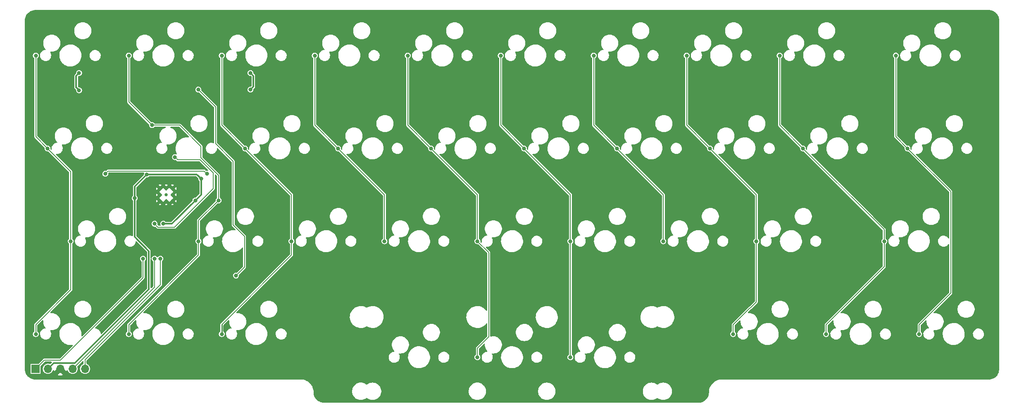
<source format=gtl>
%TF.GenerationSoftware,KiCad,Pcbnew,7.0.6*%
%TF.CreationDate,2023-07-18T22:48:20-04:00*%
%TF.ProjectId,cutiepie2040-standard-stagger,63757469-6570-4696-9532-3034302d7374,rev?*%
%TF.SameCoordinates,PX2d6b3a0PY7aa1830*%
%TF.FileFunction,Copper,L1,Top*%
%TF.FilePolarity,Positive*%
%FSLAX46Y46*%
G04 Gerber Fmt 4.6, Leading zero omitted, Abs format (unit mm)*
G04 Created by KiCad (PCBNEW 7.0.6) date 2023-07-18 22:48:20*
%MOMM*%
%LPD*%
G01*
G04 APERTURE LIST*
%TA.AperFunction,ComponentPad*%
%ADD10R,1.700000X1.700000*%
%TD*%
%TA.AperFunction,ComponentPad*%
%ADD11O,1.700000X1.700000*%
%TD*%
%TA.AperFunction,ComponentPad*%
%ADD12C,0.650000*%
%TD*%
%TA.AperFunction,ViaPad*%
%ADD13C,0.800000*%
%TD*%
%TA.AperFunction,Conductor*%
%ADD14C,0.200000*%
%TD*%
%TA.AperFunction,Conductor*%
%ADD15C,0.250000*%
%TD*%
%TA.AperFunction,Conductor*%
%ADD16C,0.300000*%
%TD*%
G04 APERTURE END LIST*
D10*
%TO.P,J2,1,Pin_1*%
%TO.N,RESET*%
X2381172Y7143972D03*
D11*
%TO.P,J2,2,Pin_2*%
%TO.N,+3V3*%
X4921172Y7143972D03*
%TO.P,J2,3,Pin_3*%
%TO.N,GND*%
X7461172Y7143972D03*
%TO.P,J2,4,Pin_4*%
%TO.N,SWDIO*%
X10001172Y7143972D03*
%TO.P,J2,5,Pin_5*%
%TO.N,SWCLK*%
X12541172Y7143972D03*
%TD*%
D12*
%TO.P,U1,57,GND*%
%TO.N,GND*%
X30445386Y41587608D03*
X30445386Y42862608D03*
X30445386Y44137608D03*
X29170386Y41587608D03*
X29170386Y42862608D03*
X29170386Y44137608D03*
X27895386Y41587608D03*
X27895386Y42862608D03*
X27895386Y44137608D03*
%TD*%
D13*
%TO.N,GND*%
X11310867Y61912768D03*
%TO.N,col4*%
X92927380Y9525224D03*
%TO.N,col5*%
X111977380Y9525224D03*
%TO.N,GND*%
X21431188Y47029943D03*
X22621814Y47029943D03*
X34528074Y38100248D03*
X46434334Y60642768D03*
X35123387Y38695561D03*
X30956196Y29765866D03*
X29765570Y29765866D03*
X22621814Y51197134D03*
%TO.N,Net-(R_Flash1-Pad1)*%
X43457769Y26307874D03*
X35718848Y64452768D03*
%TO.N,+3V3*%
X46434334Y64452768D03*
X46434334Y67865898D03*
X11310867Y67865898D03*
X11310867Y64305627D03*
%TO.N,RESET*%
X24407753Y29765866D03*
%TO.N,SWDIO*%
X26789005Y29765866D03*
%TO.N,SWCLK*%
X27979631Y29765866D03*
%TO.N,col1*%
X39885891Y41705201D03*
%TO.N,+3V3*%
X28574944Y36909622D03*
%TO.N,row1*%
X16668684Y47165862D03*
X37504639Y47165862D03*
%TO.N,+3V3*%
X35123387Y41705201D03*
X22703971Y42182608D03*
X36314013Y46136558D03*
X25201090Y47029943D03*
%TO.N,+1V1*%
X30956196Y50601821D03*
X26789005Y36909622D03*
%TO.N,col0*%
X4820548Y52387788D03*
X9583630Y33337788D03*
X2439298Y14287788D03*
X2439298Y71437788D03*
%TO.N,col1*%
X21489298Y71437788D03*
X35777008Y33337788D03*
X21489298Y14287788D03*
X26251798Y57150264D03*
%TO.N,col2*%
X40539298Y14287788D03*
X45301798Y52387788D03*
X40539298Y71437788D03*
X54827380Y33337788D03*
%TO.N,col3*%
X64351798Y52387788D03*
X73877380Y33337788D03*
X59589298Y71437788D03*
%TO.N,col4*%
X83401798Y52387788D03*
X92927380Y33337788D03*
X78639298Y71437788D03*
%TO.N,col5*%
X111977380Y33337788D03*
X97689298Y71437788D03*
X102451798Y52387788D03*
%TO.N,col6*%
X121501798Y52387788D03*
X116739298Y71437788D03*
X131008113Y33337788D03*
%TO.N,col7*%
X135789298Y71437788D03*
X150077380Y33337788D03*
X140551798Y52387788D03*
X145314298Y14287788D03*
%TO.N,col8*%
X154839298Y71437788D03*
X164364298Y14287788D03*
X159601798Y52387788D03*
X176271130Y33337788D03*
%TO.N,col9*%
X181033048Y52387788D03*
X178651798Y71437788D03*
X183414880Y14287536D03*
%TD*%
D14*
%TO.N,Net-(R_Flash1-Pad1)*%
X39290578Y60881038D02*
X39290578Y53338875D01*
X35718848Y64452768D02*
X39290578Y60881038D01*
%TO.N,col0*%
X9583630Y47624706D02*
X4820548Y52387788D01*
X9583630Y33337788D02*
X9583630Y47624706D01*
%TO.N,col2*%
X54827380Y42862206D02*
X54827380Y33337788D01*
X45301798Y52387788D02*
X54827380Y42862206D01*
X40539298Y57150288D02*
X45301798Y52387788D01*
X40539298Y71437788D02*
X40539298Y57150288D01*
%TO.N,col0*%
X9583630Y23353851D02*
X2439298Y16209519D01*
X9583630Y33337788D02*
X9583630Y23353851D01*
X2439298Y16209519D02*
X2439298Y14287788D01*
%TO.N,col4*%
X95248280Y31016888D02*
X92927380Y33337788D01*
X95248280Y13732876D02*
X95248280Y31016888D01*
X92927380Y11411976D02*
X95248280Y13732876D01*
X92927380Y9525224D02*
X92927380Y11411976D01*
%TO.N,col7*%
X150077380Y20894755D02*
X150077380Y33337788D01*
X148828170Y19645545D02*
X150077380Y20894755D01*
X148785679Y19645545D02*
X148828170Y19645545D01*
X145314298Y16174164D02*
X148785679Y19645545D01*
X145314298Y14287788D02*
X145314298Y16174164D01*
%TO.N,col8*%
X176270590Y35718996D02*
X176271130Y35718996D01*
X159601798Y52387788D02*
X176270590Y35718996D01*
X176271130Y33337788D02*
X176271130Y35718996D01*
%TO.N,col7*%
X150077380Y42862206D02*
X140551798Y52387788D01*
X150077380Y33337788D02*
X150077380Y42862206D01*
%TO.N,col6*%
X131008113Y42881473D02*
X121501798Y52387788D01*
X131008113Y33337788D02*
X131008113Y42881473D01*
%TO.N,col2*%
X54827380Y30497601D02*
X54827380Y33337788D01*
X40539298Y16209519D02*
X54827380Y30497601D01*
D15*
X40539298Y14287788D02*
X40539298Y16209519D01*
D14*
%TO.N,col5*%
X111977380Y9525224D02*
X111977380Y33337788D01*
X97689298Y57150288D02*
X97689298Y71437788D01*
X111977380Y42862206D02*
X102451798Y52387788D01*
X111977380Y33337788D02*
X111977380Y42862206D01*
%TO.N,col3*%
X73877380Y42862206D02*
X64351798Y52387788D01*
X73877380Y33337788D02*
X73877380Y42862206D01*
%TO.N,col4*%
X92927380Y42862206D02*
X83401798Y52387788D01*
X92927380Y33337788D02*
X92927380Y42862206D01*
%TO.N,col8*%
X164364298Y16209519D02*
X164364298Y14287788D01*
X176271130Y28116351D02*
X164364298Y16209519D01*
X176271130Y33337788D02*
X176271130Y28116351D01*
D16*
%TO.N,+3V3*%
X35420628Y47029943D02*
X36314013Y46136558D01*
X25201090Y47029943D02*
X35420628Y47029943D01*
X22703971Y44532824D02*
X25201090Y47029943D01*
X22703971Y42182608D02*
X22703971Y44532824D01*
X22703971Y34191394D02*
X22703971Y42182608D01*
X25598379Y31296986D02*
X22703971Y34191394D01*
X10469837Y8343972D02*
X25598379Y23472514D01*
X6121172Y8343972D02*
X10469837Y8343972D01*
X4921172Y7143972D02*
X6121172Y8343972D01*
X25598379Y23472514D02*
X25598379Y31296986D01*
X47029647Y65048081D02*
X46434334Y64452768D01*
X47029647Y67270585D02*
X47029647Y65048081D01*
D14*
%TO.N,row1*%
X36940558Y47729943D02*
X37504639Y47165862D01*
X17232765Y47729943D02*
X36940558Y47729943D01*
%TO.N,RESET*%
X7487429Y8929911D02*
X4167111Y8929911D01*
X24407753Y25850235D02*
X7487429Y8929911D01*
X4167111Y8929911D02*
X2381172Y7143972D01*
X24407753Y29765866D02*
X24407753Y25850235D01*
%TO.N,SWDIO*%
X26789005Y23931805D02*
X26789005Y29765866D01*
X10001172Y7143972D02*
X26789005Y23931805D01*
%TO.N,Net-(R_Flash1-Pad1)*%
X45210508Y28060613D02*
X45210508Y34310326D01*
X43457769Y26307874D02*
X45210508Y28060613D01*
X39290578Y53338875D02*
X42862456Y49766997D01*
X42862456Y49766997D02*
X42862456Y36658378D01*
X42862456Y36658378D02*
X45210508Y34310326D01*
D16*
%TO.N,+3V3*%
X46434334Y67865898D02*
X47029647Y67270585D01*
X10727161Y64889333D02*
X11310867Y64305627D01*
X10715554Y64889333D02*
X10727161Y64889333D01*
X10715554Y67270585D02*
X10715554Y64889333D01*
X11310867Y67865898D02*
X10715554Y67270585D01*
D14*
%TO.N,col1*%
X39885891Y46834995D02*
X39885891Y41705201D01*
X36255992Y50464894D02*
X39885891Y46834995D01*
X36255992Y50464894D02*
X36255992Y52789614D01*
X36255992Y52789614D02*
X31895342Y57150264D01*
X31895342Y57150264D02*
X26251798Y57150264D01*
D16*
%TO.N,+3V3*%
X36314013Y42895827D02*
X35123387Y41705201D01*
X36314013Y46136558D02*
X36314013Y42895827D01*
D14*
%TO.N,SWCLK*%
X27979631Y24415325D02*
X27979631Y29765866D01*
X12541172Y8976866D02*
X27979631Y24415325D01*
X12541172Y7143972D02*
X12541172Y8976866D01*
%TO.N,row1*%
X16668684Y47165862D02*
X17232765Y47729943D01*
%TO.N,col1*%
X21489298Y61912764D02*
X21489298Y71437788D01*
X26251798Y57150264D02*
X21489298Y61912764D01*
X35777008Y37596318D02*
X35777008Y33337788D01*
X39885891Y41705201D02*
X35777008Y37596318D01*
%TO.N,+1V1*%
X31518123Y50039894D02*
X30956196Y50601821D01*
X38799952Y47319893D02*
X36079951Y50039894D01*
X38799952Y44158065D02*
X38799952Y47319893D01*
X30851509Y36209622D02*
X38799952Y44158065D01*
X27489005Y36209622D02*
X30851509Y36209622D01*
X36079951Y50039894D02*
X31518123Y50039894D01*
X26789005Y36909622D02*
X27489005Y36209622D01*
D16*
%TO.N,+3V3*%
X30327808Y36909622D02*
X28574944Y36909622D01*
X35123387Y41705201D02*
X30327808Y36909622D01*
D14*
%TO.N,col0*%
X2439298Y54769038D02*
X4820548Y52387788D01*
X2439298Y71437788D02*
X2439298Y54769038D01*
%TO.N,col1*%
X35777008Y33337788D02*
X35777008Y30497229D01*
X21489298Y16209519D02*
X21489298Y14287788D01*
X35777008Y30497229D02*
X21489298Y16209519D01*
%TO.N,col3*%
X59589298Y71437788D02*
X59589298Y57150288D01*
X59589298Y57150288D02*
X64351798Y52387788D01*
%TO.N,col4*%
X78639298Y71437788D02*
X78639298Y57150288D01*
X78639298Y57150288D02*
X83401798Y52387788D01*
%TO.N,col5*%
X97689298Y57150288D02*
X102451798Y52387788D01*
%TO.N,col6*%
X121501798Y52387788D02*
X116739298Y57150288D01*
X116739298Y57150288D02*
X116739298Y71437788D01*
%TO.N,col7*%
X135789298Y71437788D02*
X135789298Y57150288D01*
X135789298Y57150288D02*
X140551798Y52387788D01*
%TO.N,col8*%
X154839298Y57150288D02*
X159601798Y52387788D01*
X154839298Y71437788D02*
X154839298Y57150288D01*
%TO.N,col9*%
X178651798Y71437788D02*
X178651798Y54769038D01*
X183414880Y16210101D02*
X183414880Y14287536D01*
X189905166Y43515670D02*
X189905166Y22700387D01*
X189905166Y22700387D02*
X183414880Y16210101D01*
X178651798Y54769038D02*
X181033048Y52387788D01*
X181033048Y52387788D02*
X189905166Y43515670D01*
%TD*%
%TA.AperFunction,Conductor*%
%TO.N,GND*%
G36*
X7504505Y7791899D02*
G01*
X7548852Y7763398D01*
X7802088Y7510162D01*
X7734272Y7568924D01*
X7603487Y7628652D01*
X7496935Y7643972D01*
X7425409Y7643972D01*
X7318857Y7628652D01*
X7188072Y7568924D01*
X7120238Y7510147D01*
X7373490Y7763398D01*
X7434813Y7796883D01*
X7504505Y7791899D01*
G37*
%TD.AperFunction*%
%TA.AperFunction,Conductor*%
G36*
X2396595Y80762224D02*
G01*
X2410155Y80761582D01*
X2430223Y80760630D01*
X2430229Y80760633D01*
X2432158Y80760921D01*
X2450562Y80762294D01*
X197927627Y80762294D01*
X197946561Y80760840D01*
X198006962Y80751508D01*
X198190228Y80723191D01*
X198197937Y80721491D01*
X198445230Y80650153D01*
X198452662Y80647487D01*
X198688883Y80545266D01*
X198695912Y80541676D01*
X198915726Y80411119D01*
X198917201Y80410243D01*
X198923731Y80405778D01*
X199126490Y80247275D01*
X199132394Y80242021D01*
X199258503Y80114478D01*
X199313357Y80059000D01*
X199318549Y80053032D01*
X199474749Y79848491D01*
X199479139Y79841911D01*
X199608058Y79619154D01*
X199611576Y79612069D01*
X199711108Y79374727D01*
X199713697Y79367251D01*
X199782228Y79119177D01*
X199783844Y79111434D01*
X199798953Y79005741D01*
X199819544Y78861692D01*
X199820264Y78856660D01*
X199820882Y78848773D01*
X199824380Y78606439D01*
X199824380Y78584057D01*
X199824305Y78581020D01*
X199823860Y78571988D01*
X199822657Y78547638D01*
X199823043Y78545034D01*
X199824380Y78526871D01*
X199824380Y6897475D01*
X199822999Y6879020D01*
X199785617Y6630654D01*
X199783944Y6622922D01*
X199712469Y6371474D01*
X199709826Y6364017D01*
X199606944Y6123704D01*
X199603373Y6116644D01*
X199470752Y5891369D01*
X199466312Y5884821D01*
X199306117Y5678254D01*
X199300880Y5672324D01*
X199115707Y5487813D01*
X199109758Y5482597D01*
X198902610Y5323136D01*
X198896046Y5318720D01*
X198670301Y5186911D01*
X198663228Y5183366D01*
X198422551Y5081347D01*
X198415085Y5078730D01*
X198163375Y5008156D01*
X198155642Y5006512D01*
X197944707Y4975537D01*
X197897006Y4968532D01*
X197889121Y4967884D01*
X197783748Y4965962D01*
X197637492Y4963294D01*
X197620635Y4963294D01*
X197617842Y4963358D01*
X197603950Y4963991D01*
X197583954Y4964903D01*
X197582637Y4964702D01*
X197564003Y4963294D01*
X142925586Y4963294D01*
X142907400Y4964635D01*
X142904863Y4965012D01*
X142876768Y4963630D01*
X142871472Y4963369D01*
X142868435Y4963294D01*
X142852288Y4963294D01*
X142845370Y4962515D01*
X142845336Y4962816D01*
X142836078Y4961542D01*
X142717684Y4955719D01*
X142717671Y4955717D01*
X142426447Y4908316D01*
X142426438Y4908314D01*
X142142351Y4828601D01*
X142142343Y4828599D01*
X141868967Y4717577D01*
X141609738Y4576642D01*
X141367903Y4407555D01*
X141367902Y4407554D01*
X141146540Y4212467D01*
X141146536Y4212463D01*
X140948413Y3993820D01*
X140948405Y3993810D01*
X140776007Y3754356D01*
X140631502Y3497096D01*
X140516707Y3225265D01*
X140433076Y2942301D01*
X140381654Y2651757D01*
X140366225Y2407016D01*
X140363089Y2357267D01*
X140364544Y2327741D01*
X140369155Y2234167D01*
X140368501Y2213970D01*
X140341338Y1976522D01*
X140340038Y1969142D01*
X140281457Y1724179D01*
X140279277Y1717009D01*
X140191592Y1480889D01*
X140188564Y1474036D01*
X140150817Y1400889D01*
X140073056Y1250206D01*
X140069223Y1243767D01*
X140058178Y1227525D01*
X139927581Y1035499D01*
X139923000Y1029568D01*
X139757272Y839878D01*
X139752013Y834546D01*
X139667681Y758789D01*
X139564642Y666229D01*
X139558775Y661567D01*
X139352472Y517055D01*
X139346085Y513134D01*
X139123879Y394553D01*
X139117067Y391430D01*
X138882171Y300493D01*
X138875032Y298215D01*
X138630897Y236256D01*
X138623535Y234855D01*
X138444411Y211855D01*
X138373711Y202777D01*
X138366237Y202274D01*
X138127804Y200638D01*
X138124807Y200794D01*
X138122470Y200794D01*
X138106910Y200794D01*
X138103599Y200883D01*
X138098194Y201173D01*
X138070789Y202642D01*
X138066720Y202056D01*
X138049072Y200794D01*
X61661497Y200794D01*
X61653063Y201370D01*
X61642436Y202828D01*
X61615557Y201210D01*
X61610502Y200906D01*
X61606784Y200794D01*
X61590924Y200794D01*
X61585853Y200524D01*
X61497500Y200998D01*
X61327537Y201911D01*
X61319439Y202485D01*
X61050913Y239304D01*
X61042959Y240930D01*
X60781543Y312482D01*
X60773870Y315133D01*
X60524032Y420191D01*
X60516770Y423821D01*
X60282779Y560593D01*
X60276053Y565140D01*
X60061914Y731284D01*
X60055844Y736664D01*
X59865223Y929338D01*
X59859905Y935468D01*
X59696063Y1151373D01*
X59691597Y1158133D01*
X59557329Y1393592D01*
X59553782Y1400882D01*
X59451400Y1651842D01*
X59448833Y1659540D01*
X59380084Y1921711D01*
X59378543Y1929682D01*
X59361320Y2066120D01*
X59346416Y2184191D01*
X59345628Y2206509D01*
X59352290Y2327741D01*
X59347742Y2407009D01*
X67245880Y2407009D01*
X67266498Y2270220D01*
X67285609Y2143431D01*
X67285610Y2143429D01*
X67285611Y2143423D01*
X67364180Y1888710D01*
X67479830Y1648560D01*
X67479831Y1648558D01*
X67479832Y1648557D01*
X67479835Y1648551D01*
X67575367Y1508431D01*
X67629994Y1428308D01*
X67811296Y1232910D01*
X67811300Y1232907D01*
X67811301Y1232906D01*
X68019706Y1066708D01*
X68250554Y933428D01*
X68498688Y836042D01*
X68758565Y776727D01*
X68808382Y772994D01*
X68957827Y761794D01*
X68957833Y761794D01*
X69090933Y761794D01*
X69223772Y771750D01*
X69290195Y776727D01*
X69550072Y836042D01*
X69798206Y933428D01*
X70029054Y1066708D01*
X70153397Y1165870D01*
X70218083Y1192278D01*
X70286778Y1179523D01*
X70308021Y1165872D01*
X70432706Y1066438D01*
X70663554Y933158D01*
X70911688Y835772D01*
X71171565Y776457D01*
X71221381Y772724D01*
X71370827Y761524D01*
X71370833Y761524D01*
X71503933Y761524D01*
X71636772Y771480D01*
X71703195Y776457D01*
X71963072Y835772D01*
X72211206Y933158D01*
X72442054Y1066438D01*
X72650459Y1232636D01*
X72650714Y1232910D01*
X72691060Y1276395D01*
X72831766Y1428038D01*
X72981925Y1648280D01*
X72982059Y1648557D01*
X73047161Y1783744D01*
X73097581Y1888443D01*
X73176151Y2143161D01*
X73215880Y2406744D01*
X73215880Y2407009D01*
X91121880Y2407009D01*
X91142498Y2270220D01*
X91161609Y2143431D01*
X91161610Y2143429D01*
X91161611Y2143423D01*
X91240180Y1888710D01*
X91355830Y1648560D01*
X91355831Y1648558D01*
X91355832Y1648557D01*
X91355835Y1648551D01*
X91451367Y1508431D01*
X91505994Y1428308D01*
X91687296Y1232910D01*
X91687300Y1232907D01*
X91687301Y1232906D01*
X91895706Y1066708D01*
X92126554Y933428D01*
X92374688Y836042D01*
X92634565Y776727D01*
X92684382Y772994D01*
X92833827Y761794D01*
X92833833Y761794D01*
X92966933Y761794D01*
X93099772Y771750D01*
X93166195Y776727D01*
X93426072Y836042D01*
X93674206Y933428D01*
X93905054Y1066708D01*
X94113459Y1232906D01*
X94294766Y1428308D01*
X94444925Y1648550D01*
X94448324Y1655607D01*
X94510031Y1783744D01*
X94560581Y1888713D01*
X94639151Y2143431D01*
X94678839Y2406739D01*
X105345880Y2406739D01*
X105357786Y2327753D01*
X105385609Y2143161D01*
X105385610Y2143159D01*
X105385611Y2143153D01*
X105464180Y1888440D01*
X105579830Y1648290D01*
X105579831Y1648288D01*
X105579832Y1648287D01*
X105579835Y1648281D01*
X105579836Y1648280D01*
X105729994Y1428038D01*
X105911296Y1232640D01*
X105911300Y1232637D01*
X105911301Y1232636D01*
X106119706Y1066438D01*
X106350554Y933158D01*
X106598688Y835772D01*
X106858565Y776457D01*
X106908382Y772724D01*
X107057827Y761524D01*
X107057833Y761524D01*
X107190933Y761524D01*
X107323772Y771480D01*
X107390195Y776457D01*
X107650072Y835772D01*
X107898206Y933158D01*
X108129054Y1066438D01*
X108337459Y1232636D01*
X108337714Y1232910D01*
X108378060Y1276395D01*
X108518766Y1428038D01*
X108668925Y1648280D01*
X108669059Y1648557D01*
X108734161Y1783744D01*
X108784581Y1888443D01*
X108863151Y2143161D01*
X108902879Y2406739D01*
X126808880Y2406739D01*
X126820786Y2327753D01*
X126848609Y2143161D01*
X126848610Y2143159D01*
X126848611Y2143153D01*
X126927180Y1888440D01*
X127042830Y1648290D01*
X127042831Y1648288D01*
X127042832Y1648287D01*
X127042835Y1648281D01*
X127042836Y1648280D01*
X127192994Y1428038D01*
X127374296Y1232640D01*
X127374300Y1232637D01*
X127374301Y1232636D01*
X127582706Y1066438D01*
X127813554Y933158D01*
X128061688Y835772D01*
X128321565Y776457D01*
X128371381Y772724D01*
X128520827Y761524D01*
X128520833Y761524D01*
X128653933Y761524D01*
X128786772Y771480D01*
X128853195Y776457D01*
X129113072Y835772D01*
X129361206Y933158D01*
X129592054Y1066438D01*
X129592402Y1066715D01*
X129620533Y1089151D01*
X129716566Y1165735D01*
X129781251Y1192143D01*
X129849947Y1179388D01*
X129871190Y1165736D01*
X129995706Y1066438D01*
X130226554Y933158D01*
X130474688Y835772D01*
X130734565Y776457D01*
X130784381Y772724D01*
X130933827Y761524D01*
X130933833Y761524D01*
X131066933Y761524D01*
X131199772Y771480D01*
X131266195Y776457D01*
X131526072Y835772D01*
X131774206Y933158D01*
X132005054Y1066438D01*
X132213459Y1232636D01*
X132213714Y1232910D01*
X132254060Y1276395D01*
X132394766Y1428038D01*
X132544925Y1648280D01*
X132545059Y1648557D01*
X132610161Y1783744D01*
X132660581Y1888443D01*
X132739151Y2143161D01*
X132778880Y2406744D01*
X132778880Y2673304D01*
X132739151Y2936887D01*
X132660581Y3191605D01*
X132544925Y3431767D01*
X132394766Y3652010D01*
X132320960Y3731554D01*
X132213463Y3847409D01*
X132162512Y3888041D01*
X132005054Y4013610D01*
X131774206Y4146890D01*
X131526072Y4244276D01*
X131526063Y4244278D01*
X131526060Y4244279D01*
X131266192Y4303592D01*
X131066933Y4318524D01*
X131066927Y4318524D01*
X130933833Y4318524D01*
X130933827Y4318524D01*
X130734567Y4303592D01*
X130474699Y4244279D01*
X130474691Y4244277D01*
X130474688Y4244276D01*
X130474685Y4244276D01*
X130474682Y4244274D01*
X130226553Y4146890D01*
X129995702Y4013608D01*
X129871192Y3914315D01*
X129806505Y3887906D01*
X129737810Y3900663D01*
X129716568Y3914315D01*
X129592057Y4013608D01*
X129591589Y4013878D01*
X129361206Y4146890D01*
X129113072Y4244276D01*
X129113063Y4244278D01*
X129113060Y4244279D01*
X128853192Y4303592D01*
X128653933Y4318524D01*
X128653927Y4318524D01*
X128520833Y4318524D01*
X128520827Y4318524D01*
X128321567Y4303592D01*
X128061699Y4244279D01*
X128061691Y4244277D01*
X128061688Y4244276D01*
X128061685Y4244276D01*
X128061682Y4244274D01*
X127813553Y4146890D01*
X127582706Y4013610D01*
X127374296Y3847409D01*
X127192994Y3652011D01*
X127042831Y3431762D01*
X127042830Y3431761D01*
X126927180Y3191609D01*
X126848611Y2936896D01*
X126848610Y2936891D01*
X126848609Y2936887D01*
X126833622Y2837458D01*
X126808880Y2673310D01*
X126808880Y2406739D01*
X108902879Y2406739D01*
X108902880Y2406744D01*
X108902880Y2673304D01*
X108863151Y2936887D01*
X108784581Y3191605D01*
X108668925Y3431767D01*
X108518766Y3652010D01*
X108444960Y3731554D01*
X108337463Y3847409D01*
X108286512Y3888041D01*
X108129054Y4013610D01*
X107898206Y4146890D01*
X107650072Y4244276D01*
X107650063Y4244278D01*
X107650060Y4244279D01*
X107390192Y4303592D01*
X107190933Y4318524D01*
X107190927Y4318524D01*
X107057833Y4318524D01*
X107057827Y4318524D01*
X106858567Y4303592D01*
X106598699Y4244279D01*
X106598691Y4244277D01*
X106598688Y4244276D01*
X106598685Y4244276D01*
X106598682Y4244274D01*
X106350553Y4146890D01*
X106119706Y4013610D01*
X105911296Y3847409D01*
X105729994Y3652011D01*
X105579831Y3431762D01*
X105579830Y3431761D01*
X105464180Y3191609D01*
X105385611Y2936896D01*
X105385610Y2936891D01*
X105385609Y2936887D01*
X105370622Y2837458D01*
X105345880Y2673310D01*
X105345880Y2406739D01*
X94678839Y2406739D01*
X94678880Y2407014D01*
X94678880Y2673574D01*
X94639151Y2937157D01*
X94560581Y3191875D01*
X94445058Y3431761D01*
X94444929Y3432029D01*
X94444928Y3432031D01*
X94444927Y3432032D01*
X94444925Y3432037D01*
X94294766Y3652280D01*
X94284615Y3663220D01*
X94113463Y3847679D01*
X94029735Y3914450D01*
X93905054Y4013880D01*
X93674206Y4147160D01*
X93426072Y4244546D01*
X93426063Y4244548D01*
X93426060Y4244549D01*
X93166192Y4303862D01*
X92966933Y4318794D01*
X92966927Y4318794D01*
X92833833Y4318794D01*
X92833827Y4318794D01*
X92634567Y4303862D01*
X92374699Y4244549D01*
X92374691Y4244547D01*
X92374688Y4244546D01*
X92374685Y4244546D01*
X92374682Y4244544D01*
X92126553Y4147160D01*
X91895706Y4013880D01*
X91687296Y3847679D01*
X91505994Y3652281D01*
X91355831Y3432032D01*
X91355830Y3432031D01*
X91240180Y3191879D01*
X91161611Y2937166D01*
X91161610Y2937161D01*
X91161609Y2937157D01*
X91158508Y2916582D01*
X91121880Y2673580D01*
X91121880Y2407009D01*
X73215880Y2407009D01*
X73215880Y2673304D01*
X73176151Y2936887D01*
X73097581Y3191605D01*
X72981925Y3431767D01*
X72831766Y3652010D01*
X72757960Y3731554D01*
X72650463Y3847409D01*
X72599512Y3888041D01*
X72442054Y4013610D01*
X72211206Y4146890D01*
X71963072Y4244276D01*
X71963063Y4244278D01*
X71963060Y4244279D01*
X71703192Y4303592D01*
X71503933Y4318524D01*
X71503927Y4318524D01*
X71370833Y4318524D01*
X71370827Y4318524D01*
X71171567Y4303592D01*
X70911699Y4244279D01*
X70911691Y4244277D01*
X70911688Y4244276D01*
X70911685Y4244276D01*
X70911682Y4244274D01*
X70663553Y4146890D01*
X70432706Y4013611D01*
X70308361Y3914449D01*
X70243674Y3888041D01*
X70174979Y3900798D01*
X70153737Y3914450D01*
X70029057Y4013878D01*
X69798206Y4147160D01*
X69550077Y4244544D01*
X69550072Y4244546D01*
X69550063Y4244548D01*
X69550060Y4244549D01*
X69290192Y4303862D01*
X69090933Y4318794D01*
X69090927Y4318794D01*
X68957833Y4318794D01*
X68957827Y4318794D01*
X68758567Y4303862D01*
X68498699Y4244549D01*
X68498691Y4244547D01*
X68498688Y4244546D01*
X68498685Y4244546D01*
X68498682Y4244544D01*
X68250553Y4147160D01*
X68019706Y4013880D01*
X67811296Y3847679D01*
X67629994Y3652281D01*
X67479831Y3432032D01*
X67479830Y3432031D01*
X67364180Y3191879D01*
X67285611Y2937166D01*
X67285610Y2937161D01*
X67285609Y2937157D01*
X67282508Y2916582D01*
X67245880Y2673580D01*
X67245880Y2407009D01*
X59347742Y2407009D01*
X59335289Y2624045D01*
X59285219Y2916582D01*
X59202711Y3201674D01*
X59202708Y3201680D01*
X59202707Y3201685D01*
X59149933Y3328656D01*
X59088802Y3475735D01*
X58944923Y3735320D01*
X58865185Y3847412D01*
X58772891Y3977156D01*
X58772890Y3977157D01*
X58772886Y3977163D01*
X58574853Y4198223D01*
X58456355Y4303862D01*
X58353323Y4395714D01*
X58353313Y4395722D01*
X58111060Y4567170D01*
X58111047Y4567178D01*
X57851121Y4710424D01*
X57851118Y4710425D01*
X57576790Y4823669D01*
X57291500Y4905487D01*
X57291501Y4905487D01*
X57291497Y4905488D01*
X57196265Y4921551D01*
X56998851Y4954849D01*
X56998833Y4954851D01*
X56878192Y4961480D01*
X56869199Y4962742D01*
X56869174Y4962515D01*
X56862257Y4963294D01*
X56862256Y4963294D01*
X56846868Y4963294D01*
X56843490Y4963387D01*
X56810845Y4965180D01*
X56801959Y4963914D01*
X56793206Y4963294D01*
X2122513Y4963294D01*
X2103321Y4964788D01*
X2068622Y4970225D01*
X1855814Y5003567D01*
X1848091Y5005287D01*
X1596855Y5078345D01*
X1589413Y5081034D01*
X1349511Y5185465D01*
X1342473Y5189079D01*
X1117810Y5323183D01*
X1111288Y5327663D01*
X905514Y5489260D01*
X899615Y5494534D01*
X776315Y5619798D01*
X716067Y5681006D01*
X710897Y5686975D01*
X571372Y5870543D01*
X552563Y5895290D01*
X548187Y5901881D01*
X547402Y5903244D01*
X6927549Y5903244D01*
X6997679Y5870543D01*
X6997688Y5870539D01*
X7225845Y5809405D01*
X7225856Y5809403D01*
X7461170Y5788815D01*
X7461174Y5788815D01*
X7696487Y5809403D01*
X7696494Y5809404D01*
X7924666Y5870543D01*
X7994793Y5903245D01*
X7461173Y6436865D01*
X7461172Y6436865D01*
X6927549Y5903244D01*
X547402Y5903244D01*
X437892Y6093473D01*
X417647Y6128641D01*
X414148Y6135730D01*
X380812Y6215743D01*
X356449Y6274220D01*
X1330672Y6274220D01*
X1342303Y6215743D01*
X1342304Y6215742D01*
X1386619Y6149420D01*
X1452941Y6105105D01*
X1452942Y6105104D01*
X1511419Y6093473D01*
X1511422Y6093472D01*
X1511424Y6093472D01*
X3250922Y6093472D01*
X3250923Y6093473D01*
X3265740Y6096420D01*
X3309401Y6105104D01*
X3309401Y6105105D01*
X3309403Y6105105D01*
X3375724Y6149420D01*
X3420039Y6215741D01*
X3420039Y6215743D01*
X3420040Y6215743D01*
X3431671Y6274220D01*
X3431672Y6274222D01*
X3431672Y7718140D01*
X3451357Y7785179D01*
X3467986Y7805816D01*
X4255262Y8593092D01*
X4316586Y8626577D01*
X4342944Y8629411D01*
X5611566Y8629411D01*
X5678605Y8609726D01*
X5724360Y8556922D01*
X5734304Y8487764D01*
X5705279Y8424208D01*
X5699247Y8417730D01*
X5435680Y8154164D01*
X5374357Y8120679D01*
X5312005Y8123184D01*
X5127106Y8179272D01*
X5127104Y8179273D01*
X5127106Y8179273D01*
X4921172Y8199555D01*
X4715239Y8179273D01*
X4580908Y8138524D01*
X4522081Y8120679D01*
X4517215Y8119203D01*
X4429286Y8072203D01*
X4334722Y8021657D01*
X4334720Y8021656D01*
X4334719Y8021655D01*
X4174761Y7890383D01*
X4043489Y7730425D01*
X3945941Y7547929D01*
X3885871Y7349905D01*
X3865589Y7143972D01*
X3885871Y6938040D01*
X3902107Y6884518D01*
X3945940Y6740018D01*
X4043487Y6557522D01*
X4043489Y6557520D01*
X4174761Y6397562D01*
X4271381Y6318270D01*
X4334722Y6266287D01*
X4517218Y6168740D01*
X4715238Y6108672D01*
X4715237Y6108672D01*
X4733701Y6106854D01*
X4921172Y6088389D01*
X5127106Y6108672D01*
X5325126Y6168740D01*
X5507622Y6266287D01*
X5667582Y6397562D01*
X5798857Y6557522D01*
X5896404Y6740018D01*
X5916578Y6806526D01*
X5954874Y6864962D01*
X6018686Y6893419D01*
X6087753Y6882860D01*
X6140147Y6836636D01*
X6155013Y6802623D01*
X6187739Y6680486D01*
X6187743Y6680475D01*
X6220442Y6610351D01*
X7069608Y7459517D01*
X7001679Y7353816D01*
X6961172Y7215861D01*
X6961172Y7072083D01*
X7001679Y6934128D01*
X7079411Y6813174D01*
X7188072Y6719020D01*
X7318857Y6659292D01*
X7425409Y6643972D01*
X7496935Y6643972D01*
X7603487Y6659292D01*
X7734272Y6719020D01*
X7842933Y6813174D01*
X7920665Y6934128D01*
X7961172Y7072083D01*
X7961172Y7215861D01*
X7920665Y7353816D01*
X7852739Y7459511D01*
X8701899Y6610351D01*
X8734601Y6680478D01*
X8734602Y6680481D01*
X8767330Y6802623D01*
X8803695Y6862284D01*
X8866542Y6892813D01*
X8935917Y6884518D01*
X8989795Y6840033D01*
X9005764Y6806528D01*
X9025940Y6740018D01*
X9123487Y6557522D01*
X9123489Y6557520D01*
X9254761Y6397562D01*
X9351381Y6318270D01*
X9414722Y6266287D01*
X9597218Y6168740D01*
X9795238Y6108672D01*
X9795237Y6108672D01*
X9815519Y6106675D01*
X10001172Y6088389D01*
X10207106Y6108672D01*
X10405126Y6168740D01*
X10587622Y6266287D01*
X10747582Y6397562D01*
X10878857Y6557522D01*
X10976404Y6740018D01*
X11036472Y6938038D01*
X11056755Y7143972D01*
X11036472Y7349906D01*
X10976404Y7547926D01*
X10973436Y7553479D01*
X10968792Y7562168D01*
X10954551Y7630571D01*
X10979552Y7695815D01*
X10990463Y7708294D01*
X12028992Y8746823D01*
X12090313Y8780306D01*
X12160005Y8775322D01*
X12215938Y8733450D01*
X12240355Y8667986D01*
X12240671Y8659140D01*
X12240671Y8242551D01*
X12220986Y8175512D01*
X12168182Y8129757D01*
X12152668Y8123891D01*
X12137217Y8119204D01*
X12049286Y8072203D01*
X11954722Y8021657D01*
X11954720Y8021656D01*
X11954719Y8021655D01*
X11794761Y7890383D01*
X11663489Y7730425D01*
X11565941Y7547929D01*
X11505871Y7349905D01*
X11485589Y7143972D01*
X11505871Y6938040D01*
X11522107Y6884518D01*
X11565940Y6740018D01*
X11663487Y6557522D01*
X11663489Y6557520D01*
X11794761Y6397562D01*
X11891381Y6318270D01*
X11954722Y6266287D01*
X12137218Y6168740D01*
X12335238Y6108672D01*
X12335237Y6108672D01*
X12353701Y6106854D01*
X12541172Y6088389D01*
X12747106Y6108672D01*
X12945126Y6168740D01*
X13127622Y6266287D01*
X13287582Y6397562D01*
X13418857Y6557522D01*
X13516404Y6740018D01*
X13576472Y6938038D01*
X13596755Y7143972D01*
X13576472Y7349906D01*
X13516404Y7547926D01*
X13418857Y7730422D01*
X13319225Y7851825D01*
X13287582Y7890383D01*
X13127624Y8021655D01*
X13127625Y8021655D01*
X13127622Y8021657D01*
X13011690Y8083625D01*
X12945127Y8119204D01*
X12939207Y8121000D01*
X12929675Y8123891D01*
X12871238Y8162187D01*
X12842781Y8225999D01*
X12841672Y8242537D01*
X12841672Y8801035D01*
X12861357Y8868075D01*
X12877986Y8888711D01*
X13568557Y9579282D01*
X74749027Y9579282D01*
X74759291Y9363818D01*
X74808863Y9159480D01*
X74810147Y9154187D01*
X74856049Y9053677D01*
X74899755Y8957975D01*
X75024878Y8782264D01*
X75180993Y8633408D01*
X75362459Y8516788D01*
X75562716Y8436617D01*
X75627100Y8424208D01*
X75774525Y8395794D01*
X75774526Y8395794D01*
X75936182Y8395794D01*
X75936189Y8395794D01*
X76097112Y8411160D01*
X76304082Y8471932D01*
X76495812Y8570776D01*
X76503404Y8576746D01*
X76575455Y8633408D01*
X76665370Y8704118D01*
X76806629Y8867139D01*
X76914483Y9053948D01*
X76985034Y9257793D01*
X77012668Y9449992D01*
X78710206Y9449992D01*
X78740337Y9150485D01*
X78740338Y9150478D01*
X78810119Y8857665D01*
X78810122Y8857653D01*
X78896592Y8633140D01*
X78918312Y8576746D01*
X79062980Y8312762D01*
X79062982Y8312759D01*
X79062984Y8312756D01*
X79161336Y8179272D01*
X79241542Y8070416D01*
X79415655Y7890383D01*
X79450811Y7854032D01*
X79450818Y7854026D01*
X79607337Y7730425D01*
X79687057Y7667471D01*
X79946059Y7514063D01*
X80223198Y7396546D01*
X80223201Y7396546D01*
X80223204Y7396544D01*
X80513518Y7317019D01*
X80513523Y7317019D01*
X80513528Y7317017D01*
X80811867Y7276894D01*
X80811872Y7276894D01*
X81037558Y7276894D01*
X81201319Y7287857D01*
X81262733Y7291968D01*
X81557726Y7351928D01*
X81842096Y7450672D01*
X82110766Y7586438D01*
X82358944Y7756802D01*
X82582200Y7958725D01*
X82776551Y8188604D01*
X82938527Y8442336D01*
X83065239Y8715393D01*
X83154426Y9002903D01*
X83204495Y9299735D01*
X83213842Y9579282D01*
X84909027Y9579282D01*
X84919291Y9363818D01*
X84968863Y9159480D01*
X84970147Y9154187D01*
X85016049Y9053677D01*
X85059755Y8957975D01*
X85184878Y8782264D01*
X85340993Y8633408D01*
X85522459Y8516788D01*
X85722716Y8436617D01*
X85787100Y8424208D01*
X85934525Y8395794D01*
X85934526Y8395794D01*
X86096182Y8395794D01*
X86096189Y8395794D01*
X86257112Y8411160D01*
X86464082Y8471932D01*
X86655812Y8570776D01*
X86663404Y8576746D01*
X86735455Y8633408D01*
X86825370Y8704118D01*
X86966629Y8867139D01*
X87074483Y9053948D01*
X87145034Y9257793D01*
X87175733Y9471306D01*
X87165469Y9686770D01*
X87114614Y9896398D01*
X87025005Y10092613D01*
X86899882Y10268324D01*
X86743767Y10417180D01*
X86562301Y10533800D01*
X86450926Y10578388D01*
X86362042Y10613972D01*
X86150235Y10654794D01*
X86150234Y10654794D01*
X85988571Y10654794D01*
X85827647Y10639428D01*
X85827648Y10639428D01*
X85827644Y10639427D01*
X85620681Y10578658D01*
X85428943Y10479810D01*
X85259392Y10346473D01*
X85259389Y10346469D01*
X85118135Y10183454D01*
X85118126Y10183443D01*
X85010277Y9996642D01*
X84939727Y9792801D01*
X84939726Y9792796D01*
X84939726Y9792795D01*
X84909027Y9579282D01*
X83213842Y9579282D01*
X83214554Y9600592D01*
X83184422Y9900106D01*
X83114639Y10192931D01*
X83006448Y10473842D01*
X82861780Y10737826D01*
X82833985Y10775549D01*
X82770501Y10861711D01*
X82683218Y10980172D01*
X82473948Y11196557D01*
X82473941Y11196563D01*
X82237706Y11383115D01*
X82171657Y11422236D01*
X81978701Y11536525D01*
X81978697Y11536527D01*
X81701555Y11654045D01*
X81411241Y11733570D01*
X81340139Y11743133D01*
X81112893Y11773694D01*
X80887210Y11773694D01*
X80887202Y11773694D01*
X80662029Y11758621D01*
X80662020Y11758619D01*
X80367031Y11698660D01*
X80082666Y11599917D01*
X79813995Y11464151D01*
X79813993Y11464150D01*
X79565814Y11293785D01*
X79342561Y11091865D01*
X79148206Y10861981D01*
X78986232Y10608252D01*
X78986231Y10608250D01*
X78859525Y10335204D01*
X78859521Y10335195D01*
X78770334Y10047686D01*
X78727295Y9792531D01*
X78720265Y9750853D01*
X78710910Y9471036D01*
X78710206Y9449992D01*
X77012668Y9449992D01*
X77015733Y9471306D01*
X77005469Y9686770D01*
X76954614Y9896398D01*
X76865005Y10092613D01*
X76841722Y10125310D01*
X76818869Y10191337D01*
X76835342Y10259237D01*
X76885909Y10307453D01*
X76951996Y10320890D01*
X77086720Y10310794D01*
X77086726Y10310794D01*
X77218040Y10310794D01*
X77414598Y10325524D01*
X77414600Y10325525D01*
X77414608Y10325525D01*
X77670978Y10384040D01*
X77915764Y10480111D01*
X78143497Y10611593D01*
X78349090Y10775548D01*
X78527950Y10968314D01*
X78676082Y11185584D01*
X78790178Y11422506D01*
X78867688Y11673786D01*
X78871397Y11698390D01*
X78906879Y11933805D01*
X78906880Y11933814D01*
X78906880Y12196775D01*
X78906879Y12196784D01*
X78867689Y12456798D01*
X78867687Y12456804D01*
X78848409Y12519302D01*
X78790178Y12708082D01*
X78676082Y12945004D01*
X78527950Y13162274D01*
X78349090Y13355040D01*
X78143497Y13518995D01*
X77915764Y13650477D01*
X77670978Y13746548D01*
X77670973Y13746550D01*
X77670964Y13746552D01*
X77452881Y13796328D01*
X77414608Y13805063D01*
X77414607Y13805064D01*
X77414603Y13805064D01*
X77414598Y13805065D01*
X77218040Y13819794D01*
X77218034Y13819794D01*
X77086726Y13819794D01*
X77086720Y13819794D01*
X76890161Y13805065D01*
X76890156Y13805064D01*
X76633795Y13746552D01*
X76633776Y13746546D01*
X76388995Y13650477D01*
X76161263Y13518995D01*
X75955670Y13355040D01*
X75955668Y13355038D01*
X75776810Y13162275D01*
X75628675Y12945000D01*
X75514582Y12708083D01*
X75437072Y12456804D01*
X75437070Y12456798D01*
X75397880Y12196784D01*
X75397880Y11933805D01*
X75437070Y11673791D01*
X75437072Y11673785D01*
X75514582Y11422506D01*
X75628675Y11185589D01*
X75628677Y11185587D01*
X75628678Y11185584D01*
X75776810Y10968314D01*
X75875472Y10861981D01*
X75877589Y10859700D01*
X75908757Y10797168D01*
X75901170Y10727711D01*
X75857236Y10673382D01*
X75798478Y10651921D01*
X75667648Y10639429D01*
X75667648Y10639428D01*
X75667644Y10639427D01*
X75460681Y10578658D01*
X75268943Y10479810D01*
X75099392Y10346473D01*
X75099389Y10346469D01*
X74958135Y10183454D01*
X74958126Y10183443D01*
X74850277Y9996642D01*
X74779727Y9792801D01*
X74779726Y9792796D01*
X74779726Y9792795D01*
X74749027Y9579282D01*
X13568557Y9579282D01*
X28147690Y24158415D01*
X28154163Y24164046D01*
X28163855Y24171366D01*
X28163859Y24171367D01*
X28196090Y24206725D01*
X28197998Y24208723D01*
X28211805Y24222528D01*
X28213315Y24224733D01*
X28218654Y24231474D01*
X28235117Y24249533D01*
X28239547Y24254392D01*
X28242047Y24260847D01*
X28255380Y24286143D01*
X28259287Y24291844D01*
X28266388Y24322040D01*
X28268923Y24330224D01*
X28280131Y24359152D01*
X28280131Y24366078D01*
X28283426Y24394470D01*
X28285009Y24401202D01*
X28285010Y24401206D01*
X28280726Y24431917D01*
X28280131Y24440492D01*
X28280131Y29178384D01*
X28299816Y29245423D01*
X28328645Y29276760D01*
X28407913Y29337584D01*
X28504167Y29463025D01*
X28564675Y29609104D01*
X28585313Y29765866D01*
X28573202Y29857855D01*
X28564675Y29922627D01*
X28564675Y29922628D01*
X28504167Y30068707D01*
X28407913Y30194148D01*
X28282472Y30290402D01*
X28281820Y30290672D01*
X28136393Y30350910D01*
X28136391Y30350911D01*
X27979632Y30371548D01*
X27979630Y30371548D01*
X27822870Y30350911D01*
X27822868Y30350910D01*
X27676791Y30290403D01*
X27628401Y30253272D01*
X27551349Y30194148D01*
X27482692Y30104673D01*
X27426266Y30063472D01*
X27356520Y30059317D01*
X27295599Y30093529D01*
X27285947Y30104668D01*
X27217287Y30194148D01*
X27091846Y30290402D01*
X27091194Y30290672D01*
X26945767Y30350910D01*
X26945765Y30350911D01*
X26789006Y30371548D01*
X26789004Y30371548D01*
X26632244Y30350911D01*
X26632242Y30350910D01*
X26486165Y30290403D01*
X26360723Y30194148D01*
X26264468Y30068706D01*
X26203961Y29922629D01*
X26203961Y29922628D01*
X26195818Y29860775D01*
X26167551Y29796879D01*
X26118688Y29764649D01*
X26154082Y29748485D01*
X26191856Y29689707D01*
X26195818Y29670957D01*
X26203960Y29609106D01*
X26203961Y29609104D01*
X26264469Y29463025D01*
X26360722Y29337585D01*
X26360724Y29337583D01*
X26439991Y29276760D01*
X26481194Y29220332D01*
X26488505Y29178384D01*
X26488505Y24107638D01*
X26468820Y24040599D01*
X26452186Y24019957D01*
X26160560Y23728332D01*
X26099237Y23694847D01*
X26029545Y23699831D01*
X25973612Y23741703D01*
X25949195Y23807167D01*
X25948879Y23816013D01*
X25948879Y29654772D01*
X25968564Y29721811D01*
X26021368Y29767566D01*
X26023024Y29767805D01*
X25980139Y29794649D01*
X25950360Y29857855D01*
X25948879Y29876961D01*
X25948879Y31247775D01*
X25951518Y31273222D01*
X25953422Y31282301D01*
X25951649Y31296523D01*
X25949356Y31314925D01*
X25948879Y31322601D01*
X25948879Y31326026D01*
X25945291Y31347528D01*
X25944500Y31353868D01*
X25938952Y31398379D01*
X25938950Y31398383D01*
X25936881Y31405333D01*
X25936849Y31405427D01*
X25936823Y31405514D01*
X25934470Y31412369D01*
X25910083Y31457431D01*
X25887578Y31503468D01*
X25883298Y31509462D01*
X25878798Y31515243D01*
X25841103Y31549945D01*
X23090790Y34300258D01*
X23057305Y34361581D01*
X23054471Y34387939D01*
X23054471Y40821150D01*
X27588545Y40821150D01*
X27639045Y40798665D01*
X27808675Y40762608D01*
X27982097Y40762608D01*
X28151726Y40798665D01*
X28151731Y40798666D01*
X28202225Y40821149D01*
X28202226Y40821150D01*
X28863545Y40821150D01*
X28914045Y40798665D01*
X29083675Y40762608D01*
X29257097Y40762608D01*
X29426726Y40798665D01*
X29426731Y40798666D01*
X29477225Y40821149D01*
X29477226Y40821150D01*
X30138545Y40821150D01*
X30189045Y40798665D01*
X30358675Y40762608D01*
X30532097Y40762608D01*
X30701726Y40798665D01*
X30701731Y40798666D01*
X30752225Y40821149D01*
X30752226Y40821150D01*
X30445387Y41127989D01*
X30445386Y41127989D01*
X30138545Y40821150D01*
X29477226Y40821150D01*
X29170387Y41127989D01*
X29170386Y41127989D01*
X28863545Y40821150D01*
X28202226Y40821150D01*
X27895387Y41127989D01*
X27895386Y41127989D01*
X27588545Y40821150D01*
X23054471Y40821150D01*
X23054471Y41587608D01*
X27065842Y41587608D01*
X27083970Y41415136D01*
X27083972Y41415130D01*
X27127945Y41279789D01*
X27127946Y41279789D01*
X27435767Y41587608D01*
X27740095Y41587608D01*
X27760900Y41509963D01*
X27817741Y41453122D01*
X27875640Y41437608D01*
X27915132Y41437608D01*
X27973031Y41453122D01*
X28029872Y41509962D01*
X28050677Y41587608D01*
X28029872Y41665253D01*
X27973031Y41722094D01*
X27915132Y41737608D01*
X27875640Y41737608D01*
X27817741Y41722094D01*
X27760900Y41665254D01*
X27740095Y41587608D01*
X27435767Y41587608D01*
X27127946Y41895429D01*
X27127945Y41895429D01*
X27083972Y41760087D01*
X27083970Y41760081D01*
X27065842Y41587608D01*
X23054471Y41587608D01*
X23054471Y41633493D01*
X23074156Y41700532D01*
X23102982Y41731866D01*
X23132253Y41754326D01*
X23228507Y41879767D01*
X23289015Y42025846D01*
X23309653Y42182608D01*
X23304057Y42225108D01*
X27717505Y42225108D01*
X28532885Y41409727D01*
X28710766Y41587608D01*
X29015095Y41587608D01*
X29035900Y41509963D01*
X29092741Y41453122D01*
X29150640Y41437608D01*
X29190132Y41437608D01*
X29248031Y41453122D01*
X29304872Y41509962D01*
X29325677Y41587608D01*
X29304872Y41665253D01*
X29248031Y41722094D01*
X29190132Y41737608D01*
X29150640Y41737608D01*
X29092741Y41722094D01*
X29035900Y41665254D01*
X29015095Y41587608D01*
X28710766Y41587608D01*
X29082705Y41959546D01*
X29144028Y41993031D01*
X29213720Y41988047D01*
X29258067Y41959546D01*
X29807885Y41409727D01*
X29985766Y41587608D01*
X30290095Y41587608D01*
X30310900Y41509963D01*
X30367741Y41453122D01*
X30425640Y41437608D01*
X30465132Y41437608D01*
X30523031Y41453122D01*
X30579872Y41509962D01*
X30600677Y41587608D01*
X30600677Y41587609D01*
X30905005Y41587609D01*
X31212824Y41279788D01*
X31212825Y41279789D01*
X31256800Y41415132D01*
X31256801Y41415135D01*
X31274929Y41587608D01*
X31256801Y41760082D01*
X31212824Y41895429D01*
X30905005Y41587610D01*
X30905005Y41587609D01*
X30600677Y41587609D01*
X30579872Y41665253D01*
X30523031Y41722094D01*
X30465132Y41737608D01*
X30425640Y41737608D01*
X30367741Y41722094D01*
X30310900Y41665254D01*
X30290095Y41587608D01*
X29985766Y41587608D01*
X30623267Y42225108D01*
X30073448Y42774927D01*
X30039963Y42836250D01*
X30041848Y42862608D01*
X30290095Y42862608D01*
X30310900Y42784963D01*
X30367741Y42728122D01*
X30425640Y42712608D01*
X30465132Y42712608D01*
X30523031Y42728122D01*
X30579872Y42784962D01*
X30600677Y42862608D01*
X30905005Y42862608D01*
X31212824Y42554788D01*
X31212825Y42554788D01*
X31256800Y42690132D01*
X31256801Y42690135D01*
X31274929Y42862609D01*
X31256801Y43035082D01*
X31212824Y43170429D01*
X30905005Y42862609D01*
X30905005Y42862608D01*
X30600677Y42862608D01*
X30579872Y42940253D01*
X30523031Y42997094D01*
X30465132Y43012608D01*
X30425640Y43012608D01*
X30367741Y42997094D01*
X30310900Y42940254D01*
X30290095Y42862608D01*
X30041848Y42862608D01*
X30044947Y42905942D01*
X30073448Y42950289D01*
X30623267Y43500109D01*
X29985767Y44137608D01*
X30290095Y44137608D01*
X30310900Y44059963D01*
X30367741Y44003122D01*
X30425640Y43987608D01*
X30465132Y43987608D01*
X30523031Y44003122D01*
X30579872Y44059962D01*
X30600677Y44137608D01*
X30905005Y44137608D01*
X31212824Y43829788D01*
X31212825Y43829788D01*
X31256800Y43965132D01*
X31256801Y43965135D01*
X31274929Y44137609D01*
X31256801Y44310082D01*
X31212824Y44445429D01*
X30905005Y44137609D01*
X30905005Y44137608D01*
X30600677Y44137608D01*
X30579872Y44215253D01*
X30523031Y44272094D01*
X30465132Y44287608D01*
X30425640Y44287608D01*
X30367741Y44272094D01*
X30310900Y44215254D01*
X30290095Y44137608D01*
X29985767Y44137608D01*
X29807886Y44315489D01*
X29258067Y43765670D01*
X29196744Y43732185D01*
X29127052Y43737169D01*
X29082705Y43765670D01*
X28710767Y44137608D01*
X29015095Y44137608D01*
X29035900Y44059963D01*
X29092741Y44003122D01*
X29150640Y43987608D01*
X29190132Y43987608D01*
X29248031Y44003122D01*
X29304872Y44059962D01*
X29325677Y44137608D01*
X29304872Y44215253D01*
X29248031Y44272094D01*
X29190132Y44287608D01*
X29150640Y44287608D01*
X29092741Y44272094D01*
X29035900Y44215254D01*
X29015095Y44137608D01*
X28710767Y44137608D01*
X28532886Y44315489D01*
X27717505Y43500109D01*
X27717505Y43500108D01*
X28267324Y42950289D01*
X28300809Y42888966D01*
X28295825Y42819274D01*
X28267324Y42774927D01*
X27717505Y42225108D01*
X23304057Y42225108D01*
X23303448Y42229737D01*
X23289015Y42339369D01*
X23289015Y42339370D01*
X23228507Y42485449D01*
X23132253Y42610890D01*
X23132250Y42610892D01*
X23132249Y42610894D01*
X23102984Y42633350D01*
X23061782Y42689778D01*
X23054471Y42731725D01*
X23054471Y42862608D01*
X27065842Y42862608D01*
X27083970Y42690136D01*
X27083972Y42690130D01*
X27127945Y42554789D01*
X27127946Y42554789D01*
X27435767Y42862608D01*
X27740095Y42862608D01*
X27760900Y42784963D01*
X27817741Y42728122D01*
X27875640Y42712608D01*
X27915132Y42712608D01*
X27973031Y42728122D01*
X28029872Y42784962D01*
X28050677Y42862608D01*
X28029872Y42940253D01*
X27973031Y42997094D01*
X27915132Y43012608D01*
X27875640Y43012608D01*
X27817741Y42997094D01*
X27760900Y42940254D01*
X27740095Y42862608D01*
X27435767Y42862608D01*
X27127946Y43170429D01*
X27127945Y43170429D01*
X27083972Y43035087D01*
X27083970Y43035081D01*
X27065842Y42862608D01*
X23054471Y42862608D01*
X23054471Y44137608D01*
X27065842Y44137608D01*
X27083970Y43965136D01*
X27083972Y43965130D01*
X27127945Y43829789D01*
X27127946Y43829789D01*
X27435766Y44137608D01*
X27740095Y44137608D01*
X27760900Y44059963D01*
X27817741Y44003122D01*
X27875640Y43987608D01*
X27915132Y43987608D01*
X27973031Y44003122D01*
X28029872Y44059962D01*
X28050677Y44137608D01*
X28029872Y44215253D01*
X27973031Y44272094D01*
X27915132Y44287608D01*
X27875640Y44287608D01*
X27817741Y44272094D01*
X27760900Y44215254D01*
X27740095Y44137608D01*
X27435766Y44137608D01*
X27435766Y44137609D01*
X27127946Y44445429D01*
X27127945Y44445429D01*
X27083972Y44310087D01*
X27083970Y44310081D01*
X27065842Y44137608D01*
X23054471Y44137608D01*
X23054471Y44336281D01*
X23074156Y44403320D01*
X23090785Y44423957D01*
X23570896Y44904068D01*
X27588544Y44904068D01*
X27895386Y44597228D01*
X27895387Y44597228D01*
X28202225Y44904068D01*
X28863544Y44904068D01*
X29170386Y44597227D01*
X29170387Y44597227D01*
X29477225Y44904068D01*
X30138544Y44904068D01*
X30445386Y44597227D01*
X30445387Y44597227D01*
X30752225Y44904068D01*
X30752225Y44904069D01*
X30701733Y44926550D01*
X30701728Y44926552D01*
X30532097Y44962608D01*
X30358675Y44962608D01*
X30189045Y44926552D01*
X30189041Y44926551D01*
X30138545Y44904069D01*
X30138544Y44904068D01*
X29477225Y44904068D01*
X29477225Y44904069D01*
X29426733Y44926550D01*
X29426728Y44926552D01*
X29257097Y44962608D01*
X29083675Y44962608D01*
X28914045Y44926552D01*
X28914041Y44926551D01*
X28863545Y44904069D01*
X28863544Y44904068D01*
X28202225Y44904068D01*
X28202225Y44904069D01*
X28151733Y44926550D01*
X28151728Y44926552D01*
X27982097Y44962608D01*
X27808675Y44962608D01*
X27639045Y44926552D01*
X27639041Y44926551D01*
X27588545Y44904069D01*
X27588544Y44904068D01*
X23570896Y44904068D01*
X25060648Y46393821D01*
X25121969Y46427304D01*
X25164509Y46429077D01*
X25201090Y46424261D01*
X25357852Y46444899D01*
X25503931Y46505407D01*
X25629372Y46601661D01*
X25651831Y46630932D01*
X25708258Y46672132D01*
X25750206Y46679443D01*
X35224084Y46679443D01*
X35291123Y46659758D01*
X35311765Y46643124D01*
X35677888Y46277001D01*
X35711373Y46215678D01*
X35713146Y46173136D01*
X35708331Y46136560D01*
X35708331Y46136557D01*
X35728968Y45979798D01*
X35728969Y45979796D01*
X35789477Y45833717D01*
X35885731Y45708276D01*
X35915000Y45685818D01*
X35956202Y45629393D01*
X35963513Y45587443D01*
X35963513Y43092372D01*
X35943828Y43025333D01*
X35927194Y43004691D01*
X35263829Y42341327D01*
X35202506Y42307842D01*
X35159966Y42306068D01*
X35143211Y42308274D01*
X35123387Y42310883D01*
X35123385Y42310883D01*
X35123384Y42310883D01*
X34966626Y42290246D01*
X34966624Y42290245D01*
X34820547Y42229738D01*
X34695105Y42133483D01*
X34598850Y42008041D01*
X34538343Y41861964D01*
X34538342Y41861962D01*
X34524172Y41754326D01*
X34517705Y41705201D01*
X34518320Y41700532D01*
X34522520Y41668622D01*
X34511752Y41599587D01*
X34487261Y41564759D01*
X30218945Y37296441D01*
X30157622Y37262956D01*
X30131264Y37260122D01*
X29124060Y37260122D01*
X29057021Y37279807D01*
X29025686Y37308633D01*
X29003226Y37337904D01*
X28877785Y37434158D01*
X28731706Y37494666D01*
X28731704Y37494667D01*
X28574945Y37515304D01*
X28574943Y37515304D01*
X28418183Y37494667D01*
X28418181Y37494666D01*
X28272104Y37434159D01*
X28146662Y37337904D01*
X28050407Y37212462D01*
X27989900Y37066385D01*
X27989899Y37066383D01*
X27969262Y36909624D01*
X27969262Y36909621D01*
X27989899Y36752862D01*
X27989901Y36752857D01*
X28019427Y36681574D01*
X28026896Y36612105D01*
X27995620Y36549626D01*
X27935531Y36513974D01*
X27904866Y36510122D01*
X27664839Y36510122D01*
X27597800Y36529807D01*
X27577158Y36546441D01*
X27416903Y36706696D01*
X27383418Y36768019D01*
X27381645Y36810559D01*
X27394687Y36909622D01*
X27387543Y36963883D01*
X27374049Y37066383D01*
X27374049Y37066384D01*
X27313541Y37212463D01*
X27217287Y37337904D01*
X27091846Y37434158D01*
X26945767Y37494666D01*
X26945765Y37494667D01*
X26789006Y37515304D01*
X26789004Y37515304D01*
X26632244Y37494667D01*
X26632242Y37494666D01*
X26486165Y37434159D01*
X26360723Y37337904D01*
X26264468Y37212462D01*
X26203961Y37066385D01*
X26203960Y37066383D01*
X26183323Y36909624D01*
X26183323Y36909621D01*
X26203960Y36752862D01*
X26203961Y36752860D01*
X26254630Y36630533D01*
X26264469Y36606781D01*
X26360723Y36481340D01*
X26486164Y36385086D01*
X26632243Y36324578D01*
X26689941Y36316982D01*
X26789004Y36303940D01*
X26789005Y36303940D01*
X26888066Y36316982D01*
X26957101Y36306217D01*
X26991932Y36281724D01*
X27232083Y36041573D01*
X27237726Y36035089D01*
X27245046Y36025396D01*
X27245047Y36025394D01*
X27262949Y36009074D01*
X27280380Y35993183D01*
X27282428Y35991228D01*
X27296208Y35977448D01*
X27298418Y35975934D01*
X27305148Y35970604D01*
X27314250Y35962306D01*
X27328069Y35949708D01*
X27328070Y35949708D01*
X27328072Y35949706D01*
X27334535Y35947203D01*
X27359812Y35933879D01*
X27365524Y35929966D01*
X27395707Y35922868D01*
X27403908Y35920328D01*
X27432832Y35909122D01*
X27439756Y35909122D01*
X27468146Y35905829D01*
X27474886Y35904243D01*
X27505595Y35908527D01*
X27514171Y35909122D01*
X30788668Y35909122D01*
X30797242Y35908527D01*
X30809270Y35906850D01*
X30809270Y35906851D01*
X30809274Y35906849D01*
X30852429Y35908844D01*
X30857019Y35909056D01*
X30859882Y35909122D01*
X30879352Y35909122D01*
X30879353Y35909122D01*
X30881977Y35909613D01*
X30890530Y35910606D01*
X30891754Y35910663D01*
X30921501Y35912037D01*
X30927831Y35914833D01*
X30955138Y35923290D01*
X30961942Y35924561D01*
X30988306Y35940886D01*
X30995901Y35944889D01*
X31024274Y35957416D01*
X31029170Y35962313D01*
X31051578Y35980061D01*
X31057461Y35983703D01*
X31076158Y36008464D01*
X31081775Y36014919D01*
X38968011Y43901155D01*
X38974484Y43906786D01*
X38984176Y43914106D01*
X38984180Y43914107D01*
X39016411Y43949465D01*
X39018319Y43951463D01*
X39032126Y43965268D01*
X39033636Y43967473D01*
X39038975Y43974214D01*
X39051185Y43987608D01*
X39059868Y43997132D01*
X39062369Y44003589D01*
X39075702Y44028881D01*
X39079609Y44034584D01*
X39086709Y44064771D01*
X39089248Y44072973D01*
X39100452Y44101892D01*
X39100452Y44108817D01*
X39103746Y44137209D01*
X39103840Y44137608D01*
X39105331Y44143946D01*
X39101047Y44174657D01*
X39100452Y44183232D01*
X39100452Y46896101D01*
X39120137Y46963140D01*
X39172941Y47008895D01*
X39242099Y47018839D01*
X39305655Y46989814D01*
X39312132Y46983782D01*
X39549073Y46746842D01*
X39582557Y46685521D01*
X39585391Y46659163D01*
X39585391Y42292683D01*
X39565706Y42225644D01*
X39536877Y42194307D01*
X39457610Y42133485D01*
X39361354Y42008041D01*
X39300847Y41861964D01*
X39300846Y41861962D01*
X39280209Y41705203D01*
X39280209Y41705200D01*
X39293250Y41606141D01*
X39282484Y41537106D01*
X39257992Y41502275D01*
X35608956Y37853238D01*
X35602472Y37847596D01*
X35592776Y37840274D01*
X35560567Y37804944D01*
X35558593Y37802876D01*
X35544835Y37789118D01*
X35544830Y37789112D01*
X35543314Y37786898D01*
X35537984Y37780170D01*
X35517091Y37757252D01*
X35517091Y37757251D01*
X35514586Y37750785D01*
X35501267Y37725516D01*
X35497353Y37719803D01*
X35497351Y37719797D01*
X35490252Y37689619D01*
X35487710Y37681411D01*
X35476508Y37652492D01*
X35476508Y37645567D01*
X35473214Y37617177D01*
X35471629Y37610441D01*
X35471629Y37610437D01*
X35475913Y37579728D01*
X35476508Y37571152D01*
X35476508Y33925270D01*
X35456823Y33858231D01*
X35427994Y33826894D01*
X35348727Y33766072D01*
X35252471Y33640628D01*
X35191964Y33494551D01*
X35191963Y33494549D01*
X35171326Y33337790D01*
X35171326Y33337787D01*
X35191963Y33181028D01*
X35191964Y33181026D01*
X35243290Y33057113D01*
X35252472Y33034947D01*
X35348726Y32909506D01*
X35405115Y32866237D01*
X35427994Y32848682D01*
X35469197Y32792254D01*
X35476508Y32750306D01*
X35476508Y30673063D01*
X35456823Y30606024D01*
X35440189Y30585382D01*
X21321246Y16466439D01*
X21314762Y16460797D01*
X21305066Y16453475D01*
X21272857Y16418145D01*
X21270883Y16416077D01*
X21257125Y16402319D01*
X21257120Y16402313D01*
X21255604Y16400099D01*
X21250274Y16393371D01*
X21229381Y16370453D01*
X21229381Y16370452D01*
X21226876Y16363986D01*
X21213557Y16338717D01*
X21209643Y16333004D01*
X21209641Y16332998D01*
X21202542Y16302820D01*
X21200000Y16294612D01*
X21188798Y16265693D01*
X21188798Y16258768D01*
X21185504Y16230378D01*
X21183919Y16223642D01*
X21183919Y16223638D01*
X21188203Y16192929D01*
X21188798Y16184353D01*
X21188798Y14875270D01*
X21169113Y14808231D01*
X21140284Y14776896D01*
X21124420Y14764722D01*
X21061017Y14716072D01*
X20964761Y14590628D01*
X20904254Y14444551D01*
X20904253Y14444549D01*
X20883616Y14287790D01*
X20883616Y14287787D01*
X20904253Y14131028D01*
X20904254Y14131026D01*
X20964762Y13984947D01*
X21061016Y13859506D01*
X21186457Y13763252D01*
X21332536Y13702744D01*
X21404316Y13693294D01*
X21489297Y13682106D01*
X21489298Y13682106D01*
X21489299Y13682106D01*
X21541551Y13688986D01*
X21646060Y13702744D01*
X21792139Y13763252D01*
X21917580Y13859506D01*
X22013834Y13984947D01*
X22074342Y14131026D01*
X22094980Y14287788D01*
X22074342Y14444550D01*
X22013834Y14590629D01*
X21917580Y14716070D01*
X21917578Y14716071D01*
X21917578Y14716072D01*
X21861447Y14759142D01*
X21838311Y14776895D01*
X21797109Y14833322D01*
X21789798Y14875270D01*
X21789798Y16033687D01*
X21809483Y16100726D01*
X21826117Y16121368D01*
X22272511Y16567762D01*
X22805391Y17100643D01*
X22866712Y17134126D01*
X22936403Y17129142D01*
X22992337Y17087270D01*
X23016754Y17021806D01*
X23015685Y16994480D01*
X23010380Y16959287D01*
X23010380Y16696305D01*
X23049570Y16436291D01*
X23049572Y16436285D01*
X23127082Y16185006D01*
X23241175Y15948089D01*
X23241177Y15948087D01*
X23241178Y15948084D01*
X23389310Y15730814D01*
X23487972Y15624481D01*
X23490089Y15622200D01*
X23521257Y15559668D01*
X23513670Y15490211D01*
X23469736Y15435882D01*
X23410978Y15414421D01*
X23280147Y15401929D01*
X23280148Y15401928D01*
X23280144Y15401927D01*
X23073181Y15341158D01*
X22881443Y15242310D01*
X22711892Y15108973D01*
X22711889Y15108969D01*
X22570635Y14945954D01*
X22570626Y14945943D01*
X22462777Y14759142D01*
X22392227Y14555301D01*
X22392226Y14555296D01*
X22392226Y14555295D01*
X22361527Y14341782D01*
X22371791Y14126318D01*
X22411597Y13962236D01*
X22422647Y13916687D01*
X22481100Y13788695D01*
X22512255Y13720475D01*
X22637378Y13544764D01*
X22793493Y13395908D01*
X22974959Y13279288D01*
X23175216Y13199117D01*
X23281121Y13178706D01*
X23387025Y13158294D01*
X23387026Y13158294D01*
X23548682Y13158294D01*
X23548689Y13158294D01*
X23709612Y13173660D01*
X23916582Y13234432D01*
X24108312Y13333276D01*
X24115904Y13339246D01*
X24187955Y13395908D01*
X24277870Y13466618D01*
X24419129Y13629639D01*
X24526983Y13816448D01*
X24597534Y14020293D01*
X24625168Y14212492D01*
X26322706Y14212492D01*
X26352837Y13912985D01*
X26352838Y13912978D01*
X26422619Y13620165D01*
X26422622Y13620153D01*
X26530809Y13339253D01*
X26530812Y13339246D01*
X26675480Y13075262D01*
X26675482Y13075259D01*
X26675484Y13075256D01*
X26766957Y12951108D01*
X26854042Y12832916D01*
X27055945Y12624148D01*
X27063311Y12616532D01*
X27063318Y12616526D01*
X27265922Y12456532D01*
X27299557Y12429971D01*
X27558559Y12276563D01*
X27835698Y12159046D01*
X27835701Y12159046D01*
X27835704Y12159044D01*
X28126018Y12079519D01*
X28126023Y12079519D01*
X28126028Y12079517D01*
X28424367Y12039394D01*
X28424372Y12039394D01*
X28650058Y12039394D01*
X28813819Y12050357D01*
X28875233Y12054468D01*
X29170226Y12114428D01*
X29454596Y12213172D01*
X29723266Y12348938D01*
X29971444Y12519302D01*
X30194700Y12721225D01*
X30389051Y12951104D01*
X30551027Y13204836D01*
X30677739Y13477893D01*
X30766926Y13765403D01*
X30816995Y14062235D01*
X30826342Y14341782D01*
X32521527Y14341782D01*
X32531791Y14126318D01*
X32571597Y13962236D01*
X32582647Y13916687D01*
X32641100Y13788695D01*
X32672255Y13720475D01*
X32797378Y13544764D01*
X32953493Y13395908D01*
X33134959Y13279288D01*
X33335216Y13199117D01*
X33441120Y13178706D01*
X33547025Y13158294D01*
X33547026Y13158294D01*
X33708682Y13158294D01*
X33708689Y13158294D01*
X33869612Y13173660D01*
X34076582Y13234432D01*
X34268312Y13333276D01*
X34275904Y13339246D01*
X34347955Y13395908D01*
X34437870Y13466618D01*
X34579129Y13629639D01*
X34686983Y13816448D01*
X34757534Y14020293D01*
X34788233Y14233806D01*
X34785662Y14287787D01*
X39933616Y14287787D01*
X39954253Y14131028D01*
X39954254Y14131026D01*
X40014762Y13984947D01*
X40111016Y13859506D01*
X40236457Y13763252D01*
X40382536Y13702744D01*
X40454316Y13693294D01*
X40539297Y13682106D01*
X40539298Y13682106D01*
X40539299Y13682106D01*
X40591551Y13688986D01*
X40696060Y13702744D01*
X40842139Y13763252D01*
X40967580Y13859506D01*
X41063834Y13984947D01*
X41124342Y14131026D01*
X41144980Y14287788D01*
X41124342Y14444550D01*
X41063834Y14590629D01*
X40967580Y14716070D01*
X40967578Y14716072D01*
X40967577Y14716073D01*
X40913310Y14757714D01*
X40872108Y14814142D01*
X40864798Y14856089D01*
X40864798Y16058687D01*
X40884483Y16125726D01*
X40901112Y16146363D01*
X41855391Y17100643D01*
X41916712Y17134126D01*
X41986403Y17129142D01*
X42042337Y17087270D01*
X42066754Y17021806D01*
X42065685Y16994480D01*
X42060380Y16959287D01*
X42060380Y16696305D01*
X42099570Y16436291D01*
X42099572Y16436285D01*
X42177082Y16185006D01*
X42291175Y15948089D01*
X42291177Y15948087D01*
X42291178Y15948084D01*
X42439310Y15730814D01*
X42537972Y15624481D01*
X42540089Y15622200D01*
X42571257Y15559668D01*
X42563670Y15490211D01*
X42519736Y15435882D01*
X42460978Y15414421D01*
X42330147Y15401929D01*
X42330148Y15401928D01*
X42330144Y15401927D01*
X42123181Y15341158D01*
X41931443Y15242310D01*
X41761892Y15108973D01*
X41761889Y15108969D01*
X41620635Y14945954D01*
X41620626Y14945943D01*
X41512777Y14759142D01*
X41442227Y14555301D01*
X41442226Y14555296D01*
X41442226Y14555295D01*
X41411527Y14341782D01*
X41421791Y14126318D01*
X41461597Y13962236D01*
X41472647Y13916687D01*
X41531100Y13788695D01*
X41562255Y13720475D01*
X41687378Y13544764D01*
X41843493Y13395908D01*
X42024959Y13279288D01*
X42225216Y13199117D01*
X42331120Y13178706D01*
X42437025Y13158294D01*
X42437026Y13158294D01*
X42598682Y13158294D01*
X42598689Y13158294D01*
X42759612Y13173660D01*
X42966582Y13234432D01*
X43158312Y13333276D01*
X43165904Y13339246D01*
X43237955Y13395908D01*
X43327870Y13466618D01*
X43469129Y13629639D01*
X43576983Y13816448D01*
X43647534Y14020293D01*
X43675168Y14212492D01*
X45372706Y14212492D01*
X45402837Y13912985D01*
X45402838Y13912978D01*
X45472619Y13620165D01*
X45472622Y13620153D01*
X45580809Y13339253D01*
X45580812Y13339246D01*
X45725480Y13075262D01*
X45725482Y13075259D01*
X45725484Y13075256D01*
X45816957Y12951108D01*
X45904042Y12832916D01*
X46105945Y12624148D01*
X46113311Y12616532D01*
X46113318Y12616526D01*
X46315922Y12456532D01*
X46349557Y12429971D01*
X46608559Y12276563D01*
X46885698Y12159046D01*
X46885701Y12159046D01*
X46885704Y12159044D01*
X47176018Y12079519D01*
X47176023Y12079519D01*
X47176028Y12079517D01*
X47474367Y12039394D01*
X47474372Y12039394D01*
X47700058Y12039394D01*
X47863819Y12050357D01*
X47925233Y12054468D01*
X48220226Y12114428D01*
X48504596Y12213172D01*
X48773266Y12348938D01*
X49021444Y12519302D01*
X49244700Y12721225D01*
X49439051Y12951104D01*
X49601027Y13204836D01*
X49727739Y13477893D01*
X49816926Y13765403D01*
X49866995Y14062235D01*
X49876342Y14341782D01*
X51571527Y14341782D01*
X51581791Y14126318D01*
X51621597Y13962236D01*
X51632647Y13916687D01*
X51691100Y13788695D01*
X51722255Y13720475D01*
X51847378Y13544764D01*
X52003493Y13395908D01*
X52184959Y13279288D01*
X52385216Y13199117D01*
X52491121Y13178706D01*
X52597025Y13158294D01*
X52597026Y13158294D01*
X52758682Y13158294D01*
X52758689Y13158294D01*
X52919612Y13173660D01*
X53126582Y13234432D01*
X53318312Y13333276D01*
X53325904Y13339246D01*
X53397955Y13395908D01*
X53487870Y13466618D01*
X53629129Y13629639D01*
X53736983Y13816448D01*
X53807534Y14020293D01*
X53838233Y14233806D01*
X53827969Y14449270D01*
X53822017Y14473805D01*
X81747880Y14473805D01*
X81787070Y14213791D01*
X81787072Y14213785D01*
X81864582Y13962506D01*
X81978675Y13725589D01*
X81978677Y13725587D01*
X81978678Y13725584D01*
X82126810Y13508314D01*
X82305670Y13315548D01*
X82511263Y13151593D01*
X82738996Y13020111D01*
X82983782Y12924040D01*
X83240152Y12865525D01*
X83240158Y12865525D01*
X83240161Y12865524D01*
X83436720Y12850794D01*
X83436726Y12850794D01*
X83568040Y12850794D01*
X83764598Y12865524D01*
X83764600Y12865525D01*
X83764608Y12865525D01*
X84020978Y12924040D01*
X84265764Y13020111D01*
X84493497Y13151593D01*
X84699090Y13315548D01*
X84877950Y13508314D01*
X85026082Y13725584D01*
X85140178Y13962506D01*
X85217688Y14213786D01*
X85220706Y14233806D01*
X85256879Y14473805D01*
X85256880Y14473814D01*
X85256880Y14736775D01*
X85256879Y14736784D01*
X85217689Y14996798D01*
X85217687Y14996804D01*
X85140178Y15248082D01*
X85026082Y15485004D01*
X84877950Y15702274D01*
X84699090Y15895040D01*
X84493497Y16058995D01*
X84265764Y16190477D01*
X84020978Y16286548D01*
X84020973Y16286550D01*
X84020964Y16286552D01*
X83802881Y16336328D01*
X83764608Y16345063D01*
X83764607Y16345064D01*
X83764603Y16345064D01*
X83764598Y16345065D01*
X83568040Y16359794D01*
X83568034Y16359794D01*
X83436726Y16359794D01*
X83436720Y16359794D01*
X83240161Y16345065D01*
X83240156Y16345064D01*
X82983795Y16286552D01*
X82983776Y16286546D01*
X82738995Y16190477D01*
X82511263Y16058995D01*
X82305670Y15895040D01*
X82305668Y15895038D01*
X82126810Y15702275D01*
X81978675Y15485000D01*
X81864582Y15248083D01*
X81787072Y14996804D01*
X81787070Y14996798D01*
X81747880Y14736784D01*
X81747880Y14473805D01*
X53822017Y14473805D01*
X53777114Y14658898D01*
X53687505Y14855113D01*
X53562382Y15030824D01*
X53406267Y15179680D01*
X53224801Y15296300D01*
X53224801Y15296301D01*
X53024542Y15376472D01*
X52812735Y15417294D01*
X52812734Y15417294D01*
X52651071Y15417294D01*
X52490148Y15401929D01*
X52490148Y15401928D01*
X52490144Y15401927D01*
X52283181Y15341158D01*
X52091443Y15242310D01*
X51921892Y15108973D01*
X51921889Y15108969D01*
X51780635Y14945954D01*
X51780626Y14945943D01*
X51672777Y14759142D01*
X51602227Y14555301D01*
X51602226Y14555296D01*
X51602226Y14555295D01*
X51571527Y14341782D01*
X49876342Y14341782D01*
X49877054Y14363092D01*
X49846922Y14662606D01*
X49777139Y14955431D01*
X49668948Y15236342D01*
X49524280Y15500326D01*
X49501219Y15531624D01*
X49432802Y15624481D01*
X49345718Y15742672D01*
X49136448Y15959057D01*
X49136441Y15959063D01*
X48900206Y16145615D01*
X48894494Y16148998D01*
X48641201Y16299025D01*
X48641197Y16299027D01*
X48364055Y16416545D01*
X48073741Y16496070D01*
X47963164Y16510941D01*
X47775393Y16536194D01*
X47549710Y16536194D01*
X47549702Y16536194D01*
X47324529Y16521121D01*
X47324520Y16521119D01*
X47029531Y16461160D01*
X46745166Y16362417D01*
X46476495Y16226651D01*
X46476493Y16226650D01*
X46228314Y16056285D01*
X46005061Y15854365D01*
X45810706Y15624481D01*
X45648732Y15370752D01*
X45648731Y15370750D01*
X45522025Y15097704D01*
X45522021Y15097695D01*
X45432834Y14810186D01*
X45382835Y14513766D01*
X45382765Y14513353D01*
X45373419Y14233806D01*
X45372706Y14212492D01*
X43675168Y14212492D01*
X43678233Y14233806D01*
X43667969Y14449270D01*
X43617114Y14658898D01*
X43527505Y14855113D01*
X43513331Y14875018D01*
X43504222Y14887810D01*
X43481369Y14953837D01*
X43497842Y15021737D01*
X43548409Y15069953D01*
X43614496Y15083390D01*
X43749220Y15073294D01*
X43749226Y15073294D01*
X43880540Y15073294D01*
X44077098Y15088024D01*
X44077100Y15088025D01*
X44077108Y15088025D01*
X44333478Y15146540D01*
X44578264Y15242611D01*
X44805997Y15374093D01*
X45011590Y15538048D01*
X45190450Y15730814D01*
X45338582Y15948084D01*
X45452678Y16185006D01*
X45530188Y16436286D01*
X45531251Y16443334D01*
X45569379Y16696305D01*
X45569380Y16696314D01*
X45569380Y16959275D01*
X45569379Y16959284D01*
X45530189Y17219298D01*
X45530187Y17219304D01*
X45518364Y17257633D01*
X45452678Y17470582D01*
X45338582Y17707504D01*
X45190450Y17924774D01*
X45011590Y18117540D01*
X44805997Y18281495D01*
X44578264Y18412977D01*
X44333478Y18509048D01*
X44333473Y18509050D01*
X44333464Y18509052D01*
X44115381Y18558828D01*
X44077108Y18567563D01*
X44077107Y18567564D01*
X44077103Y18567564D01*
X44077098Y18567565D01*
X43880540Y18582294D01*
X43880534Y18582294D01*
X43749226Y18582294D01*
X43749220Y18582294D01*
X43636907Y18573878D01*
X43568584Y18588498D01*
X43519011Y18637735D01*
X43503928Y18705957D01*
X43528122Y18771504D01*
X43539953Y18785205D01*
X43991053Y19236305D01*
X48410380Y19236305D01*
X48449570Y18976291D01*
X48449572Y18976285D01*
X48527082Y18725006D01*
X48641175Y18488089D01*
X48641177Y18488087D01*
X48641178Y18488084D01*
X48789310Y18270814D01*
X48968170Y18078048D01*
X49173763Y17914093D01*
X49401496Y17782611D01*
X49646282Y17686540D01*
X49902652Y17628025D01*
X49902658Y17628025D01*
X49902661Y17628024D01*
X50099220Y17613294D01*
X50099226Y17613294D01*
X50230540Y17613294D01*
X50427098Y17628024D01*
X50427100Y17628025D01*
X50427108Y17628025D01*
X50683478Y17686540D01*
X50730493Y17704992D01*
X66772206Y17704992D01*
X66802337Y17405485D01*
X66802338Y17405478D01*
X66872119Y17112665D01*
X66872122Y17112653D01*
X66980309Y16831753D01*
X66980312Y16831746D01*
X67124980Y16567762D01*
X67124982Y16567759D01*
X67124984Y16567756D01*
X67209186Y16453477D01*
X67303542Y16325416D01*
X67436162Y16188287D01*
X67512811Y16109032D01*
X67512818Y16109026D01*
X67749053Y15922474D01*
X67749057Y15922471D01*
X68008059Y15769063D01*
X68285198Y15651546D01*
X68285201Y15651546D01*
X68285204Y15651544D01*
X68575518Y15572019D01*
X68575523Y15572019D01*
X68575528Y15572017D01*
X68873867Y15531894D01*
X68873872Y15531894D01*
X69099558Y15531894D01*
X69263319Y15542857D01*
X69324733Y15546968D01*
X69619726Y15606928D01*
X69904096Y15705672D01*
X70172766Y15841438D01*
X70172767Y15841440D01*
X70176466Y15843308D01*
X70176937Y15842375D01*
X70240108Y15858447D01*
X70298780Y15841219D01*
X70298866Y15841168D01*
X70421059Y15768793D01*
X70698198Y15651276D01*
X70698201Y15651276D01*
X70698204Y15651274D01*
X70988518Y15571749D01*
X70988523Y15571749D01*
X70988528Y15571747D01*
X71286867Y15531624D01*
X71286872Y15531624D01*
X71512558Y15531624D01*
X71676319Y15542587D01*
X71737733Y15546698D01*
X72032726Y15606658D01*
X72317096Y15705402D01*
X72585766Y15841168D01*
X72833944Y16011532D01*
X73057200Y16213455D01*
X73251551Y16443334D01*
X73413527Y16697066D01*
X73540239Y16970123D01*
X73629426Y17257633D01*
X73679495Y17554465D01*
X73689554Y17855322D01*
X73659422Y18154836D01*
X73589639Y18447661D01*
X73481448Y18728572D01*
X73336780Y18992556D01*
X73158218Y19234902D01*
X72948948Y19451287D01*
X72948941Y19451293D01*
X72712706Y19637845D01*
X72712250Y19638115D01*
X72453701Y19791255D01*
X72453697Y19791257D01*
X72176555Y19908775D01*
X71886241Y19988300D01*
X71815139Y19997863D01*
X71587893Y20028424D01*
X71362210Y20028424D01*
X71362202Y20028424D01*
X71137029Y20013351D01*
X71137020Y20013349D01*
X70842031Y19953390D01*
X70557665Y19854647D01*
X70557660Y19854645D01*
X70285294Y19717011D01*
X70284825Y19717938D01*
X70221617Y19701874D01*
X70162979Y19719100D01*
X70040709Y19791521D01*
X70040704Y19791524D01*
X70040701Y19791525D01*
X69763562Y19909042D01*
X69763555Y19909045D01*
X69473241Y19988570D01*
X69402139Y19998133D01*
X69174893Y20028694D01*
X68949210Y20028694D01*
X68949202Y20028694D01*
X68724029Y20013621D01*
X68724020Y20013619D01*
X68429031Y19953660D01*
X68144666Y19854917D01*
X67875995Y19719151D01*
X67875993Y19719150D01*
X67627814Y19548785D01*
X67404561Y19346865D01*
X67210206Y19116981D01*
X67048232Y18863252D01*
X67048231Y18863250D01*
X66921525Y18590204D01*
X66921521Y18590195D01*
X66832334Y18302686D01*
X66782265Y18005853D01*
X66772206Y17704992D01*
X50730493Y17704992D01*
X50928264Y17782611D01*
X51155997Y17914093D01*
X51361590Y18078048D01*
X51540450Y18270814D01*
X51688582Y18488084D01*
X51802678Y18725006D01*
X51880188Y18976286D01*
X51882641Y18992556D01*
X51919379Y19236305D01*
X51919380Y19236314D01*
X51919380Y19499275D01*
X51919379Y19499284D01*
X51880189Y19759298D01*
X51880187Y19759304D01*
X51870333Y19791251D01*
X51802678Y20010582D01*
X51688582Y20247504D01*
X51540450Y20464774D01*
X51361590Y20657540D01*
X51155997Y20821495D01*
X50928264Y20952977D01*
X50683478Y21049048D01*
X50683473Y21049050D01*
X50683464Y21049052D01*
X50465381Y21098828D01*
X50427108Y21107563D01*
X50427107Y21107564D01*
X50427103Y21107564D01*
X50427098Y21107565D01*
X50230540Y21122294D01*
X50230534Y21122294D01*
X50099226Y21122294D01*
X50099220Y21122294D01*
X49902661Y21107565D01*
X49902656Y21107564D01*
X49646295Y21049052D01*
X49646276Y21049046D01*
X49401495Y20952977D01*
X49173763Y20821495D01*
X48968170Y20657540D01*
X48968168Y20657538D01*
X48789310Y20464775D01*
X48641175Y20247500D01*
X48527082Y20010583D01*
X48449572Y19759304D01*
X48449570Y19759298D01*
X48410380Y19499284D01*
X48410380Y19236305D01*
X43991053Y19236305D01*
X54995439Y30240691D01*
X55001912Y30246322D01*
X55011604Y30253642D01*
X55011608Y30253643D01*
X55043839Y30289001D01*
X55045747Y30290999D01*
X55059554Y30304804D01*
X55061064Y30307009D01*
X55066403Y30313750D01*
X55069143Y30316757D01*
X55087296Y30336668D01*
X55089796Y30343123D01*
X55103129Y30368419D01*
X55107036Y30374120D01*
X55114137Y30404316D01*
X55116672Y30412500D01*
X55127880Y30441428D01*
X55127880Y30448353D01*
X55131175Y30476746D01*
X55132671Y30483106D01*
X55132759Y30483482D01*
X55128475Y30514193D01*
X55127880Y30522768D01*
X55127880Y32750306D01*
X55147565Y32817345D01*
X55176394Y32848682D01*
X55255662Y32909506D01*
X55351916Y33034947D01*
X55412424Y33181026D01*
X55433062Y33337788D01*
X55432187Y33344431D01*
X55425960Y33391732D01*
X55699027Y33391732D01*
X55709291Y33176268D01*
X55743575Y33034947D01*
X55760147Y32966637D01*
X55761818Y32962978D01*
X55849755Y32770425D01*
X55974878Y32594714D01*
X56130993Y32445858D01*
X56312459Y32329238D01*
X56512716Y32249067D01*
X56618620Y32228656D01*
X56724525Y32208244D01*
X56724526Y32208244D01*
X56886182Y32208244D01*
X56886189Y32208244D01*
X57047112Y32223610D01*
X57254082Y32284382D01*
X57445812Y32383226D01*
X57445880Y32383279D01*
X57495246Y32422101D01*
X57615370Y32516568D01*
X57756629Y32679589D01*
X57864483Y32866398D01*
X57935034Y33070243D01*
X57962668Y33262442D01*
X59679989Y33262442D01*
X59710120Y32962935D01*
X59710121Y32962928D01*
X59779902Y32670115D01*
X59779905Y32670103D01*
X59888076Y32389245D01*
X59888095Y32389196D01*
X60032763Y32125212D01*
X60032765Y32125209D01*
X60032767Y32125206D01*
X60124240Y32001058D01*
X60211325Y31882866D01*
X60413228Y31674098D01*
X60420594Y31666482D01*
X60420601Y31666476D01*
X60656836Y31479924D01*
X60656840Y31479921D01*
X60915842Y31326513D01*
X61192981Y31208996D01*
X61192984Y31208996D01*
X61192987Y31208994D01*
X61483301Y31129469D01*
X61483306Y31129469D01*
X61483311Y31129467D01*
X61781650Y31089344D01*
X61781655Y31089344D01*
X62007341Y31089344D01*
X62171102Y31100307D01*
X62232516Y31104418D01*
X62527509Y31164378D01*
X62811879Y31263122D01*
X63080549Y31398888D01*
X63328727Y31569252D01*
X63551983Y31771175D01*
X63746334Y32001054D01*
X63908310Y32254786D01*
X64035022Y32527843D01*
X64124209Y32815353D01*
X64174278Y33112185D01*
X64183625Y33391732D01*
X65859027Y33391732D01*
X65869291Y33176268D01*
X65903575Y33034947D01*
X65920147Y32966637D01*
X65921818Y32962978D01*
X66009755Y32770425D01*
X66134878Y32594714D01*
X66290993Y32445858D01*
X66472459Y32329238D01*
X66672716Y32249067D01*
X66778621Y32228656D01*
X66884525Y32208244D01*
X66884526Y32208244D01*
X67046182Y32208244D01*
X67046189Y32208244D01*
X67207112Y32223610D01*
X67414082Y32284382D01*
X67605812Y32383226D01*
X67605880Y32383279D01*
X67655246Y32422101D01*
X67775370Y32516568D01*
X67916629Y32679589D01*
X68024483Y32866398D01*
X68095034Y33070243D01*
X68125733Y33283756D01*
X68115469Y33499220D01*
X68064614Y33708848D01*
X67975005Y33905063D01*
X67849882Y34080774D01*
X67849827Y34080826D01*
X67837139Y34092925D01*
X67693767Y34229630D01*
X67512301Y34346250D01*
X67446045Y34372775D01*
X67312042Y34426422D01*
X67100235Y34467244D01*
X67100234Y34467244D01*
X66938571Y34467244D01*
X66778172Y34451928D01*
X66777648Y34451878D01*
X66777644Y34451877D01*
X66570681Y34391108D01*
X66378943Y34292260D01*
X66209392Y34158923D01*
X66209389Y34158919D01*
X66068135Y33995904D01*
X66068126Y33995893D01*
X65960277Y33809092D01*
X65889727Y33605251D01*
X65889726Y33605246D01*
X65889726Y33605245D01*
X65859027Y33391732D01*
X64183625Y33391732D01*
X64184337Y33413042D01*
X64154205Y33712556D01*
X64084422Y34005381D01*
X63976231Y34286292D01*
X63831563Y34550276D01*
X63803768Y34587999D01*
X63741765Y34672150D01*
X63653001Y34792622D01*
X63443731Y35009007D01*
X63443724Y35009013D01*
X63207489Y35195565D01*
X63207401Y35195617D01*
X62948484Y35348975D01*
X62948480Y35348977D01*
X62671338Y35466495D01*
X62381024Y35546020D01*
X62298450Y35557125D01*
X62082676Y35586144D01*
X61856993Y35586144D01*
X61856985Y35586144D01*
X61631812Y35571071D01*
X61631803Y35571069D01*
X61336814Y35511110D01*
X61052449Y35412367D01*
X60783778Y35276601D01*
X60783776Y35276600D01*
X60535597Y35106235D01*
X60312344Y34904315D01*
X60117989Y34674431D01*
X59956015Y34420702D01*
X59956014Y34420700D01*
X59829308Y34147654D01*
X59829304Y34147645D01*
X59740117Y33860136D01*
X59697097Y33605091D01*
X59690048Y33563303D01*
X59680702Y33283756D01*
X59679989Y33262442D01*
X57962668Y33262442D01*
X57965733Y33283756D01*
X57955469Y33499220D01*
X57904614Y33708848D01*
X57815005Y33905063D01*
X57814970Y33905112D01*
X57791722Y33937760D01*
X57768869Y34003787D01*
X57785342Y34071687D01*
X57835909Y34119903D01*
X57901996Y34133340D01*
X58036720Y34123244D01*
X58036726Y34123244D01*
X58168040Y34123244D01*
X58364598Y34137974D01*
X58364600Y34137975D01*
X58364608Y34137975D01*
X58620978Y34196490D01*
X58865764Y34292561D01*
X59093497Y34424043D01*
X59299090Y34587998D01*
X59477950Y34780764D01*
X59626082Y34998034D01*
X59740178Y35234956D01*
X59817688Y35486236D01*
X59817696Y35486285D01*
X59856879Y35746255D01*
X59856880Y35746264D01*
X59856880Y36009225D01*
X59856879Y36009234D01*
X59817689Y36269248D01*
X59817687Y36269254D01*
X59740178Y36520532D01*
X59626082Y36757454D01*
X59477950Y36974724D01*
X59299090Y37167490D01*
X59093497Y37331445D01*
X58865764Y37462927D01*
X58620978Y37558998D01*
X58620973Y37559000D01*
X58620964Y37559002D01*
X58366080Y37617177D01*
X58364608Y37617513D01*
X58364607Y37617514D01*
X58364603Y37617514D01*
X58364598Y37617515D01*
X58168040Y37632244D01*
X58168034Y37632244D01*
X58036726Y37632244D01*
X58036720Y37632244D01*
X57840161Y37617515D01*
X57840156Y37617514D01*
X57583795Y37559002D01*
X57583776Y37558996D01*
X57338995Y37462927D01*
X57111263Y37331445D01*
X56905670Y37167490D01*
X56905668Y37167488D01*
X56726810Y36974725D01*
X56578675Y36757450D01*
X56464582Y36520533D01*
X56387072Y36269254D01*
X56387070Y36269248D01*
X56347880Y36009234D01*
X56347880Y35746255D01*
X56387070Y35486241D01*
X56387072Y35486235D01*
X56464582Y35234956D01*
X56578675Y34998039D01*
X56578677Y34998037D01*
X56578678Y34998034D01*
X56726810Y34780764D01*
X56827542Y34672200D01*
X56827589Y34672150D01*
X56858757Y34609618D01*
X56851170Y34540161D01*
X56807236Y34485832D01*
X56748478Y34464371D01*
X56618172Y34451928D01*
X56617648Y34451878D01*
X56617644Y34451877D01*
X56410681Y34391108D01*
X56218943Y34292260D01*
X56049392Y34158923D01*
X56049389Y34158919D01*
X55908135Y33995904D01*
X55908126Y33995893D01*
X55800277Y33809092D01*
X55729727Y33605251D01*
X55729726Y33605246D01*
X55729726Y33605245D01*
X55699027Y33391732D01*
X55425960Y33391732D01*
X55412424Y33494549D01*
X55412424Y33494550D01*
X55351916Y33640629D01*
X55255662Y33766070D01*
X55255660Y33766071D01*
X55255660Y33766072D01*
X55176394Y33826894D01*
X55135191Y33883322D01*
X55127880Y33925270D01*
X55127880Y38286255D01*
X62697880Y38286255D01*
X62737070Y38026241D01*
X62737072Y38026235D01*
X62814582Y37774956D01*
X62928675Y37538039D01*
X62928677Y37538037D01*
X62928678Y37538034D01*
X63076810Y37320764D01*
X63255670Y37127998D01*
X63461263Y36964043D01*
X63688996Y36832561D01*
X63933782Y36736490D01*
X64190152Y36677975D01*
X64190158Y36677975D01*
X64190161Y36677974D01*
X64386720Y36663244D01*
X64386726Y36663244D01*
X64518040Y36663244D01*
X64714598Y36677974D01*
X64714600Y36677975D01*
X64714608Y36677975D01*
X64970978Y36736490D01*
X65215764Y36832561D01*
X65443497Y36964043D01*
X65649090Y37127998D01*
X65827950Y37320764D01*
X65976082Y37538034D01*
X66090178Y37774956D01*
X66167688Y38026236D01*
X66167696Y38026285D01*
X66206879Y38286255D01*
X66206880Y38286264D01*
X66206880Y38549225D01*
X66206879Y38549234D01*
X66167689Y38809248D01*
X66167687Y38809254D01*
X66090178Y39060532D01*
X65976082Y39297454D01*
X65827950Y39514724D01*
X65649090Y39707490D01*
X65443497Y39871445D01*
X65215764Y40002927D01*
X64970978Y40098998D01*
X64970973Y40099000D01*
X64970964Y40099002D01*
X64752881Y40148778D01*
X64714608Y40157513D01*
X64714607Y40157514D01*
X64714603Y40157514D01*
X64714598Y40157515D01*
X64518040Y40172244D01*
X64518034Y40172244D01*
X64386726Y40172244D01*
X64386720Y40172244D01*
X64190161Y40157515D01*
X64190156Y40157514D01*
X63933795Y40099002D01*
X63933776Y40098996D01*
X63688995Y40002927D01*
X63461263Y39871445D01*
X63255670Y39707490D01*
X63255668Y39707488D01*
X63076810Y39514725D01*
X62928675Y39297450D01*
X62814582Y39060533D01*
X62737072Y38809254D01*
X62737070Y38809248D01*
X62697880Y38549234D01*
X62697880Y38286255D01*
X55127880Y38286255D01*
X55127880Y42799368D01*
X55128475Y42807944D01*
X55130151Y42819967D01*
X55130153Y42819971D01*
X55127946Y42867716D01*
X55127880Y42870579D01*
X55127880Y42890047D01*
X55127879Y42890053D01*
X55127389Y42892673D01*
X55126396Y42901226D01*
X55125901Y42911937D01*
X55124965Y42932198D01*
X55122168Y42938531D01*
X55113712Y42965838D01*
X55112441Y42972639D01*
X55096116Y42999004D01*
X55092115Y43006594D01*
X55079586Y43034971D01*
X55074689Y43039868D01*
X55056943Y43062272D01*
X55053298Y43068159D01*
X55028552Y43086846D01*
X55022074Y43092483D01*
X47060288Y51054268D01*
X47026804Y51115591D01*
X47031788Y51185283D01*
X47073660Y51241216D01*
X47139124Y51265633D01*
X47171433Y51263709D01*
X47199526Y51258294D01*
X47199528Y51258294D01*
X47361182Y51258294D01*
X47361189Y51258294D01*
X47522112Y51273660D01*
X47729082Y51334432D01*
X47920812Y51433276D01*
X47928404Y51439246D01*
X48000455Y51495908D01*
X48090370Y51566618D01*
X48231629Y51729639D01*
X48339483Y51916448D01*
X48410034Y52120293D01*
X48437668Y52312492D01*
X50135206Y52312492D01*
X50165337Y52012985D01*
X50165338Y52012978D01*
X50235119Y51720165D01*
X50235122Y51720153D01*
X50294256Y51566616D01*
X50343312Y51439246D01*
X50487980Y51175262D01*
X50487982Y51175259D01*
X50487984Y51175256D01*
X50531946Y51115591D01*
X50666542Y50932916D01*
X50797164Y50797853D01*
X50875811Y50716532D01*
X50875818Y50716526D01*
X51021072Y50601821D01*
X51112057Y50529971D01*
X51371059Y50376563D01*
X51648198Y50259046D01*
X51648201Y50259046D01*
X51648204Y50259044D01*
X51938518Y50179519D01*
X51938523Y50179519D01*
X51938528Y50179517D01*
X52236867Y50139394D01*
X52236872Y50139394D01*
X52462558Y50139394D01*
X52626319Y50150357D01*
X52687733Y50154468D01*
X52982726Y50214428D01*
X53267096Y50313172D01*
X53535766Y50448938D01*
X53783944Y50619302D01*
X54007200Y50821225D01*
X54201551Y51051104D01*
X54363527Y51304836D01*
X54490239Y51577893D01*
X54579426Y51865403D01*
X54629495Y52162235D01*
X54638842Y52441782D01*
X56334027Y52441782D01*
X56344291Y52226318D01*
X56370150Y52119726D01*
X56395147Y52016687D01*
X56421261Y51959506D01*
X56484755Y51820475D01*
X56609878Y51644764D01*
X56765993Y51495908D01*
X56947459Y51379288D01*
X57147716Y51299117D01*
X57253620Y51278706D01*
X57359525Y51258294D01*
X57359526Y51258294D01*
X57521182Y51258294D01*
X57521189Y51258294D01*
X57682112Y51273660D01*
X57889082Y51334432D01*
X58080812Y51433276D01*
X58088404Y51439246D01*
X58160455Y51495908D01*
X58250370Y51566618D01*
X58391629Y51729639D01*
X58499483Y51916448D01*
X58570034Y52120293D01*
X58600733Y52333806D01*
X58590469Y52549270D01*
X58539614Y52758898D01*
X58450005Y52955113D01*
X58324882Y53130824D01*
X58168767Y53279680D01*
X57987301Y53396300D01*
X57889025Y53435644D01*
X57787042Y53476472D01*
X57575235Y53517294D01*
X57575234Y53517294D01*
X57413571Y53517294D01*
X57252648Y53501929D01*
X57252648Y53501928D01*
X57252644Y53501927D01*
X57045681Y53441158D01*
X56853943Y53342310D01*
X56684392Y53208973D01*
X56684389Y53208969D01*
X56543135Y53045954D01*
X56543126Y53045943D01*
X56435277Y52859142D01*
X56364727Y52655301D01*
X56364726Y52655296D01*
X56364726Y52655295D01*
X56334027Y52441782D01*
X54638842Y52441782D01*
X54639554Y52463092D01*
X54609422Y52762606D01*
X54539639Y53055431D01*
X54431448Y53336342D01*
X54286780Y53600326D01*
X54258985Y53638049D01*
X54195302Y53724481D01*
X54108218Y53842672D01*
X53898948Y54059057D01*
X53898941Y54059063D01*
X53662706Y54245615D01*
X53596201Y54285006D01*
X53403701Y54399025D01*
X53403697Y54399027D01*
X53126555Y54516545D01*
X52836241Y54596070D01*
X52765139Y54605633D01*
X52537893Y54636194D01*
X52312210Y54636194D01*
X52312202Y54636194D01*
X52087029Y54621121D01*
X52087020Y54621119D01*
X51792031Y54561160D01*
X51507666Y54462417D01*
X51238995Y54326651D01*
X51238993Y54326650D01*
X50990814Y54156285D01*
X50767561Y53954365D01*
X50573206Y53724481D01*
X50411232Y53470752D01*
X50411231Y53470750D01*
X50284525Y53197704D01*
X50284521Y53197695D01*
X50195334Y52910186D01*
X50149783Y52640139D01*
X50145265Y52613353D01*
X50135919Y52333806D01*
X50135206Y52312492D01*
X48437668Y52312492D01*
X48440733Y52333806D01*
X48430469Y52549270D01*
X48379614Y52758898D01*
X48290005Y52955113D01*
X48284830Y52962380D01*
X48266722Y52987810D01*
X48243869Y53053837D01*
X48260342Y53121737D01*
X48310909Y53169953D01*
X48376996Y53183390D01*
X48511720Y53173294D01*
X48511726Y53173294D01*
X48643040Y53173294D01*
X48839598Y53188024D01*
X48839600Y53188025D01*
X48839608Y53188025D01*
X49095978Y53246540D01*
X49340764Y53342611D01*
X49568497Y53474093D01*
X49774090Y53638048D01*
X49952950Y53830814D01*
X50101082Y54048084D01*
X50215178Y54285006D01*
X50292688Y54536286D01*
X50293061Y54538756D01*
X50331879Y54796305D01*
X50331880Y54796314D01*
X50331880Y55059275D01*
X50331879Y55059284D01*
X50292689Y55319298D01*
X50292687Y55319304D01*
X50215178Y55570582D01*
X50101082Y55807504D01*
X49952950Y56024774D01*
X49774090Y56217540D01*
X49568497Y56381495D01*
X49340764Y56512977D01*
X49095978Y56609048D01*
X49095973Y56609050D01*
X49095964Y56609052D01*
X48877881Y56658828D01*
X48839608Y56667563D01*
X48839607Y56667564D01*
X48839603Y56667564D01*
X48839598Y56667565D01*
X48643040Y56682294D01*
X48643034Y56682294D01*
X48511726Y56682294D01*
X48511720Y56682294D01*
X48315161Y56667565D01*
X48315156Y56667564D01*
X48058795Y56609052D01*
X48058776Y56609046D01*
X47813995Y56512977D01*
X47586263Y56381495D01*
X47380670Y56217540D01*
X47380668Y56217538D01*
X47201810Y56024775D01*
X47053675Y55807500D01*
X46939582Y55570583D01*
X46862072Y55319304D01*
X46862070Y55319298D01*
X46822880Y55059284D01*
X46822880Y54796305D01*
X46862070Y54536291D01*
X46862072Y54536285D01*
X46939582Y54285006D01*
X47053675Y54048089D01*
X47053677Y54048087D01*
X47053678Y54048084D01*
X47201810Y53830814D01*
X47300472Y53724481D01*
X47302589Y53722200D01*
X47333757Y53659668D01*
X47326170Y53590211D01*
X47282236Y53535882D01*
X47223478Y53514421D01*
X47092648Y53501928D01*
X47092644Y53501927D01*
X46885681Y53441158D01*
X46693943Y53342310D01*
X46524392Y53208973D01*
X46524389Y53208969D01*
X46383135Y53045954D01*
X46383126Y53045943D01*
X46275277Y52859142D01*
X46204727Y52655301D01*
X46204726Y52655296D01*
X46204726Y52655295D01*
X46174027Y52441782D01*
X46183837Y52235840D01*
X46167365Y52167941D01*
X46116798Y52119726D01*
X46048191Y52106502D01*
X45983327Y52132470D01*
X45972297Y52142260D01*
X45929696Y52184861D01*
X45896211Y52246184D01*
X45894438Y52288725D01*
X45907480Y52387788D01*
X45886842Y52544550D01*
X45826334Y52690629D01*
X45730080Y52816070D01*
X45604639Y52912324D01*
X45561801Y52930068D01*
X45458560Y52972832D01*
X45458558Y52972833D01*
X45301799Y52993470D01*
X45301797Y52993470D01*
X45202736Y52980429D01*
X45133700Y52991195D01*
X45098870Y53015687D01*
X40876117Y57238440D01*
X40842632Y57299763D01*
X40839798Y57326121D01*
X40839798Y57336305D01*
X53172880Y57336305D01*
X53212070Y57076291D01*
X53212072Y57076285D01*
X53289582Y56825006D01*
X53403675Y56588089D01*
X53403677Y56588087D01*
X53403678Y56588084D01*
X53551810Y56370814D01*
X53730670Y56178048D01*
X53936263Y56014093D01*
X54163996Y55882611D01*
X54408782Y55786540D01*
X54665152Y55728025D01*
X54665158Y55728025D01*
X54665161Y55728024D01*
X54861720Y55713294D01*
X54861726Y55713294D01*
X54993040Y55713294D01*
X55189598Y55728024D01*
X55189600Y55728025D01*
X55189608Y55728025D01*
X55445978Y55786540D01*
X55690764Y55882611D01*
X55918497Y56014093D01*
X56124090Y56178048D01*
X56302950Y56370814D01*
X56451082Y56588084D01*
X56565178Y56825006D01*
X56642688Y57076286D01*
X56643293Y57080296D01*
X56681879Y57336305D01*
X56681880Y57336314D01*
X56681880Y57599275D01*
X56681879Y57599284D01*
X56642689Y57859298D01*
X56642687Y57859304D01*
X56565178Y58110582D01*
X56451082Y58347504D01*
X56302950Y58564774D01*
X56124090Y58757540D01*
X55918497Y58921495D01*
X55690764Y59052977D01*
X55445978Y59149048D01*
X55445973Y59149050D01*
X55445964Y59149052D01*
X55227881Y59198828D01*
X55189608Y59207563D01*
X55189607Y59207564D01*
X55189603Y59207564D01*
X55189598Y59207565D01*
X54993040Y59222294D01*
X54993034Y59222294D01*
X54861726Y59222294D01*
X54861720Y59222294D01*
X54665161Y59207565D01*
X54665156Y59207564D01*
X54408795Y59149052D01*
X54408776Y59149046D01*
X54163995Y59052977D01*
X53936263Y58921495D01*
X53730670Y58757540D01*
X53730668Y58757538D01*
X53551810Y58564775D01*
X53403675Y58347500D01*
X53289582Y58110583D01*
X53212072Y57859304D01*
X53212070Y57859298D01*
X53172880Y57599284D01*
X53172880Y57336305D01*
X40839798Y57336305D01*
X40839798Y64452767D01*
X45828652Y64452767D01*
X45849289Y64296008D01*
X45849290Y64296006D01*
X45909798Y64149927D01*
X46006052Y64024486D01*
X46131493Y63928232D01*
X46277572Y63867724D01*
X46335270Y63860128D01*
X46434333Y63847086D01*
X46434334Y63847086D01*
X46434335Y63847086D01*
X46486588Y63853966D01*
X46591096Y63867724D01*
X46737175Y63928232D01*
X46862616Y64024486D01*
X46958870Y64149927D01*
X47019378Y64296006D01*
X47040016Y64452768D01*
X47035200Y64489347D01*
X47045965Y64558380D01*
X47070455Y64593209D01*
X47242693Y64765447D01*
X47262549Y64781570D01*
X47270316Y64786644D01*
X47290520Y64812604D01*
X47295588Y64818342D01*
X47298023Y64820775D01*
X47301809Y64826079D01*
X47310695Y64838523D01*
X47342160Y64878950D01*
X47342159Y64878950D01*
X47342164Y64878955D01*
X47342166Y64878962D01*
X47345629Y64885363D01*
X47345668Y64885441D01*
X47345710Y64885520D01*
X47348882Y64892009D01*
X47348887Y64892015D01*
X47363508Y64941127D01*
X47380147Y64989593D01*
X47380147Y64989602D01*
X47381353Y64996823D01*
X47382264Y65004130D01*
X47380147Y65055323D01*
X47380147Y67221374D01*
X47382786Y67246821D01*
X47384690Y67255900D01*
X47382557Y67273013D01*
X47380624Y67288524D01*
X47380147Y67296200D01*
X47380147Y67299625D01*
X47376559Y67321127D01*
X47374036Y67341362D01*
X47370220Y67371978D01*
X47370218Y67371982D01*
X47368149Y67378932D01*
X47368117Y67379026D01*
X47368093Y67379107D01*
X47365739Y67385963D01*
X47365739Y67385966D01*
X47341349Y67431035D01*
X47318845Y67477068D01*
X47318844Y67477069D01*
X47318844Y67477070D01*
X47314573Y67483051D01*
X47310064Y67488844D01*
X47272360Y67523554D01*
X47070458Y67725455D01*
X47036973Y67786778D01*
X47035200Y67829323D01*
X47040016Y67865900D01*
X47019378Y68022659D01*
X47019378Y68022660D01*
X46958870Y68168739D01*
X46862616Y68294180D01*
X46737175Y68390434D01*
X46591096Y68450942D01*
X46591094Y68450943D01*
X46434335Y68471580D01*
X46434333Y68471580D01*
X46277573Y68450943D01*
X46277571Y68450942D01*
X46131494Y68390435D01*
X46006052Y68294180D01*
X45909797Y68168738D01*
X45849290Y68022661D01*
X45849289Y68022659D01*
X45828652Y67865900D01*
X45828652Y67865897D01*
X45849289Y67709138D01*
X45849290Y67709136D01*
X45909798Y67563057D01*
X46006052Y67437616D01*
X46131493Y67341362D01*
X46277572Y67280854D01*
X46434334Y67260216D01*
X46470911Y67265032D01*
X46539943Y67254267D01*
X46574776Y67229774D01*
X46642828Y67161722D01*
X46676313Y67100399D01*
X46679147Y67074041D01*
X46679147Y65244625D01*
X46659462Y65177586D01*
X46642832Y65156949D01*
X46583368Y65097484D01*
X46574776Y65088892D01*
X46513452Y65055408D01*
X46470910Y65053635D01*
X46434335Y65058450D01*
X46434333Y65058450D01*
X46277573Y65037813D01*
X46277571Y65037812D01*
X46131494Y64977305D01*
X46006052Y64881050D01*
X45909797Y64755608D01*
X45849290Y64609531D01*
X45849289Y64609529D01*
X45828652Y64452770D01*
X45828652Y64452767D01*
X40839798Y64452767D01*
X40839798Y70850306D01*
X40859483Y70917345D01*
X40888312Y70948682D01*
X40911464Y70966447D01*
X40967580Y71009506D01*
X41063834Y71134947D01*
X41124342Y71281026D01*
X41144980Y71437788D01*
X41137872Y71491782D01*
X41411527Y71491782D01*
X41421791Y71276318D01*
X41456087Y71134949D01*
X41472647Y71066687D01*
X41518425Y70966448D01*
X41562255Y70870475D01*
X41687378Y70694764D01*
X41843493Y70545908D01*
X42024959Y70429288D01*
X42225216Y70349117D01*
X42331121Y70328706D01*
X42437025Y70308294D01*
X42437026Y70308294D01*
X42598682Y70308294D01*
X42598689Y70308294D01*
X42759612Y70323660D01*
X42966582Y70384432D01*
X43158312Y70483276D01*
X43165904Y70489246D01*
X43237955Y70545908D01*
X43327870Y70616618D01*
X43469129Y70779639D01*
X43576983Y70966448D01*
X43647534Y71170293D01*
X43675168Y71362492D01*
X45372706Y71362492D01*
X45402837Y71062985D01*
X45402838Y71062978D01*
X45472619Y70770165D01*
X45472622Y70770153D01*
X45531756Y70616616D01*
X45580812Y70489246D01*
X45725480Y70225262D01*
X45904042Y69982916D01*
X46105945Y69774148D01*
X46113311Y69766532D01*
X46113318Y69766526D01*
X46236435Y69669302D01*
X46349557Y69579971D01*
X46608559Y69426563D01*
X46885698Y69309046D01*
X46885701Y69309046D01*
X46885704Y69309044D01*
X47176018Y69229519D01*
X47176023Y69229519D01*
X47176028Y69229517D01*
X47474367Y69189394D01*
X47474372Y69189394D01*
X47700058Y69189394D01*
X47863819Y69200357D01*
X47925233Y69204468D01*
X48220226Y69264428D01*
X48504596Y69363172D01*
X48773266Y69498938D01*
X49021444Y69669302D01*
X49244700Y69871225D01*
X49439051Y70101104D01*
X49601027Y70354836D01*
X49727739Y70627893D01*
X49816926Y70915403D01*
X49866995Y71212235D01*
X49876342Y71491782D01*
X51571527Y71491782D01*
X51581791Y71276318D01*
X51616087Y71134949D01*
X51632647Y71066687D01*
X51678425Y70966448D01*
X51722255Y70870475D01*
X51847378Y70694764D01*
X52003493Y70545908D01*
X52184959Y70429288D01*
X52385216Y70349117D01*
X52491121Y70328706D01*
X52597025Y70308294D01*
X52597026Y70308294D01*
X52758682Y70308294D01*
X52758689Y70308294D01*
X52919612Y70323660D01*
X53126582Y70384432D01*
X53318312Y70483276D01*
X53325904Y70489246D01*
X53397955Y70545908D01*
X53487870Y70616618D01*
X53629129Y70779639D01*
X53736983Y70966448D01*
X53807534Y71170293D01*
X53838233Y71383806D01*
X53835662Y71437787D01*
X58983616Y71437787D01*
X59004253Y71281028D01*
X59004254Y71281026D01*
X59064762Y71134947D01*
X59161016Y71009506D01*
X59217130Y70966448D01*
X59240284Y70948682D01*
X59281487Y70892254D01*
X59288798Y70850306D01*
X59288798Y57213130D01*
X59288203Y57204556D01*
X59286525Y57192525D01*
X59288732Y57144779D01*
X59288798Y57141916D01*
X59288798Y57122443D01*
X59289291Y57119806D01*
X59290280Y57111273D01*
X59291713Y57080297D01*
X59291714Y57080291D01*
X59294512Y57073954D01*
X59302962Y57046668D01*
X59304235Y57039859D01*
X59304235Y57039858D01*
X59320558Y57013495D01*
X59324561Y57005902D01*
X59337092Y56977523D01*
X59337093Y56977522D01*
X59337094Y56977520D01*
X59341987Y56972627D01*
X59359733Y56950223D01*
X59363375Y56944340D01*
X59363378Y56944337D01*
X59388124Y56925649D01*
X59394609Y56920006D01*
X63723899Y52590716D01*
X63757384Y52529393D01*
X63759157Y52486850D01*
X63746116Y52387790D01*
X63746116Y52387787D01*
X63766753Y52231028D01*
X63766754Y52231026D01*
X63818333Y52106502D01*
X63827262Y52084947D01*
X63923516Y51959506D01*
X64048957Y51863252D01*
X64195036Y51802744D01*
X64252734Y51795148D01*
X64351797Y51782106D01*
X64351798Y51782106D01*
X64450859Y51795148D01*
X64519894Y51784383D01*
X64554725Y51759890D01*
X73540560Y42774055D01*
X73574045Y42712732D01*
X73576879Y42686374D01*
X73576880Y33925270D01*
X73557195Y33858231D01*
X73528366Y33826894D01*
X73449099Y33766072D01*
X73352843Y33640628D01*
X73292336Y33494551D01*
X73292335Y33494549D01*
X73271698Y33337790D01*
X73271698Y33337787D01*
X73292335Y33181028D01*
X73292336Y33181026D01*
X73343662Y33057113D01*
X73352844Y33034947D01*
X73449098Y32909506D01*
X73574539Y32813252D01*
X73720618Y32752744D01*
X73778316Y32745148D01*
X73877379Y32732106D01*
X73877380Y32732106D01*
X73877381Y32732106D01*
X73929634Y32738986D01*
X74034142Y32752744D01*
X74180221Y32813252D01*
X74305662Y32909506D01*
X74401916Y33034947D01*
X74462424Y33181026D01*
X74483062Y33337788D01*
X74482187Y33344431D01*
X74475960Y33391732D01*
X74749027Y33391732D01*
X74759291Y33176268D01*
X74793575Y33034947D01*
X74810147Y32966637D01*
X74811818Y32962978D01*
X74899755Y32770425D01*
X75024878Y32594714D01*
X75180993Y32445858D01*
X75362459Y32329238D01*
X75562716Y32249067D01*
X75668621Y32228656D01*
X75774525Y32208244D01*
X75774526Y32208244D01*
X75936182Y32208244D01*
X75936189Y32208244D01*
X76097112Y32223610D01*
X76304082Y32284382D01*
X76495812Y32383226D01*
X76495880Y32383279D01*
X76545246Y32422101D01*
X76665370Y32516568D01*
X76806629Y32679589D01*
X76914483Y32866398D01*
X76985034Y33070243D01*
X77012668Y33262442D01*
X78710206Y33262442D01*
X78740337Y32962935D01*
X78740338Y32962928D01*
X78810119Y32670115D01*
X78810122Y32670103D01*
X78918293Y32389245D01*
X78918312Y32389196D01*
X79062980Y32125212D01*
X79062982Y32125209D01*
X79062984Y32125206D01*
X79154457Y32001058D01*
X79241542Y31882866D01*
X79443445Y31674098D01*
X79450811Y31666482D01*
X79450818Y31666476D01*
X79687053Y31479924D01*
X79687057Y31479921D01*
X79946059Y31326513D01*
X80223198Y31208996D01*
X80223201Y31208996D01*
X80223204Y31208994D01*
X80513518Y31129469D01*
X80513523Y31129469D01*
X80513528Y31129467D01*
X80811867Y31089344D01*
X80811872Y31089344D01*
X81037558Y31089344D01*
X81201319Y31100307D01*
X81262733Y31104418D01*
X81557726Y31164378D01*
X81842096Y31263122D01*
X82110766Y31398888D01*
X82358944Y31569252D01*
X82582200Y31771175D01*
X82776551Y32001054D01*
X82938527Y32254786D01*
X83065239Y32527843D01*
X83154426Y32815353D01*
X83204495Y33112185D01*
X83213842Y33391732D01*
X84909027Y33391732D01*
X84919291Y33176268D01*
X84953575Y33034947D01*
X84970147Y32966637D01*
X84971818Y32962978D01*
X85059755Y32770425D01*
X85184878Y32594714D01*
X85340993Y32445858D01*
X85522459Y32329238D01*
X85722716Y32249067D01*
X85828620Y32228656D01*
X85934525Y32208244D01*
X85934526Y32208244D01*
X86096182Y32208244D01*
X86096189Y32208244D01*
X86257112Y32223610D01*
X86464082Y32284382D01*
X86655812Y32383226D01*
X86655880Y32383279D01*
X86705246Y32422101D01*
X86825370Y32516568D01*
X86966629Y32679589D01*
X87074483Y32866398D01*
X87145034Y33070243D01*
X87175733Y33283756D01*
X87165469Y33499220D01*
X87114614Y33708848D01*
X87025005Y33905063D01*
X86899882Y34080774D01*
X86899827Y34080826D01*
X86887139Y34092925D01*
X86743767Y34229630D01*
X86562301Y34346250D01*
X86496045Y34372775D01*
X86362042Y34426422D01*
X86150235Y34467244D01*
X86150234Y34467244D01*
X85988571Y34467244D01*
X85828172Y34451928D01*
X85827648Y34451878D01*
X85827644Y34451877D01*
X85620681Y34391108D01*
X85428943Y34292260D01*
X85259392Y34158923D01*
X85259389Y34158919D01*
X85118135Y33995904D01*
X85118126Y33995893D01*
X85010277Y33809092D01*
X84939727Y33605251D01*
X84939726Y33605246D01*
X84939726Y33605245D01*
X84909027Y33391732D01*
X83213842Y33391732D01*
X83214554Y33413042D01*
X83184422Y33712556D01*
X83114639Y34005381D01*
X83006448Y34286292D01*
X82861780Y34550276D01*
X82833985Y34587999D01*
X82771982Y34672150D01*
X82683218Y34792622D01*
X82473948Y35009007D01*
X82473941Y35009013D01*
X82237706Y35195565D01*
X82237618Y35195617D01*
X81978701Y35348975D01*
X81978697Y35348977D01*
X81701555Y35466495D01*
X81411241Y35546020D01*
X81328667Y35557125D01*
X81112893Y35586144D01*
X80887210Y35586144D01*
X80887202Y35586144D01*
X80662029Y35571071D01*
X80662020Y35571069D01*
X80367031Y35511110D01*
X80082666Y35412367D01*
X79813995Y35276601D01*
X79813993Y35276600D01*
X79565814Y35106235D01*
X79342561Y34904315D01*
X79148206Y34674431D01*
X78986232Y34420702D01*
X78986231Y34420700D01*
X78859525Y34147654D01*
X78859521Y34147645D01*
X78770334Y33860136D01*
X78727314Y33605091D01*
X78720265Y33563303D01*
X78710919Y33283756D01*
X78710206Y33262442D01*
X77012668Y33262442D01*
X77015733Y33283756D01*
X77005469Y33499220D01*
X76954614Y33708848D01*
X76865005Y33905063D01*
X76864970Y33905112D01*
X76841722Y33937760D01*
X76818869Y34003787D01*
X76835342Y34071687D01*
X76885909Y34119903D01*
X76951996Y34133340D01*
X77086720Y34123244D01*
X77086726Y34123244D01*
X77218040Y34123244D01*
X77414598Y34137974D01*
X77414600Y34137975D01*
X77414608Y34137975D01*
X77670978Y34196490D01*
X77915764Y34292561D01*
X78143497Y34424043D01*
X78349090Y34587998D01*
X78527950Y34780764D01*
X78676082Y34998034D01*
X78790178Y35234956D01*
X78867688Y35486236D01*
X78867696Y35486285D01*
X78906879Y35746255D01*
X78906880Y35746264D01*
X78906880Y36009225D01*
X78906879Y36009234D01*
X78867689Y36269248D01*
X78867687Y36269254D01*
X78790178Y36520532D01*
X78676082Y36757454D01*
X78527950Y36974724D01*
X78349090Y37167490D01*
X78143497Y37331445D01*
X77915764Y37462927D01*
X77670978Y37558998D01*
X77670973Y37559000D01*
X77670964Y37559002D01*
X77416080Y37617177D01*
X77414608Y37617513D01*
X77414607Y37617514D01*
X77414603Y37617514D01*
X77414598Y37617515D01*
X77218040Y37632244D01*
X77218034Y37632244D01*
X77086726Y37632244D01*
X77086720Y37632244D01*
X76890161Y37617515D01*
X76890156Y37617514D01*
X76633795Y37559002D01*
X76633776Y37558996D01*
X76388995Y37462927D01*
X76161263Y37331445D01*
X75955670Y37167490D01*
X75955668Y37167488D01*
X75776810Y36974725D01*
X75628675Y36757450D01*
X75514582Y36520533D01*
X75437072Y36269254D01*
X75437070Y36269248D01*
X75397880Y36009234D01*
X75397880Y35746255D01*
X75437070Y35486241D01*
X75437072Y35486235D01*
X75514582Y35234956D01*
X75628675Y34998039D01*
X75628677Y34998037D01*
X75628678Y34998034D01*
X75776810Y34780764D01*
X75877542Y34672200D01*
X75877589Y34672150D01*
X75908757Y34609618D01*
X75901170Y34540161D01*
X75857236Y34485832D01*
X75798478Y34464371D01*
X75668172Y34451928D01*
X75667648Y34451878D01*
X75667644Y34451877D01*
X75460681Y34391108D01*
X75268943Y34292260D01*
X75099392Y34158923D01*
X75099389Y34158919D01*
X74958135Y33995904D01*
X74958126Y33995893D01*
X74850277Y33809092D01*
X74779727Y33605251D01*
X74779726Y33605246D01*
X74779726Y33605245D01*
X74749027Y33391732D01*
X74475960Y33391732D01*
X74462424Y33494549D01*
X74462424Y33494550D01*
X74401916Y33640629D01*
X74305662Y33766070D01*
X74305660Y33766071D01*
X74305660Y33766072D01*
X74226394Y33826894D01*
X74185191Y33883322D01*
X74177880Y33925270D01*
X74177880Y38286255D01*
X81747880Y38286255D01*
X81787070Y38026241D01*
X81787072Y38026235D01*
X81864582Y37774956D01*
X81978675Y37538039D01*
X81978677Y37538037D01*
X81978678Y37538034D01*
X82126810Y37320764D01*
X82305670Y37127998D01*
X82511263Y36964043D01*
X82738996Y36832561D01*
X82983782Y36736490D01*
X83240152Y36677975D01*
X83240158Y36677975D01*
X83240161Y36677974D01*
X83436720Y36663244D01*
X83436726Y36663244D01*
X83568040Y36663244D01*
X83764598Y36677974D01*
X83764600Y36677975D01*
X83764608Y36677975D01*
X84020978Y36736490D01*
X84265764Y36832561D01*
X84493497Y36964043D01*
X84699090Y37127998D01*
X84877950Y37320764D01*
X85026082Y37538034D01*
X85140178Y37774956D01*
X85217688Y38026236D01*
X85217696Y38026285D01*
X85256879Y38286255D01*
X85256880Y38286264D01*
X85256880Y38549225D01*
X85256879Y38549234D01*
X85217689Y38809248D01*
X85217687Y38809254D01*
X85140178Y39060532D01*
X85026082Y39297454D01*
X84877950Y39514724D01*
X84699090Y39707490D01*
X84493497Y39871445D01*
X84265764Y40002927D01*
X84020978Y40098998D01*
X84020973Y40099000D01*
X84020964Y40099002D01*
X83802881Y40148778D01*
X83764608Y40157513D01*
X83764607Y40157514D01*
X83764603Y40157514D01*
X83764598Y40157515D01*
X83568040Y40172244D01*
X83568034Y40172244D01*
X83436726Y40172244D01*
X83436720Y40172244D01*
X83240161Y40157515D01*
X83240156Y40157514D01*
X82983795Y40099002D01*
X82983776Y40098996D01*
X82738995Y40002927D01*
X82511263Y39871445D01*
X82305670Y39707490D01*
X82305668Y39707488D01*
X82126810Y39514725D01*
X81978675Y39297450D01*
X81864582Y39060533D01*
X81787072Y38809254D01*
X81787070Y38809248D01*
X81747880Y38549234D01*
X81747880Y38286255D01*
X74177880Y38286255D01*
X74177880Y42799368D01*
X74178475Y42807944D01*
X74180151Y42819967D01*
X74180153Y42819971D01*
X74177946Y42867716D01*
X74177880Y42870579D01*
X74177880Y42890047D01*
X74177879Y42890053D01*
X74177389Y42892673D01*
X74176396Y42901226D01*
X74175901Y42911937D01*
X74174965Y42932198D01*
X74172168Y42938531D01*
X74163712Y42965838D01*
X74162441Y42972639D01*
X74146116Y42999004D01*
X74142115Y43006594D01*
X74129586Y43034971D01*
X74124689Y43039868D01*
X74106943Y43062272D01*
X74103298Y43068159D01*
X74078552Y43086846D01*
X74072074Y43092483D01*
X66110289Y51054268D01*
X66076804Y51115591D01*
X66081788Y51185283D01*
X66123660Y51241216D01*
X66189124Y51265633D01*
X66221433Y51263709D01*
X66249526Y51258294D01*
X66249528Y51258294D01*
X66411182Y51258294D01*
X66411189Y51258294D01*
X66572112Y51273660D01*
X66779082Y51334432D01*
X66970812Y51433276D01*
X66978404Y51439246D01*
X67050455Y51495908D01*
X67140370Y51566618D01*
X67281629Y51729639D01*
X67389483Y51916448D01*
X67460034Y52120293D01*
X67487668Y52312492D01*
X69185206Y52312492D01*
X69215337Y52012985D01*
X69215338Y52012978D01*
X69285119Y51720165D01*
X69285122Y51720153D01*
X69344256Y51566616D01*
X69393312Y51439246D01*
X69537980Y51175262D01*
X69537982Y51175259D01*
X69537984Y51175256D01*
X69581946Y51115591D01*
X69716542Y50932916D01*
X69847164Y50797853D01*
X69925811Y50716532D01*
X69925818Y50716526D01*
X70071072Y50601821D01*
X70162057Y50529971D01*
X70421059Y50376563D01*
X70698198Y50259046D01*
X70698201Y50259046D01*
X70698204Y50259044D01*
X70988518Y50179519D01*
X70988523Y50179519D01*
X70988528Y50179517D01*
X71286867Y50139394D01*
X71286872Y50139394D01*
X71512558Y50139394D01*
X71676319Y50150357D01*
X71737733Y50154468D01*
X72032726Y50214428D01*
X72317096Y50313172D01*
X72585766Y50448938D01*
X72833944Y50619302D01*
X73057200Y50821225D01*
X73251551Y51051104D01*
X73413527Y51304836D01*
X73540239Y51577893D01*
X73629426Y51865403D01*
X73679495Y52162235D01*
X73688842Y52441782D01*
X75384027Y52441782D01*
X75394291Y52226318D01*
X75420150Y52119726D01*
X75445147Y52016687D01*
X75471261Y51959506D01*
X75534755Y51820475D01*
X75659878Y51644764D01*
X75815993Y51495908D01*
X75997459Y51379288D01*
X76197716Y51299117D01*
X76303621Y51278706D01*
X76409525Y51258294D01*
X76409526Y51258294D01*
X76571182Y51258294D01*
X76571189Y51258294D01*
X76732112Y51273660D01*
X76939082Y51334432D01*
X77130812Y51433276D01*
X77138404Y51439246D01*
X77210455Y51495908D01*
X77300370Y51566618D01*
X77441629Y51729639D01*
X77549483Y51916448D01*
X77620034Y52120293D01*
X77650733Y52333806D01*
X77640469Y52549270D01*
X77589614Y52758898D01*
X77500005Y52955113D01*
X77374882Y53130824D01*
X77218767Y53279680D01*
X77037301Y53396300D01*
X76939025Y53435644D01*
X76837042Y53476472D01*
X76625235Y53517294D01*
X76625234Y53517294D01*
X76463571Y53517294D01*
X76302647Y53501929D01*
X76302648Y53501928D01*
X76302644Y53501927D01*
X76095681Y53441158D01*
X75903943Y53342310D01*
X75734392Y53208973D01*
X75734389Y53208969D01*
X75593135Y53045954D01*
X75593126Y53045943D01*
X75485277Y52859142D01*
X75414727Y52655301D01*
X75414726Y52655296D01*
X75414726Y52655295D01*
X75384027Y52441782D01*
X73688842Y52441782D01*
X73689554Y52463092D01*
X73659422Y52762606D01*
X73589639Y53055431D01*
X73481448Y53336342D01*
X73336780Y53600326D01*
X73308985Y53638049D01*
X73245302Y53724481D01*
X73158218Y53842672D01*
X72948948Y54059057D01*
X72948941Y54059063D01*
X72712706Y54245615D01*
X72646201Y54285006D01*
X72453701Y54399025D01*
X72453697Y54399027D01*
X72176555Y54516545D01*
X71886241Y54596070D01*
X71815139Y54605633D01*
X71587893Y54636194D01*
X71362210Y54636194D01*
X71362202Y54636194D01*
X71137029Y54621121D01*
X71137020Y54621119D01*
X70842031Y54561160D01*
X70557666Y54462417D01*
X70288995Y54326651D01*
X70288993Y54326650D01*
X70040814Y54156285D01*
X69817561Y53954365D01*
X69623206Y53724481D01*
X69461232Y53470752D01*
X69461231Y53470750D01*
X69334525Y53197704D01*
X69334521Y53197695D01*
X69245334Y52910186D01*
X69199783Y52640139D01*
X69195265Y52613353D01*
X69185919Y52333806D01*
X69185206Y52312492D01*
X67487668Y52312492D01*
X67490733Y52333806D01*
X67480469Y52549270D01*
X67429614Y52758898D01*
X67340005Y52955113D01*
X67334830Y52962380D01*
X67316722Y52987810D01*
X67293869Y53053837D01*
X67310342Y53121737D01*
X67360909Y53169953D01*
X67426996Y53183390D01*
X67561720Y53173294D01*
X67561726Y53173294D01*
X67693040Y53173294D01*
X67889598Y53188024D01*
X67889600Y53188025D01*
X67889608Y53188025D01*
X68145978Y53246540D01*
X68390764Y53342611D01*
X68618497Y53474093D01*
X68824090Y53638048D01*
X69002950Y53830814D01*
X69151082Y54048084D01*
X69265178Y54285006D01*
X69342688Y54536286D01*
X69343061Y54538756D01*
X69381879Y54796305D01*
X69381880Y54796314D01*
X69381880Y55059275D01*
X69381879Y55059284D01*
X69342689Y55319298D01*
X69342687Y55319304D01*
X69265178Y55570582D01*
X69151082Y55807504D01*
X69002950Y56024774D01*
X68824090Y56217540D01*
X68618497Y56381495D01*
X68390764Y56512977D01*
X68145978Y56609048D01*
X68145973Y56609050D01*
X68145964Y56609052D01*
X67927881Y56658828D01*
X67889608Y56667563D01*
X67889607Y56667564D01*
X67889603Y56667564D01*
X67889598Y56667565D01*
X67693040Y56682294D01*
X67693034Y56682294D01*
X67561726Y56682294D01*
X67561720Y56682294D01*
X67365161Y56667565D01*
X67365156Y56667564D01*
X67108795Y56609052D01*
X67108776Y56609046D01*
X66863995Y56512977D01*
X66636263Y56381495D01*
X66430670Y56217540D01*
X66430668Y56217538D01*
X66251810Y56024775D01*
X66103675Y55807500D01*
X65989582Y55570583D01*
X65912072Y55319304D01*
X65912070Y55319298D01*
X65872880Y55059284D01*
X65872880Y54796305D01*
X65912070Y54536291D01*
X65912072Y54536285D01*
X65989582Y54285006D01*
X66103675Y54048089D01*
X66103677Y54048087D01*
X66103678Y54048084D01*
X66251810Y53830814D01*
X66350472Y53724481D01*
X66352589Y53722200D01*
X66383757Y53659668D01*
X66376170Y53590211D01*
X66332236Y53535882D01*
X66273478Y53514421D01*
X66142648Y53501928D01*
X66142644Y53501927D01*
X65935681Y53441158D01*
X65743943Y53342310D01*
X65574392Y53208973D01*
X65574389Y53208969D01*
X65433135Y53045954D01*
X65433126Y53045943D01*
X65325277Y52859142D01*
X65254727Y52655301D01*
X65254726Y52655296D01*
X65254726Y52655295D01*
X65224027Y52441782D01*
X65233837Y52235840D01*
X65217365Y52167941D01*
X65166798Y52119726D01*
X65098191Y52106502D01*
X65033327Y52132470D01*
X65022297Y52142260D01*
X64979696Y52184861D01*
X64946211Y52246184D01*
X64944438Y52288725D01*
X64957480Y52387788D01*
X64936842Y52544550D01*
X64876334Y52690629D01*
X64780080Y52816070D01*
X64654639Y52912324D01*
X64611801Y52930068D01*
X64508560Y52972832D01*
X64508558Y52972833D01*
X64351799Y52993470D01*
X64351797Y52993470D01*
X64252736Y52980429D01*
X64183700Y52991195D01*
X64148870Y53015687D01*
X59926117Y57238440D01*
X59892632Y57299763D01*
X59889798Y57326121D01*
X59889798Y57336305D01*
X72222880Y57336305D01*
X72262070Y57076291D01*
X72262072Y57076285D01*
X72339582Y56825006D01*
X72453675Y56588089D01*
X72453677Y56588087D01*
X72453678Y56588084D01*
X72601810Y56370814D01*
X72780670Y56178048D01*
X72986263Y56014093D01*
X73213996Y55882611D01*
X73458782Y55786540D01*
X73715152Y55728025D01*
X73715158Y55728025D01*
X73715161Y55728024D01*
X73911720Y55713294D01*
X73911726Y55713294D01*
X74043040Y55713294D01*
X74239598Y55728024D01*
X74239600Y55728025D01*
X74239608Y55728025D01*
X74495978Y55786540D01*
X74740764Y55882611D01*
X74968497Y56014093D01*
X75174090Y56178048D01*
X75352950Y56370814D01*
X75501082Y56588084D01*
X75615178Y56825006D01*
X75692688Y57076286D01*
X75693293Y57080296D01*
X75731879Y57336305D01*
X75731880Y57336314D01*
X75731880Y57599275D01*
X75731879Y57599284D01*
X75692689Y57859298D01*
X75692687Y57859304D01*
X75615178Y58110582D01*
X75501082Y58347504D01*
X75352950Y58564774D01*
X75174090Y58757540D01*
X74968497Y58921495D01*
X74740764Y59052977D01*
X74495978Y59149048D01*
X74495973Y59149050D01*
X74495964Y59149052D01*
X74277881Y59198828D01*
X74239608Y59207563D01*
X74239607Y59207564D01*
X74239603Y59207564D01*
X74239598Y59207565D01*
X74043040Y59222294D01*
X74043034Y59222294D01*
X73911726Y59222294D01*
X73911720Y59222294D01*
X73715161Y59207565D01*
X73715156Y59207564D01*
X73458795Y59149052D01*
X73458776Y59149046D01*
X73213995Y59052977D01*
X72986263Y58921495D01*
X72780670Y58757540D01*
X72780668Y58757538D01*
X72601810Y58564775D01*
X72453675Y58347500D01*
X72339582Y58110583D01*
X72262072Y57859304D01*
X72262070Y57859298D01*
X72222880Y57599284D01*
X72222880Y57336305D01*
X59889798Y57336305D01*
X59889798Y70850306D01*
X59909483Y70917345D01*
X59938312Y70948682D01*
X59961464Y70966447D01*
X60017580Y71009506D01*
X60113834Y71134947D01*
X60174342Y71281026D01*
X60194980Y71437788D01*
X60187872Y71491782D01*
X60461527Y71491782D01*
X60471791Y71276318D01*
X60506087Y71134949D01*
X60522647Y71066687D01*
X60568425Y70966448D01*
X60612255Y70870475D01*
X60737378Y70694764D01*
X60893493Y70545908D01*
X61074959Y70429288D01*
X61275216Y70349117D01*
X61381120Y70328706D01*
X61487025Y70308294D01*
X61487026Y70308294D01*
X61648682Y70308294D01*
X61648689Y70308294D01*
X61809612Y70323660D01*
X62016582Y70384432D01*
X62208312Y70483276D01*
X62215904Y70489246D01*
X62287955Y70545908D01*
X62377870Y70616618D01*
X62519129Y70779639D01*
X62626983Y70966448D01*
X62697534Y71170293D01*
X62725168Y71362492D01*
X64422706Y71362492D01*
X64452837Y71062985D01*
X64452838Y71062978D01*
X64522619Y70770165D01*
X64522622Y70770153D01*
X64581756Y70616616D01*
X64630812Y70489246D01*
X64775480Y70225262D01*
X64954042Y69982916D01*
X65155945Y69774148D01*
X65163311Y69766532D01*
X65163318Y69766526D01*
X65286435Y69669302D01*
X65399557Y69579971D01*
X65658559Y69426563D01*
X65935698Y69309046D01*
X65935701Y69309046D01*
X65935704Y69309044D01*
X66226018Y69229519D01*
X66226023Y69229519D01*
X66226028Y69229517D01*
X66524367Y69189394D01*
X66524372Y69189394D01*
X66750058Y69189394D01*
X66913819Y69200357D01*
X66975233Y69204468D01*
X67270226Y69264428D01*
X67554596Y69363172D01*
X67823266Y69498938D01*
X68071444Y69669302D01*
X68294700Y69871225D01*
X68489051Y70101104D01*
X68651027Y70354836D01*
X68777739Y70627893D01*
X68866926Y70915403D01*
X68916995Y71212235D01*
X68926342Y71491782D01*
X70621527Y71491782D01*
X70631791Y71276318D01*
X70666087Y71134949D01*
X70682647Y71066687D01*
X70728425Y70966448D01*
X70772255Y70870475D01*
X70897378Y70694764D01*
X71053493Y70545908D01*
X71234959Y70429288D01*
X71435216Y70349117D01*
X71541120Y70328706D01*
X71647025Y70308294D01*
X71647026Y70308294D01*
X71808682Y70308294D01*
X71808689Y70308294D01*
X71969612Y70323660D01*
X72176582Y70384432D01*
X72368312Y70483276D01*
X72375904Y70489246D01*
X72447955Y70545908D01*
X72537870Y70616618D01*
X72679129Y70779639D01*
X72786983Y70966448D01*
X72857534Y71170293D01*
X72888233Y71383806D01*
X72885662Y71437787D01*
X78033616Y71437787D01*
X78054253Y71281028D01*
X78054254Y71281026D01*
X78114762Y71134947D01*
X78211016Y71009506D01*
X78267130Y70966448D01*
X78290284Y70948682D01*
X78331487Y70892254D01*
X78338798Y70850306D01*
X78338798Y57213130D01*
X78338203Y57204556D01*
X78336525Y57192525D01*
X78338732Y57144779D01*
X78338798Y57141916D01*
X78338798Y57122443D01*
X78339291Y57119806D01*
X78340280Y57111273D01*
X78341713Y57080297D01*
X78341714Y57080291D01*
X78344512Y57073954D01*
X78352962Y57046668D01*
X78354235Y57039859D01*
X78354235Y57039858D01*
X78370558Y57013495D01*
X78374561Y57005902D01*
X78387092Y56977523D01*
X78387093Y56977522D01*
X78387094Y56977520D01*
X78391987Y56972627D01*
X78409733Y56950223D01*
X78413375Y56944340D01*
X78413378Y56944337D01*
X78438124Y56925649D01*
X78444609Y56920006D01*
X82773899Y52590716D01*
X82807384Y52529393D01*
X82809157Y52486850D01*
X82796116Y52387790D01*
X82796116Y52387787D01*
X82816753Y52231028D01*
X82816754Y52231026D01*
X82868333Y52106502D01*
X82877262Y52084947D01*
X82973516Y51959506D01*
X83098957Y51863252D01*
X83245036Y51802744D01*
X83302734Y51795148D01*
X83401797Y51782106D01*
X83401798Y51782106D01*
X83500859Y51795148D01*
X83569894Y51784383D01*
X83604724Y51759890D01*
X92590562Y42774053D01*
X92624046Y42712732D01*
X92626880Y42686374D01*
X92626880Y33925270D01*
X92607195Y33858231D01*
X92578366Y33826894D01*
X92499099Y33766072D01*
X92402843Y33640628D01*
X92342336Y33494551D01*
X92342335Y33494549D01*
X92321698Y33337790D01*
X92321698Y33337787D01*
X92342335Y33181028D01*
X92342336Y33181026D01*
X92393662Y33057113D01*
X92402844Y33034947D01*
X92499098Y32909506D01*
X92624539Y32813252D01*
X92770618Y32752744D01*
X92828316Y32745148D01*
X92927379Y32732106D01*
X92927380Y32732106D01*
X93026441Y32745148D01*
X93095476Y32734383D01*
X93130307Y32709890D01*
X94911462Y30928735D01*
X94944946Y30867414D01*
X94947780Y30841056D01*
X94947780Y19169297D01*
X94928095Y19102258D01*
X94875291Y19056503D01*
X94806133Y19046559D01*
X94742577Y19075584D01*
X94723951Y19095742D01*
X94621418Y19234900D01*
X94621218Y19235172D01*
X94411948Y19451557D01*
X94411941Y19451563D01*
X94175706Y19638115D01*
X94107040Y19678786D01*
X93916701Y19791525D01*
X93916697Y19791527D01*
X93639555Y19909045D01*
X93349241Y19988570D01*
X93278139Y19998133D01*
X93050893Y20028694D01*
X92825210Y20028694D01*
X92825202Y20028694D01*
X92600029Y20013621D01*
X92600020Y20013619D01*
X92305031Y19953660D01*
X92020666Y19854917D01*
X91751995Y19719151D01*
X91751993Y19719150D01*
X91503814Y19548785D01*
X91280561Y19346865D01*
X91086206Y19116981D01*
X90924232Y18863252D01*
X90924231Y18863250D01*
X90797525Y18590204D01*
X90797521Y18590195D01*
X90708334Y18302686D01*
X90658265Y18005853D01*
X90648206Y17704992D01*
X90678337Y17405485D01*
X90678338Y17405478D01*
X90748119Y17112665D01*
X90748122Y17112653D01*
X90856309Y16831753D01*
X90856312Y16831746D01*
X91000980Y16567762D01*
X91000982Y16567759D01*
X91000984Y16567756D01*
X91085186Y16453477D01*
X91179542Y16325416D01*
X91312162Y16188287D01*
X91388811Y16109032D01*
X91388818Y16109026D01*
X91625053Y15922474D01*
X91625057Y15922471D01*
X91884059Y15769063D01*
X92161198Y15651546D01*
X92161201Y15651546D01*
X92161204Y15651544D01*
X92451518Y15572019D01*
X92451523Y15572019D01*
X92451528Y15572017D01*
X92749867Y15531894D01*
X92749872Y15531894D01*
X92975558Y15531894D01*
X93139319Y15542857D01*
X93200733Y15546968D01*
X93495726Y15606928D01*
X93780096Y15705672D01*
X94048766Y15841438D01*
X94296944Y16011802D01*
X94520200Y16213725D01*
X94714551Y16443604D01*
X94719260Y16450982D01*
X94771926Y16496897D01*
X94841054Y16507051D01*
X94904697Y16478220D01*
X94942650Y16419557D01*
X94947780Y16384260D01*
X94947780Y13908710D01*
X94928095Y13841671D01*
X94911461Y13821029D01*
X92759328Y11668896D01*
X92752844Y11663254D01*
X92743148Y11655932D01*
X92710939Y11620602D01*
X92708965Y11618534D01*
X92695207Y11604776D01*
X92695202Y11604770D01*
X92693686Y11602556D01*
X92688356Y11595828D01*
X92667463Y11572910D01*
X92667463Y11572909D01*
X92664958Y11566443D01*
X92651639Y11541174D01*
X92647725Y11535461D01*
X92647723Y11535455D01*
X92640624Y11505277D01*
X92638082Y11497069D01*
X92626880Y11468150D01*
X92626880Y11461225D01*
X92623586Y11432835D01*
X92622001Y11426099D01*
X92622001Y11426095D01*
X92626285Y11395386D01*
X92626880Y11386810D01*
X92626880Y10112706D01*
X92607195Y10045667D01*
X92578366Y10014330D01*
X92499099Y9953508D01*
X92402843Y9828064D01*
X92342336Y9681987D01*
X92342335Y9681985D01*
X92321698Y9525226D01*
X92321698Y9525223D01*
X92342335Y9368464D01*
X92342336Y9368462D01*
X92400132Y9228929D01*
X92402844Y9222383D01*
X92499098Y9096942D01*
X92624539Y9000688D01*
X92770618Y8940180D01*
X92848998Y8929861D01*
X92927379Y8919542D01*
X92927380Y8919542D01*
X92927381Y8919542D01*
X92979634Y8926422D01*
X93084142Y8940180D01*
X93230221Y9000688D01*
X93355662Y9096942D01*
X93451916Y9222383D01*
X93512424Y9368462D01*
X93533062Y9525224D01*
X93525945Y9579280D01*
X93512424Y9681985D01*
X93512424Y9681986D01*
X93451916Y9828065D01*
X93355662Y9953506D01*
X93355660Y9953507D01*
X93355660Y9953508D01*
X93299798Y9996372D01*
X93276393Y10014331D01*
X93235191Y10070758D01*
X93227880Y10112706D01*
X93227880Y11236144D01*
X93247565Y11303183D01*
X93264194Y11323820D01*
X94236767Y12296394D01*
X94298088Y12329877D01*
X94367779Y12324893D01*
X94423713Y12283021D01*
X94448130Y12217557D01*
X94448100Y12199459D01*
X94447880Y12196519D01*
X94447880Y11933535D01*
X94487070Y11673521D01*
X94487072Y11673515D01*
X94564582Y11422236D01*
X94678675Y11185319D01*
X94678677Y11185317D01*
X94678678Y11185314D01*
X94826810Y10968044D01*
X94925472Y10861711D01*
X94927589Y10859430D01*
X94958757Y10796898D01*
X94951170Y10727441D01*
X94907236Y10673112D01*
X94848478Y10651651D01*
X94720476Y10639428D01*
X94717648Y10639158D01*
X94717644Y10639157D01*
X94510681Y10578388D01*
X94318943Y10479540D01*
X94149392Y10346203D01*
X94149389Y10346199D01*
X94008135Y10183184D01*
X94008126Y10183173D01*
X93900277Y9996372D01*
X93829727Y9792531D01*
X93829726Y9792526D01*
X93829726Y9792525D01*
X93799027Y9579012D01*
X93809291Y9363548D01*
X93860081Y9154187D01*
X93860147Y9153917D01*
X93929237Y9002633D01*
X93949755Y8957705D01*
X94074878Y8781994D01*
X94230993Y8633138D01*
X94412459Y8516518D01*
X94612716Y8436347D01*
X94709310Y8417730D01*
X94824525Y8395524D01*
X94824526Y8395524D01*
X94986182Y8395524D01*
X94986189Y8395524D01*
X95147112Y8410890D01*
X95354082Y8471662D01*
X95545812Y8570506D01*
X95546156Y8570776D01*
X95625455Y8633138D01*
X95715370Y8703848D01*
X95856629Y8866869D01*
X95964483Y9053678D01*
X96035034Y9257523D01*
X96062668Y9449722D01*
X97760206Y9449722D01*
X97790337Y9150215D01*
X97790338Y9150208D01*
X97860119Y8857395D01*
X97860122Y8857383D01*
X97946384Y8633411D01*
X97968312Y8576476D01*
X98112980Y8312492D01*
X98112982Y8312489D01*
X98112984Y8312486D01*
X98211137Y8179272D01*
X98291542Y8070146D01*
X98465394Y7890383D01*
X98500811Y7853762D01*
X98500818Y7853756D01*
X98623935Y7756532D01*
X98737057Y7667201D01*
X98996059Y7513793D01*
X99273198Y7396276D01*
X99273201Y7396276D01*
X99273204Y7396274D01*
X99563518Y7316749D01*
X99563523Y7316749D01*
X99563528Y7316747D01*
X99861867Y7276624D01*
X99861872Y7276624D01*
X100087558Y7276624D01*
X100251319Y7287587D01*
X100312733Y7291698D01*
X100607726Y7351658D01*
X100892096Y7450402D01*
X101160766Y7586168D01*
X101408944Y7756532D01*
X101632200Y7958455D01*
X101826551Y8188334D01*
X101988527Y8442066D01*
X102115239Y8715123D01*
X102204426Y9002633D01*
X102254495Y9299465D01*
X102263842Y9579012D01*
X103959027Y9579012D01*
X103969291Y9363548D01*
X104020081Y9154187D01*
X104020147Y9153917D01*
X104089237Y9002633D01*
X104109755Y8957705D01*
X104234878Y8781994D01*
X104390993Y8633138D01*
X104572459Y8516518D01*
X104772716Y8436347D01*
X104869310Y8417730D01*
X104984525Y8395524D01*
X104984526Y8395524D01*
X105146182Y8395524D01*
X105146189Y8395524D01*
X105307112Y8410890D01*
X105514082Y8471662D01*
X105705812Y8570506D01*
X105706156Y8570776D01*
X105785455Y8633138D01*
X105875370Y8703848D01*
X106016629Y8866869D01*
X106124483Y9053678D01*
X106195034Y9257523D01*
X106225733Y9471036D01*
X106215469Y9686500D01*
X106164614Y9896128D01*
X106075005Y10092343D01*
X105949882Y10268054D01*
X105793767Y10416910D01*
X105612301Y10533530D01*
X105611627Y10533800D01*
X105412042Y10613702D01*
X105200235Y10654524D01*
X105200234Y10654524D01*
X105038571Y10654524D01*
X104880476Y10639428D01*
X104877648Y10639158D01*
X104877644Y10639157D01*
X104670681Y10578388D01*
X104478943Y10479540D01*
X104309392Y10346203D01*
X104309389Y10346199D01*
X104168135Y10183184D01*
X104168126Y10183173D01*
X104060277Y9996372D01*
X103989727Y9792531D01*
X103989726Y9792526D01*
X103989726Y9792525D01*
X103959027Y9579012D01*
X102263842Y9579012D01*
X102264554Y9600322D01*
X102234422Y9899836D01*
X102234356Y9900111D01*
X102211417Y9996370D01*
X102164639Y10192661D01*
X102056448Y10473572D01*
X101911780Y10737556D01*
X101883985Y10775279D01*
X101821982Y10859430D01*
X101733218Y10979902D01*
X101523948Y11196287D01*
X101523941Y11196293D01*
X101287706Y11382845D01*
X101287250Y11383115D01*
X101028701Y11536255D01*
X101028697Y11536257D01*
X100751555Y11653775D01*
X100461241Y11733300D01*
X100390139Y11742863D01*
X100162893Y11773424D01*
X99937210Y11773424D01*
X99937202Y11773424D01*
X99712029Y11758351D01*
X99712020Y11758349D01*
X99417031Y11698390D01*
X99132666Y11599647D01*
X98863995Y11463881D01*
X98863993Y11463880D01*
X98615814Y11293515D01*
X98392561Y11091595D01*
X98198206Y10861711D01*
X98036232Y10607982D01*
X98036231Y10607980D01*
X97909525Y10334934D01*
X97909521Y10334925D01*
X97820334Y10047416D01*
X97770311Y9750853D01*
X97770265Y9750583D01*
X97760919Y9471036D01*
X97760206Y9449722D01*
X96062668Y9449722D01*
X96065733Y9471036D01*
X96055469Y9686500D01*
X96004614Y9896128D01*
X95915005Y10092343D01*
X95915003Y10092346D01*
X95891722Y10125040D01*
X95868869Y10191067D01*
X95885342Y10258967D01*
X95935909Y10307183D01*
X96001996Y10320620D01*
X96136720Y10310524D01*
X96136726Y10310524D01*
X96268040Y10310524D01*
X96464598Y10325254D01*
X96464600Y10325255D01*
X96464608Y10325255D01*
X96720978Y10383770D01*
X96965764Y10479841D01*
X97193497Y10611323D01*
X97399090Y10775278D01*
X97577950Y10968044D01*
X97726082Y11185314D01*
X97840178Y11422236D01*
X97917688Y11673516D01*
X97917730Y11673791D01*
X97956879Y11933535D01*
X97956880Y11933544D01*
X97956880Y12196505D01*
X97956879Y12196514D01*
X97917689Y12456528D01*
X97917687Y12456534D01*
X97917606Y12456798D01*
X97840178Y12707812D01*
X97726082Y12944734D01*
X97577950Y13162004D01*
X97399090Y13354770D01*
X97193497Y13518725D01*
X96965764Y13650207D01*
X96720978Y13746278D01*
X96720973Y13746280D01*
X96720964Y13746282D01*
X96502881Y13796058D01*
X96464608Y13804793D01*
X96464607Y13804794D01*
X96464603Y13804794D01*
X96464598Y13804795D01*
X96268040Y13819524D01*
X96268034Y13819524D01*
X96136726Y13819524D01*
X96136720Y13819524D01*
X95940161Y13804795D01*
X95940156Y13804794D01*
X95700372Y13750066D01*
X95630633Y13754340D01*
X95574276Y13795639D01*
X95549193Y13860851D01*
X95548780Y13870957D01*
X95548780Y14473535D01*
X100797880Y14473535D01*
X100837070Y14213521D01*
X100837072Y14213515D01*
X100914582Y13962236D01*
X101028675Y13725319D01*
X101028677Y13725317D01*
X101028678Y13725314D01*
X101176810Y13508044D01*
X101355670Y13315278D01*
X101561263Y13151323D01*
X101788996Y13019841D01*
X102033782Y12923770D01*
X102290152Y12865255D01*
X102290158Y12865255D01*
X102290161Y12865254D01*
X102486720Y12850524D01*
X102486726Y12850524D01*
X102618040Y12850524D01*
X102814598Y12865254D01*
X102814600Y12865255D01*
X102814608Y12865255D01*
X103070978Y12923770D01*
X103315764Y13019841D01*
X103543497Y13151323D01*
X103749090Y13315278D01*
X103927950Y13508044D01*
X104076082Y13725314D01*
X104190178Y13962236D01*
X104267688Y14213516D01*
X104267730Y14213791D01*
X104306879Y14473535D01*
X104306880Y14473544D01*
X104306880Y14736505D01*
X104306879Y14736514D01*
X104267689Y14996528D01*
X104267687Y14996534D01*
X104267606Y14996798D01*
X104190178Y15247812D01*
X104076082Y15484734D01*
X103927950Y15702004D01*
X103749090Y15894770D01*
X103543497Y16058725D01*
X103315764Y16190207D01*
X103070978Y16286278D01*
X103070973Y16286280D01*
X103070964Y16286282D01*
X102852881Y16336058D01*
X102814608Y16344793D01*
X102814607Y16344794D01*
X102814603Y16344794D01*
X102814598Y16344795D01*
X102618040Y16359524D01*
X102618034Y16359524D01*
X102486726Y16359524D01*
X102486720Y16359524D01*
X102290161Y16344795D01*
X102290156Y16344794D01*
X102033795Y16286282D01*
X102033776Y16286276D01*
X101788995Y16190207D01*
X101561263Y16058725D01*
X101355670Y15894770D01*
X101355668Y15894768D01*
X101176810Y15702005D01*
X101028675Y15484730D01*
X100914582Y15247813D01*
X100837072Y14996534D01*
X100837070Y14996528D01*
X100797880Y14736514D01*
X100797880Y14473535D01*
X95548780Y14473535D01*
X95548780Y17704722D01*
X104872206Y17704722D01*
X104902337Y17405215D01*
X104902338Y17405208D01*
X104972119Y17112395D01*
X104972122Y17112383D01*
X105080205Y16831753D01*
X105080312Y16831476D01*
X105224980Y16567492D01*
X105224982Y16567489D01*
X105224984Y16567486D01*
X105308987Y16453477D01*
X105403542Y16325146D01*
X105535901Y16188287D01*
X105612811Y16108762D01*
X105612818Y16108756D01*
X105802378Y15959063D01*
X105849057Y15922201D01*
X106108059Y15768793D01*
X106385198Y15651276D01*
X106385201Y15651276D01*
X106385204Y15651274D01*
X106675518Y15571749D01*
X106675523Y15571749D01*
X106675528Y15571747D01*
X106973867Y15531624D01*
X106973872Y15531624D01*
X107199558Y15531624D01*
X107363319Y15542587D01*
X107424733Y15546698D01*
X107719726Y15606658D01*
X108004096Y15705402D01*
X108272766Y15841168D01*
X108520944Y16011532D01*
X108744200Y16213455D01*
X108938551Y16443334D01*
X109100527Y16697066D01*
X109227239Y16970123D01*
X109316426Y17257633D01*
X109366495Y17554465D01*
X109376554Y17855322D01*
X109346422Y18154836D01*
X109276639Y18447661D01*
X109168448Y18728572D01*
X109023780Y18992556D01*
X108845218Y19234902D01*
X108635948Y19451287D01*
X108635941Y19451293D01*
X108399706Y19637845D01*
X108399250Y19638115D01*
X108140701Y19791255D01*
X108140697Y19791257D01*
X107863555Y19908775D01*
X107573241Y19988300D01*
X107502139Y19997863D01*
X107274893Y20028424D01*
X107049210Y20028424D01*
X107049202Y20028424D01*
X106824029Y20013351D01*
X106824020Y20013349D01*
X106529031Y19953390D01*
X106244666Y19854647D01*
X105975995Y19718881D01*
X105975993Y19718880D01*
X105727814Y19548515D01*
X105504561Y19346595D01*
X105310206Y19116711D01*
X105148232Y18862982D01*
X105148231Y18862980D01*
X105021525Y18589934D01*
X105021521Y18589925D01*
X104932334Y18302416D01*
X104882265Y18005583D01*
X104872206Y17704722D01*
X95548780Y17704722D01*
X95548780Y30954050D01*
X95549375Y30962626D01*
X95551051Y30974649D01*
X95551053Y30974653D01*
X95548846Y31022398D01*
X95548780Y31025261D01*
X95548780Y31044729D01*
X95548779Y31044735D01*
X95548289Y31047355D01*
X95547296Y31055908D01*
X95545865Y31086880D01*
X95543068Y31093213D01*
X95534612Y31120520D01*
X95533341Y31127321D01*
X95517016Y31153686D01*
X95513015Y31161276D01*
X95500486Y31189653D01*
X95495589Y31194550D01*
X95477843Y31216954D01*
X95474198Y31222841D01*
X95449452Y31241528D01*
X95442974Y31247165D01*
X94686010Y32004129D01*
X94652525Y32065452D01*
X94657509Y32135144D01*
X94699381Y32191077D01*
X94764845Y32215494D01*
X94797155Y32213570D01*
X94824526Y32208294D01*
X94824528Y32208294D01*
X94986182Y32208294D01*
X94986189Y32208294D01*
X95147112Y32223660D01*
X95354082Y32284432D01*
X95545812Y32383276D01*
X95553137Y32389036D01*
X95625188Y32445698D01*
X95715370Y32516618D01*
X95856629Y32679639D01*
X95964483Y32866448D01*
X96035034Y33070293D01*
X96062668Y33262492D01*
X97760206Y33262492D01*
X97790337Y32962985D01*
X97790338Y32962978D01*
X97860119Y32670165D01*
X97860122Y32670153D01*
X97946569Y32445700D01*
X97968312Y32389246D01*
X98112980Y32125262D01*
X98112982Y32125259D01*
X98112984Y32125256D01*
X98204456Y32001110D01*
X98291542Y31882916D01*
X98399609Y31771175D01*
X98500811Y31666532D01*
X98500818Y31666526D01*
X98707302Y31503468D01*
X98737057Y31479971D01*
X98996059Y31326563D01*
X99273198Y31209046D01*
X99273201Y31209046D01*
X99273204Y31209044D01*
X99563518Y31129519D01*
X99563523Y31129519D01*
X99563528Y31129517D01*
X99861867Y31089394D01*
X99861872Y31089394D01*
X100087558Y31089394D01*
X100252591Y31100442D01*
X100312733Y31104468D01*
X100607726Y31164428D01*
X100892096Y31263172D01*
X101160766Y31398938D01*
X101408944Y31569302D01*
X101632200Y31771225D01*
X101826551Y32001104D01*
X101988527Y32254836D01*
X102115239Y32527893D01*
X102204426Y32815403D01*
X102254495Y33112235D01*
X102263842Y33391782D01*
X103959027Y33391782D01*
X103969291Y33176318D01*
X103998210Y33057113D01*
X104020147Y32966687D01*
X104074039Y32848682D01*
X104109755Y32770475D01*
X104234878Y32594764D01*
X104390993Y32445908D01*
X104572459Y32329288D01*
X104772716Y32249117D01*
X104878620Y32228706D01*
X104984525Y32208294D01*
X104984526Y32208294D01*
X105146182Y32208294D01*
X105146189Y32208294D01*
X105307112Y32223660D01*
X105514082Y32284432D01*
X105705812Y32383276D01*
X105713137Y32389036D01*
X105785188Y32445698D01*
X105875370Y32516618D01*
X106016629Y32679639D01*
X106124483Y32866448D01*
X106195034Y33070293D01*
X106225733Y33283806D01*
X106215469Y33499270D01*
X106164614Y33708898D01*
X106075005Y33905113D01*
X105949882Y34080824D01*
X105793767Y34229680D01*
X105612301Y34346300D01*
X105546170Y34372775D01*
X105412042Y34426472D01*
X105200235Y34467294D01*
X105200234Y34467294D01*
X105038571Y34467294D01*
X104877647Y34451929D01*
X104877648Y34451928D01*
X104877644Y34451927D01*
X104670681Y34391158D01*
X104478943Y34292310D01*
X104309392Y34158973D01*
X104309389Y34158969D01*
X104168135Y33995954D01*
X104168126Y33995943D01*
X104060277Y33809142D01*
X103989727Y33605301D01*
X103989726Y33605296D01*
X103989726Y33605295D01*
X103959027Y33391782D01*
X102263842Y33391782D01*
X102264554Y33413092D01*
X102234422Y33712606D01*
X102164639Y34005431D01*
X102056448Y34286342D01*
X101911780Y34550326D01*
X101883985Y34588049D01*
X101821982Y34672200D01*
X101733218Y34792672D01*
X101523948Y35009057D01*
X101523941Y35009063D01*
X101287706Y35195615D01*
X101221201Y35235006D01*
X101028701Y35349025D01*
X101028697Y35349027D01*
X100751555Y35466545D01*
X100461241Y35546070D01*
X100379039Y35557125D01*
X100162893Y35586194D01*
X99937210Y35586194D01*
X99937202Y35586194D01*
X99712029Y35571121D01*
X99712020Y35571119D01*
X99417031Y35511160D01*
X99132666Y35412417D01*
X98863995Y35276651D01*
X98863993Y35276650D01*
X98615814Y35106285D01*
X98392561Y34904365D01*
X98198206Y34674481D01*
X98036232Y34420752D01*
X98036231Y34420750D01*
X97909525Y34147704D01*
X97909521Y34147695D01*
X97820334Y33860186D01*
X97777332Y33605251D01*
X97770265Y33563353D01*
X97760912Y33283596D01*
X97760206Y33262492D01*
X96062668Y33262492D01*
X96065733Y33283806D01*
X96055469Y33499270D01*
X96004614Y33708898D01*
X95915005Y33905113D01*
X95905159Y33918940D01*
X95891722Y33937810D01*
X95868869Y34003837D01*
X95885342Y34071737D01*
X95935909Y34119953D01*
X96001996Y34133390D01*
X96136720Y34123294D01*
X96136726Y34123294D01*
X96268040Y34123294D01*
X96464598Y34138024D01*
X96464600Y34138025D01*
X96464608Y34138025D01*
X96720978Y34196540D01*
X96965764Y34292611D01*
X97193497Y34424093D01*
X97399090Y34588048D01*
X97577950Y34780814D01*
X97726082Y34998084D01*
X97840178Y35235006D01*
X97917688Y35486286D01*
X97921406Y35510950D01*
X97956879Y35746305D01*
X97956880Y35746314D01*
X97956880Y36009275D01*
X97956879Y36009284D01*
X97917689Y36269298D01*
X97917687Y36269304D01*
X97913856Y36281724D01*
X97840178Y36520582D01*
X97728320Y36752857D01*
X97726084Y36757500D01*
X97726083Y36757501D01*
X97726082Y36757504D01*
X97577950Y36974774D01*
X97399090Y37167540D01*
X97193497Y37331495D01*
X96965764Y37462977D01*
X96720978Y37559048D01*
X96720973Y37559050D01*
X96720964Y37559052D01*
X96466299Y37617177D01*
X96464608Y37617563D01*
X96464607Y37617564D01*
X96464603Y37617564D01*
X96464598Y37617565D01*
X96268040Y37632294D01*
X96268034Y37632294D01*
X96136726Y37632294D01*
X96136720Y37632294D01*
X95940161Y37617565D01*
X95940156Y37617564D01*
X95683795Y37559052D01*
X95683776Y37559046D01*
X95438995Y37462977D01*
X95211263Y37331495D01*
X95005670Y37167540D01*
X95005668Y37167538D01*
X94826810Y36974775D01*
X94678675Y36757500D01*
X94564582Y36520583D01*
X94487072Y36269304D01*
X94487070Y36269298D01*
X94447880Y36009284D01*
X94447880Y35746305D01*
X94487070Y35486291D01*
X94487072Y35486285D01*
X94564582Y35235006D01*
X94678675Y34998089D01*
X94678677Y34998087D01*
X94678678Y34998084D01*
X94826810Y34780814D01*
X94925664Y34674274D01*
X94927589Y34672200D01*
X94958757Y34609668D01*
X94951170Y34540211D01*
X94907236Y34485882D01*
X94848478Y34464421D01*
X94717648Y34451929D01*
X94717648Y34451928D01*
X94717644Y34451927D01*
X94510681Y34391158D01*
X94318943Y34292310D01*
X94149392Y34158973D01*
X94149389Y34158969D01*
X94008135Y33995954D01*
X94008126Y33995943D01*
X93900277Y33809142D01*
X93829727Y33605301D01*
X93829726Y33605296D01*
X93829726Y33605295D01*
X93799027Y33391782D01*
X93808808Y33186451D01*
X93792336Y33118552D01*
X93741770Y33070337D01*
X93673163Y33057113D01*
X93608298Y33083081D01*
X93597268Y33092871D01*
X93555278Y33134861D01*
X93521793Y33196184D01*
X93520020Y33238725D01*
X93533062Y33337788D01*
X93532187Y33344431D01*
X93512424Y33494549D01*
X93512424Y33494550D01*
X93451916Y33640629D01*
X93355662Y33766070D01*
X93355660Y33766071D01*
X93355660Y33766072D01*
X93276394Y33826894D01*
X93235191Y33883322D01*
X93227880Y33925270D01*
X93227880Y38286305D01*
X100797880Y38286305D01*
X100837070Y38026291D01*
X100837072Y38026285D01*
X100914582Y37775006D01*
X101028675Y37538089D01*
X101028677Y37538087D01*
X101028678Y37538084D01*
X101176810Y37320814D01*
X101355670Y37128048D01*
X101561263Y36964093D01*
X101788996Y36832611D01*
X102033782Y36736540D01*
X102290152Y36678025D01*
X102290158Y36678025D01*
X102290161Y36678024D01*
X102486720Y36663294D01*
X102486726Y36663294D01*
X102618040Y36663294D01*
X102814598Y36678024D01*
X102814600Y36678025D01*
X102814608Y36678025D01*
X103070978Y36736540D01*
X103315764Y36832611D01*
X103543497Y36964093D01*
X103749090Y37128048D01*
X103927950Y37320814D01*
X104076082Y37538084D01*
X104190178Y37775006D01*
X104267688Y38026286D01*
X104306873Y38286262D01*
X104306879Y38286305D01*
X104306880Y38286314D01*
X104306880Y38549275D01*
X104306879Y38549284D01*
X104267689Y38809298D01*
X104267687Y38809304D01*
X104190178Y39060582D01*
X104076082Y39297504D01*
X103927950Y39514774D01*
X103749090Y39707540D01*
X103543497Y39871495D01*
X103315764Y40002977D01*
X103070978Y40099048D01*
X103070973Y40099050D01*
X103070964Y40099052D01*
X102852881Y40148828D01*
X102814608Y40157563D01*
X102814607Y40157564D01*
X102814603Y40157564D01*
X102814598Y40157565D01*
X102618040Y40172294D01*
X102618034Y40172294D01*
X102486726Y40172294D01*
X102486720Y40172294D01*
X102290161Y40157565D01*
X102290156Y40157564D01*
X102033795Y40099052D01*
X102033776Y40099046D01*
X101788995Y40002977D01*
X101561263Y39871495D01*
X101355670Y39707540D01*
X101355668Y39707538D01*
X101176810Y39514775D01*
X101028675Y39297500D01*
X100914582Y39060583D01*
X100837072Y38809304D01*
X100837070Y38809298D01*
X100797880Y38549284D01*
X100797880Y38286305D01*
X93227880Y38286305D01*
X93227880Y42799368D01*
X93228475Y42807944D01*
X93230151Y42819967D01*
X93230153Y42819971D01*
X93227946Y42867716D01*
X93227880Y42870579D01*
X93227880Y42890047D01*
X93227879Y42890053D01*
X93227389Y42892673D01*
X93226396Y42901226D01*
X93225901Y42911937D01*
X93224965Y42932198D01*
X93222168Y42938531D01*
X93213712Y42965838D01*
X93212441Y42972639D01*
X93196116Y42999004D01*
X93192115Y43006594D01*
X93179586Y43034971D01*
X93174689Y43039868D01*
X93156943Y43062272D01*
X93153298Y43068159D01*
X93128552Y43086846D01*
X93122074Y43092483D01*
X85160289Y51054268D01*
X85126804Y51115591D01*
X85131788Y51185283D01*
X85173660Y51241216D01*
X85239124Y51265633D01*
X85271433Y51263709D01*
X85299526Y51258294D01*
X85299528Y51258294D01*
X85461182Y51258294D01*
X85461189Y51258294D01*
X85622112Y51273660D01*
X85829082Y51334432D01*
X86020812Y51433276D01*
X86028404Y51439246D01*
X86100455Y51495908D01*
X86190370Y51566618D01*
X86331629Y51729639D01*
X86439483Y51916448D01*
X86510034Y52120293D01*
X86537668Y52312492D01*
X88235206Y52312492D01*
X88265337Y52012985D01*
X88265338Y52012978D01*
X88335119Y51720165D01*
X88335122Y51720153D01*
X88394256Y51566616D01*
X88443312Y51439246D01*
X88587980Y51175262D01*
X88587982Y51175259D01*
X88587984Y51175256D01*
X88631946Y51115591D01*
X88766542Y50932916D01*
X88897164Y50797853D01*
X88975811Y50716532D01*
X88975818Y50716526D01*
X89121072Y50601821D01*
X89212057Y50529971D01*
X89471059Y50376563D01*
X89748198Y50259046D01*
X89748201Y50259046D01*
X89748204Y50259044D01*
X90038518Y50179519D01*
X90038523Y50179519D01*
X90038528Y50179517D01*
X90336867Y50139394D01*
X90336872Y50139394D01*
X90562558Y50139394D01*
X90726319Y50150357D01*
X90787733Y50154468D01*
X91082726Y50214428D01*
X91367096Y50313172D01*
X91635766Y50448938D01*
X91883944Y50619302D01*
X92107200Y50821225D01*
X92301551Y51051104D01*
X92463527Y51304836D01*
X92590239Y51577893D01*
X92679426Y51865403D01*
X92729495Y52162235D01*
X92738842Y52441782D01*
X94434027Y52441782D01*
X94444291Y52226318D01*
X94470150Y52119726D01*
X94495147Y52016687D01*
X94521261Y51959506D01*
X94584755Y51820475D01*
X94709878Y51644764D01*
X94865993Y51495908D01*
X95047459Y51379288D01*
X95247716Y51299117D01*
X95353621Y51278706D01*
X95459525Y51258294D01*
X95459526Y51258294D01*
X95621182Y51258294D01*
X95621189Y51258294D01*
X95782112Y51273660D01*
X95989082Y51334432D01*
X96180812Y51433276D01*
X96188404Y51439246D01*
X96260455Y51495908D01*
X96350370Y51566618D01*
X96491629Y51729639D01*
X96599483Y51916448D01*
X96670034Y52120293D01*
X96700733Y52333806D01*
X96690469Y52549270D01*
X96639614Y52758898D01*
X96550005Y52955113D01*
X96424882Y53130824D01*
X96268767Y53279680D01*
X96087301Y53396300D01*
X95989025Y53435644D01*
X95887042Y53476472D01*
X95675235Y53517294D01*
X95675234Y53517294D01*
X95513571Y53517294D01*
X95352647Y53501929D01*
X95352648Y53501928D01*
X95352644Y53501927D01*
X95145681Y53441158D01*
X94953943Y53342310D01*
X94784392Y53208973D01*
X94784389Y53208969D01*
X94643135Y53045954D01*
X94643126Y53045943D01*
X94535277Y52859142D01*
X94464727Y52655301D01*
X94464726Y52655296D01*
X94464726Y52655295D01*
X94434027Y52441782D01*
X92738842Y52441782D01*
X92739554Y52463092D01*
X92709422Y52762606D01*
X92639639Y53055431D01*
X92531448Y53336342D01*
X92386780Y53600326D01*
X92358985Y53638049D01*
X92295302Y53724481D01*
X92208218Y53842672D01*
X91998948Y54059057D01*
X91998941Y54059063D01*
X91762706Y54245615D01*
X91696201Y54285006D01*
X91503701Y54399025D01*
X91503697Y54399027D01*
X91226555Y54516545D01*
X90936241Y54596070D01*
X90865139Y54605633D01*
X90637893Y54636194D01*
X90412210Y54636194D01*
X90412202Y54636194D01*
X90187029Y54621121D01*
X90187020Y54621119D01*
X89892031Y54561160D01*
X89607666Y54462417D01*
X89338995Y54326651D01*
X89338993Y54326650D01*
X89090814Y54156285D01*
X88867561Y53954365D01*
X88673206Y53724481D01*
X88511232Y53470752D01*
X88511231Y53470750D01*
X88384525Y53197704D01*
X88384521Y53197695D01*
X88295334Y52910186D01*
X88249783Y52640139D01*
X88245265Y52613353D01*
X88235919Y52333806D01*
X88235206Y52312492D01*
X86537668Y52312492D01*
X86540733Y52333806D01*
X86530469Y52549270D01*
X86479614Y52758898D01*
X86390005Y52955113D01*
X86384830Y52962380D01*
X86366722Y52987810D01*
X86343869Y53053837D01*
X86360342Y53121737D01*
X86410909Y53169953D01*
X86476996Y53183390D01*
X86611720Y53173294D01*
X86611726Y53173294D01*
X86743040Y53173294D01*
X86939598Y53188024D01*
X86939600Y53188025D01*
X86939608Y53188025D01*
X87195978Y53246540D01*
X87440764Y53342611D01*
X87668497Y53474093D01*
X87874090Y53638048D01*
X88052950Y53830814D01*
X88201082Y54048084D01*
X88315178Y54285006D01*
X88392688Y54536286D01*
X88393061Y54538756D01*
X88431879Y54796305D01*
X88431880Y54796314D01*
X88431880Y55059275D01*
X88431879Y55059284D01*
X88392689Y55319298D01*
X88392687Y55319304D01*
X88315178Y55570582D01*
X88201082Y55807504D01*
X88052950Y56024774D01*
X87874090Y56217540D01*
X87668497Y56381495D01*
X87440764Y56512977D01*
X87195978Y56609048D01*
X87195973Y56609050D01*
X87195964Y56609052D01*
X86977881Y56658828D01*
X86939608Y56667563D01*
X86939607Y56667564D01*
X86939603Y56667564D01*
X86939598Y56667565D01*
X86743040Y56682294D01*
X86743034Y56682294D01*
X86611726Y56682294D01*
X86611720Y56682294D01*
X86415161Y56667565D01*
X86415156Y56667564D01*
X86158795Y56609052D01*
X86158776Y56609046D01*
X85913995Y56512977D01*
X85686263Y56381495D01*
X85480670Y56217540D01*
X85480668Y56217538D01*
X85301810Y56024775D01*
X85153675Y55807500D01*
X85039582Y55570583D01*
X84962072Y55319304D01*
X84962070Y55319298D01*
X84922880Y55059284D01*
X84922880Y54796305D01*
X84962070Y54536291D01*
X84962072Y54536285D01*
X85039582Y54285006D01*
X85153675Y54048089D01*
X85153677Y54048087D01*
X85153678Y54048084D01*
X85301810Y53830814D01*
X85400472Y53724481D01*
X85402589Y53722200D01*
X85433757Y53659668D01*
X85426170Y53590211D01*
X85382236Y53535882D01*
X85323478Y53514421D01*
X85192647Y53501928D01*
X85192648Y53501928D01*
X85192644Y53501927D01*
X84985681Y53441158D01*
X84793943Y53342310D01*
X84624392Y53208973D01*
X84624389Y53208969D01*
X84483135Y53045954D01*
X84483126Y53045943D01*
X84375277Y52859142D01*
X84304727Y52655301D01*
X84304726Y52655296D01*
X84304726Y52655295D01*
X84274027Y52441782D01*
X84283837Y52235840D01*
X84267365Y52167941D01*
X84216798Y52119726D01*
X84148191Y52106502D01*
X84083327Y52132470D01*
X84072297Y52142260D01*
X84029696Y52184861D01*
X83996211Y52246184D01*
X83994438Y52288725D01*
X84007480Y52387788D01*
X83986842Y52544550D01*
X83926334Y52690629D01*
X83830080Y52816070D01*
X83704639Y52912324D01*
X83661801Y52930068D01*
X83558560Y52972832D01*
X83558558Y52972833D01*
X83401799Y52993470D01*
X83401797Y52993470D01*
X83302736Y52980429D01*
X83233700Y52991195D01*
X83198870Y53015687D01*
X78976117Y57238440D01*
X78942632Y57299763D01*
X78939798Y57326121D01*
X78939798Y57336305D01*
X91272880Y57336305D01*
X91312070Y57076291D01*
X91312072Y57076285D01*
X91389582Y56825006D01*
X91503675Y56588089D01*
X91503677Y56588087D01*
X91503678Y56588084D01*
X91651810Y56370814D01*
X91830670Y56178048D01*
X92036263Y56014093D01*
X92263996Y55882611D01*
X92508782Y55786540D01*
X92765152Y55728025D01*
X92765158Y55728025D01*
X92765161Y55728024D01*
X92961720Y55713294D01*
X92961726Y55713294D01*
X93093040Y55713294D01*
X93289598Y55728024D01*
X93289600Y55728025D01*
X93289608Y55728025D01*
X93545978Y55786540D01*
X93790764Y55882611D01*
X94018497Y56014093D01*
X94224090Y56178048D01*
X94402950Y56370814D01*
X94551082Y56588084D01*
X94665178Y56825006D01*
X94742688Y57076286D01*
X94743293Y57080296D01*
X94781879Y57336305D01*
X94781880Y57336314D01*
X94781880Y57599275D01*
X94781879Y57599284D01*
X94742689Y57859298D01*
X94742687Y57859304D01*
X94665178Y58110582D01*
X94551082Y58347504D01*
X94402950Y58564774D01*
X94224090Y58757540D01*
X94018497Y58921495D01*
X93790764Y59052977D01*
X93545978Y59149048D01*
X93545973Y59149050D01*
X93545964Y59149052D01*
X93327881Y59198828D01*
X93289608Y59207563D01*
X93289607Y59207564D01*
X93289603Y59207564D01*
X93289598Y59207565D01*
X93093040Y59222294D01*
X93093034Y59222294D01*
X92961726Y59222294D01*
X92961720Y59222294D01*
X92765161Y59207565D01*
X92765156Y59207564D01*
X92508795Y59149052D01*
X92508776Y59149046D01*
X92263995Y59052977D01*
X92036263Y58921495D01*
X91830670Y58757540D01*
X91830668Y58757538D01*
X91651810Y58564775D01*
X91503675Y58347500D01*
X91389582Y58110583D01*
X91312072Y57859304D01*
X91312070Y57859298D01*
X91272880Y57599284D01*
X91272880Y57336305D01*
X78939798Y57336305D01*
X78939798Y70850306D01*
X78959483Y70917345D01*
X78988312Y70948682D01*
X79011464Y70966447D01*
X79067580Y71009506D01*
X79163834Y71134947D01*
X79224342Y71281026D01*
X79244980Y71437788D01*
X79237872Y71491782D01*
X79511527Y71491782D01*
X79521791Y71276318D01*
X79556087Y71134949D01*
X79572647Y71066687D01*
X79618425Y70966448D01*
X79662255Y70870475D01*
X79787378Y70694764D01*
X79943493Y70545908D01*
X80124959Y70429288D01*
X80325216Y70349117D01*
X80431120Y70328706D01*
X80537025Y70308294D01*
X80537026Y70308294D01*
X80698682Y70308294D01*
X80698689Y70308294D01*
X80859612Y70323660D01*
X81066582Y70384432D01*
X81258312Y70483276D01*
X81265904Y70489246D01*
X81337955Y70545908D01*
X81427870Y70616618D01*
X81569129Y70779639D01*
X81676983Y70966448D01*
X81747534Y71170293D01*
X81775168Y71362492D01*
X83472706Y71362492D01*
X83502837Y71062985D01*
X83502838Y71062978D01*
X83572619Y70770165D01*
X83572622Y70770153D01*
X83631756Y70616616D01*
X83680812Y70489246D01*
X83825480Y70225262D01*
X84004042Y69982916D01*
X84205945Y69774148D01*
X84213311Y69766532D01*
X84213318Y69766526D01*
X84336435Y69669302D01*
X84449557Y69579971D01*
X84708559Y69426563D01*
X84985698Y69309046D01*
X84985701Y69309046D01*
X84985704Y69309044D01*
X85276018Y69229519D01*
X85276023Y69229519D01*
X85276028Y69229517D01*
X85574367Y69189394D01*
X85574372Y69189394D01*
X85800058Y69189394D01*
X85963819Y69200357D01*
X86025233Y69204468D01*
X86320226Y69264428D01*
X86604596Y69363172D01*
X86873266Y69498938D01*
X87121444Y69669302D01*
X87344700Y69871225D01*
X87539051Y70101104D01*
X87701027Y70354836D01*
X87827739Y70627893D01*
X87916926Y70915403D01*
X87966995Y71212235D01*
X87976342Y71491782D01*
X89671527Y71491782D01*
X89681791Y71276318D01*
X89716087Y71134949D01*
X89732647Y71066687D01*
X89778425Y70966448D01*
X89822255Y70870475D01*
X89947378Y70694764D01*
X90103493Y70545908D01*
X90284959Y70429288D01*
X90485216Y70349117D01*
X90591120Y70328706D01*
X90697025Y70308294D01*
X90697026Y70308294D01*
X90858682Y70308294D01*
X90858689Y70308294D01*
X91019612Y70323660D01*
X91226582Y70384432D01*
X91418312Y70483276D01*
X91425904Y70489246D01*
X91497955Y70545908D01*
X91587870Y70616618D01*
X91729129Y70779639D01*
X91836983Y70966448D01*
X91907534Y71170293D01*
X91938233Y71383806D01*
X91935662Y71437787D01*
X97083616Y71437787D01*
X97104253Y71281028D01*
X97104254Y71281026D01*
X97164762Y71134947D01*
X97261016Y71009506D01*
X97317130Y70966448D01*
X97340284Y70948682D01*
X97381487Y70892254D01*
X97388798Y70850306D01*
X97388798Y57213130D01*
X97388203Y57204556D01*
X97386525Y57192525D01*
X97388732Y57144779D01*
X97388798Y57141916D01*
X97388798Y57122443D01*
X97389291Y57119806D01*
X97390280Y57111273D01*
X97391713Y57080297D01*
X97391714Y57080291D01*
X97394512Y57073954D01*
X97402962Y57046668D01*
X97404235Y57039859D01*
X97404235Y57039858D01*
X97420558Y57013495D01*
X97424561Y57005902D01*
X97437092Y56977523D01*
X97437093Y56977522D01*
X97437094Y56977520D01*
X97441987Y56972627D01*
X97459733Y56950223D01*
X97463375Y56944340D01*
X97463378Y56944337D01*
X97488124Y56925649D01*
X97494609Y56920006D01*
X101823899Y52590716D01*
X101857384Y52529393D01*
X101859157Y52486850D01*
X101846116Y52387790D01*
X101846116Y52387787D01*
X101866753Y52231028D01*
X101866754Y52231026D01*
X101918333Y52106502D01*
X101927262Y52084947D01*
X102023516Y51959506D01*
X102148957Y51863252D01*
X102295036Y51802744D01*
X102352734Y51795148D01*
X102451797Y51782106D01*
X102451798Y51782106D01*
X102550859Y51795148D01*
X102619894Y51784383D01*
X102654725Y51759891D01*
X111640562Y42774053D01*
X111674046Y42712732D01*
X111676880Y42686374D01*
X111676880Y33925270D01*
X111657195Y33858231D01*
X111628366Y33826894D01*
X111549099Y33766072D01*
X111452843Y33640628D01*
X111392336Y33494551D01*
X111392335Y33494549D01*
X111371698Y33337790D01*
X111371698Y33337787D01*
X111392335Y33181028D01*
X111392336Y33181026D01*
X111443662Y33057113D01*
X111452844Y33034947D01*
X111549098Y32909506D01*
X111605487Y32866237D01*
X111628366Y32848682D01*
X111669569Y32792254D01*
X111676880Y32750306D01*
X111676880Y10112706D01*
X111657195Y10045667D01*
X111628366Y10014330D01*
X111549099Y9953508D01*
X111452843Y9828064D01*
X111392336Y9681987D01*
X111392335Y9681985D01*
X111371698Y9525226D01*
X111371698Y9525223D01*
X111392335Y9368464D01*
X111392336Y9368462D01*
X111450132Y9228929D01*
X111452844Y9222383D01*
X111549098Y9096942D01*
X111674539Y9000688D01*
X111820618Y8940180D01*
X111898999Y8929861D01*
X111977379Y8919542D01*
X111977380Y8919542D01*
X111977381Y8919542D01*
X112029633Y8926422D01*
X112134142Y8940180D01*
X112280221Y9000688D01*
X112405662Y9096942D01*
X112501916Y9222383D01*
X112562424Y9368462D01*
X112583062Y9525224D01*
X112575980Y9579012D01*
X112849027Y9579012D01*
X112859291Y9363548D01*
X112910081Y9154187D01*
X112910147Y9153917D01*
X112979237Y9002633D01*
X112999755Y8957705D01*
X113124878Y8781994D01*
X113280993Y8633138D01*
X113462459Y8516518D01*
X113662716Y8436347D01*
X113759310Y8417730D01*
X113874525Y8395524D01*
X113874526Y8395524D01*
X114036182Y8395524D01*
X114036189Y8395524D01*
X114197112Y8410890D01*
X114404082Y8471662D01*
X114595812Y8570506D01*
X114596156Y8570776D01*
X114675455Y8633138D01*
X114765370Y8703848D01*
X114906629Y8866869D01*
X115014483Y9053678D01*
X115085034Y9257523D01*
X115112668Y9449722D01*
X116810206Y9449722D01*
X116840337Y9150215D01*
X116840338Y9150208D01*
X116910119Y8857395D01*
X116910122Y8857383D01*
X116996384Y8633411D01*
X117018312Y8576476D01*
X117162980Y8312492D01*
X117162982Y8312489D01*
X117162984Y8312486D01*
X117261137Y8179272D01*
X117341542Y8070146D01*
X117515394Y7890383D01*
X117550811Y7853762D01*
X117550818Y7853756D01*
X117673935Y7756532D01*
X117787057Y7667201D01*
X118046059Y7513793D01*
X118323198Y7396276D01*
X118323201Y7396276D01*
X118323204Y7396274D01*
X118613518Y7316749D01*
X118613523Y7316749D01*
X118613528Y7316747D01*
X118911867Y7276624D01*
X118911872Y7276624D01*
X119137558Y7276624D01*
X119301319Y7287587D01*
X119362733Y7291698D01*
X119657726Y7351658D01*
X119942096Y7450402D01*
X120210766Y7586168D01*
X120458944Y7756532D01*
X120682200Y7958455D01*
X120876551Y8188334D01*
X121038527Y8442066D01*
X121165239Y8715123D01*
X121254426Y9002633D01*
X121304495Y9299465D01*
X121313842Y9579012D01*
X123009027Y9579012D01*
X123019291Y9363548D01*
X123070081Y9154187D01*
X123070147Y9153917D01*
X123139237Y9002633D01*
X123159755Y8957705D01*
X123284878Y8781994D01*
X123440993Y8633138D01*
X123622459Y8516518D01*
X123822716Y8436347D01*
X123919310Y8417730D01*
X124034525Y8395524D01*
X124034526Y8395524D01*
X124196182Y8395524D01*
X124196189Y8395524D01*
X124357112Y8410890D01*
X124564082Y8471662D01*
X124755812Y8570506D01*
X124756156Y8570776D01*
X124835455Y8633138D01*
X124925370Y8703848D01*
X125066629Y8866869D01*
X125174483Y9053678D01*
X125245034Y9257523D01*
X125275733Y9471036D01*
X125265469Y9686500D01*
X125214614Y9896128D01*
X125125005Y10092343D01*
X124999882Y10268054D01*
X124843767Y10416910D01*
X124662301Y10533530D01*
X124661627Y10533800D01*
X124462042Y10613702D01*
X124250235Y10654524D01*
X124250234Y10654524D01*
X124088571Y10654524D01*
X123930476Y10639428D01*
X123927648Y10639158D01*
X123927644Y10639157D01*
X123720681Y10578388D01*
X123528943Y10479540D01*
X123359392Y10346203D01*
X123359389Y10346199D01*
X123218135Y10183184D01*
X123218126Y10183173D01*
X123110277Y9996372D01*
X123039727Y9792531D01*
X123039726Y9792526D01*
X123039726Y9792525D01*
X123009027Y9579012D01*
X121313842Y9579012D01*
X121314554Y9600322D01*
X121284422Y9899836D01*
X121284356Y9900111D01*
X121261417Y9996370D01*
X121214639Y10192661D01*
X121106448Y10473572D01*
X120961780Y10737556D01*
X120933985Y10775279D01*
X120871982Y10859430D01*
X120783218Y10979902D01*
X120573948Y11196287D01*
X120573941Y11196293D01*
X120337706Y11382845D01*
X120337250Y11383115D01*
X120078701Y11536255D01*
X120078697Y11536257D01*
X119801555Y11653775D01*
X119511241Y11733300D01*
X119440139Y11742863D01*
X119212893Y11773424D01*
X118987210Y11773424D01*
X118987202Y11773424D01*
X118762029Y11758351D01*
X118762020Y11758349D01*
X118467031Y11698390D01*
X118182666Y11599647D01*
X117913995Y11463881D01*
X117913993Y11463880D01*
X117665814Y11293515D01*
X117442561Y11091595D01*
X117248206Y10861711D01*
X117086232Y10607982D01*
X117086231Y10607980D01*
X116959525Y10334934D01*
X116959521Y10334925D01*
X116870334Y10047416D01*
X116820311Y9750853D01*
X116820265Y9750583D01*
X116810919Y9471036D01*
X116810206Y9449722D01*
X115112668Y9449722D01*
X115115733Y9471036D01*
X115105469Y9686500D01*
X115054614Y9896128D01*
X114965005Y10092343D01*
X114965003Y10092346D01*
X114941722Y10125040D01*
X114918869Y10191067D01*
X114935342Y10258967D01*
X114985909Y10307183D01*
X115051996Y10320620D01*
X115186720Y10310524D01*
X115186726Y10310524D01*
X115318040Y10310524D01*
X115514598Y10325254D01*
X115514600Y10325255D01*
X115514608Y10325255D01*
X115770978Y10383770D01*
X116015764Y10479841D01*
X116243497Y10611323D01*
X116449090Y10775278D01*
X116627950Y10968044D01*
X116776082Y11185314D01*
X116890178Y11422236D01*
X116967688Y11673516D01*
X116967730Y11673791D01*
X117006879Y11933535D01*
X117006880Y11933544D01*
X117006880Y12196505D01*
X117006879Y12196514D01*
X116967689Y12456528D01*
X116967687Y12456534D01*
X116967606Y12456798D01*
X116890178Y12707812D01*
X116776082Y12944734D01*
X116627950Y13162004D01*
X116449090Y13354770D01*
X116243497Y13518725D01*
X116015764Y13650207D01*
X115770978Y13746278D01*
X115770973Y13746280D01*
X115770964Y13746282D01*
X115552881Y13796058D01*
X115514608Y13804793D01*
X115514607Y13804794D01*
X115514603Y13804794D01*
X115514598Y13804795D01*
X115318040Y13819524D01*
X115318034Y13819524D01*
X115186726Y13819524D01*
X115186720Y13819524D01*
X114990161Y13804795D01*
X114990156Y13804794D01*
X114733795Y13746282D01*
X114733776Y13746276D01*
X114488995Y13650207D01*
X114261263Y13518725D01*
X114055670Y13354770D01*
X114055668Y13354768D01*
X113876810Y13162005D01*
X113728675Y12944730D01*
X113614582Y12707813D01*
X113537072Y12456534D01*
X113537070Y12456528D01*
X113497880Y12196514D01*
X113497880Y11933535D01*
X113537070Y11673521D01*
X113537072Y11673515D01*
X113614582Y11422236D01*
X113728675Y11185319D01*
X113728677Y11185317D01*
X113728678Y11185314D01*
X113876810Y10968044D01*
X113975472Y10861711D01*
X113977589Y10859430D01*
X114008757Y10796898D01*
X114001170Y10727441D01*
X113957236Y10673112D01*
X113898478Y10651651D01*
X113770476Y10639428D01*
X113767648Y10639158D01*
X113767644Y10639157D01*
X113560681Y10578388D01*
X113368943Y10479540D01*
X113199392Y10346203D01*
X113199389Y10346199D01*
X113058135Y10183184D01*
X113058126Y10183173D01*
X112950277Y9996372D01*
X112879727Y9792531D01*
X112879726Y9792526D01*
X112879726Y9792525D01*
X112849027Y9579012D01*
X112575980Y9579012D01*
X112575945Y9579280D01*
X112562424Y9681985D01*
X112562424Y9681986D01*
X112501916Y9828065D01*
X112405662Y9953506D01*
X112405660Y9953507D01*
X112405660Y9953508D01*
X112349798Y9996372D01*
X112326393Y10014331D01*
X112285191Y10070758D01*
X112277880Y10112706D01*
X112277880Y14473535D01*
X119847880Y14473535D01*
X119887070Y14213521D01*
X119887072Y14213515D01*
X119964582Y13962236D01*
X120078675Y13725319D01*
X120078677Y13725317D01*
X120078678Y13725314D01*
X120226810Y13508044D01*
X120405670Y13315278D01*
X120611263Y13151323D01*
X120838996Y13019841D01*
X121083782Y12923770D01*
X121340152Y12865255D01*
X121340158Y12865255D01*
X121340161Y12865254D01*
X121536720Y12850524D01*
X121536726Y12850524D01*
X121668040Y12850524D01*
X121864598Y12865254D01*
X121864600Y12865255D01*
X121864608Y12865255D01*
X122120978Y12923770D01*
X122365764Y13019841D01*
X122593497Y13151323D01*
X122799090Y13315278D01*
X122977950Y13508044D01*
X123126082Y13725314D01*
X123240178Y13962236D01*
X123317688Y14213516D01*
X123317730Y14213791D01*
X123356879Y14473535D01*
X123356880Y14473544D01*
X123356880Y14736505D01*
X123356879Y14736514D01*
X123317689Y14996528D01*
X123317687Y14996534D01*
X123317606Y14996798D01*
X123240178Y15247812D01*
X123126082Y15484734D01*
X122977950Y15702004D01*
X122799090Y15894770D01*
X122593497Y16058725D01*
X122365764Y16190207D01*
X122120978Y16286278D01*
X122120973Y16286280D01*
X122120964Y16286282D01*
X121902881Y16336058D01*
X121864608Y16344793D01*
X121864607Y16344794D01*
X121864603Y16344794D01*
X121864598Y16344795D01*
X121668040Y16359524D01*
X121668034Y16359524D01*
X121536726Y16359524D01*
X121536720Y16359524D01*
X121340161Y16344795D01*
X121340156Y16344794D01*
X121083795Y16286282D01*
X121083776Y16286276D01*
X120838995Y16190207D01*
X120611263Y16058725D01*
X120405670Y15894770D01*
X120405668Y15894768D01*
X120226810Y15702005D01*
X120078675Y15484730D01*
X119964582Y15247813D01*
X119887072Y14996534D01*
X119887070Y14996528D01*
X119847880Y14736514D01*
X119847880Y14473535D01*
X112277880Y14473535D01*
X112277880Y17704722D01*
X126335206Y17704722D01*
X126365337Y17405215D01*
X126365338Y17405208D01*
X126435119Y17112395D01*
X126435122Y17112383D01*
X126543205Y16831753D01*
X126543312Y16831476D01*
X126687980Y16567492D01*
X126687982Y16567489D01*
X126687984Y16567486D01*
X126771987Y16453477D01*
X126866542Y16325146D01*
X126998901Y16188287D01*
X127075811Y16108762D01*
X127075818Y16108756D01*
X127265378Y15959063D01*
X127312057Y15922201D01*
X127571059Y15768793D01*
X127848198Y15651276D01*
X127848201Y15651276D01*
X127848204Y15651274D01*
X128138518Y15571749D01*
X128138523Y15571749D01*
X128138528Y15571747D01*
X128436867Y15531624D01*
X128436872Y15531624D01*
X128662558Y15531624D01*
X128826319Y15542587D01*
X128887733Y15546698D01*
X129182726Y15606658D01*
X129467096Y15705402D01*
X129735766Y15841168D01*
X129735767Y15841170D01*
X129739466Y15843038D01*
X129739905Y15842169D01*
X129803310Y15858314D01*
X129862008Y15841085D01*
X129984059Y15768793D01*
X130261198Y15651276D01*
X130261201Y15651276D01*
X130261204Y15651274D01*
X130551518Y15571749D01*
X130551523Y15571749D01*
X130551528Y15571747D01*
X130849867Y15531624D01*
X130849872Y15531624D01*
X131075558Y15531624D01*
X131239319Y15542587D01*
X131300733Y15546698D01*
X131595726Y15606658D01*
X131880096Y15705402D01*
X132148766Y15841168D01*
X132396944Y16011532D01*
X132620200Y16213455D01*
X132814551Y16443334D01*
X132976527Y16697066D01*
X133103239Y16970123D01*
X133192426Y17257633D01*
X133242495Y17554465D01*
X133252554Y17855322D01*
X133222422Y18154836D01*
X133152639Y18447661D01*
X133044448Y18728572D01*
X132899780Y18992556D01*
X132721218Y19234902D01*
X132511948Y19451287D01*
X132511941Y19451293D01*
X132275706Y19637845D01*
X132275250Y19638115D01*
X132016701Y19791255D01*
X132016697Y19791257D01*
X131739555Y19908775D01*
X131449241Y19988300D01*
X131378139Y19997863D01*
X131150893Y20028424D01*
X130925210Y20028424D01*
X130925202Y20028424D01*
X130700029Y20013351D01*
X130700020Y20013349D01*
X130405031Y19953390D01*
X130120665Y19854647D01*
X130120660Y19854645D01*
X129848294Y19717011D01*
X129847860Y19717870D01*
X129784390Y19701739D01*
X129725751Y19718965D01*
X129603708Y19791251D01*
X129603697Y19791257D01*
X129326555Y19908775D01*
X129036241Y19988300D01*
X128965139Y19997863D01*
X128737893Y20028424D01*
X128512210Y20028424D01*
X128512202Y20028424D01*
X128287029Y20013351D01*
X128287020Y20013349D01*
X127992031Y19953390D01*
X127707666Y19854647D01*
X127438995Y19718881D01*
X127438993Y19718880D01*
X127190814Y19548515D01*
X126967561Y19346595D01*
X126773206Y19116711D01*
X126611232Y18862982D01*
X126611231Y18862980D01*
X126484525Y18589934D01*
X126484521Y18589925D01*
X126395334Y18302416D01*
X126345265Y18005583D01*
X126335206Y17704722D01*
X112277880Y17704722D01*
X112277880Y32750306D01*
X112297565Y32817345D01*
X112326394Y32848682D01*
X112405662Y32909506D01*
X112501916Y33034947D01*
X112562424Y33181026D01*
X112583062Y33337788D01*
X112582187Y33344431D01*
X112575960Y33391732D01*
X112849027Y33391732D01*
X112859291Y33176268D01*
X112893575Y33034947D01*
X112910147Y32966637D01*
X112911818Y32962978D01*
X112999755Y32770425D01*
X113124878Y32594714D01*
X113280993Y32445858D01*
X113462459Y32329238D01*
X113662716Y32249067D01*
X113768621Y32228656D01*
X113874525Y32208244D01*
X113874526Y32208244D01*
X114036182Y32208244D01*
X114036189Y32208244D01*
X114197112Y32223610D01*
X114404082Y32284382D01*
X114595812Y32383226D01*
X114595880Y32383279D01*
X114645246Y32422101D01*
X114765370Y32516568D01*
X114906629Y32679589D01*
X115014483Y32866398D01*
X115085034Y33070243D01*
X115112668Y33262442D01*
X116810206Y33262442D01*
X116840337Y32962935D01*
X116840338Y32962928D01*
X116910119Y32670115D01*
X116910122Y32670103D01*
X117018293Y32389245D01*
X117018312Y32389196D01*
X117162980Y32125212D01*
X117162982Y32125209D01*
X117162984Y32125206D01*
X117254457Y32001058D01*
X117341542Y31882866D01*
X117543445Y31674098D01*
X117550811Y31666482D01*
X117550818Y31666476D01*
X117787053Y31479924D01*
X117787057Y31479921D01*
X118046059Y31326513D01*
X118323198Y31208996D01*
X118323201Y31208996D01*
X118323204Y31208994D01*
X118613518Y31129469D01*
X118613523Y31129469D01*
X118613528Y31129467D01*
X118911867Y31089344D01*
X118911872Y31089344D01*
X119137558Y31089344D01*
X119301319Y31100307D01*
X119362733Y31104418D01*
X119657726Y31164378D01*
X119942096Y31263122D01*
X120210766Y31398888D01*
X120458944Y31569252D01*
X120682200Y31771175D01*
X120876551Y32001054D01*
X121038527Y32254786D01*
X121165239Y32527843D01*
X121254426Y32815353D01*
X121304495Y33112185D01*
X121313842Y33391732D01*
X123009027Y33391732D01*
X123019291Y33176268D01*
X123053575Y33034947D01*
X123070147Y32966637D01*
X123071818Y32962978D01*
X123159755Y32770425D01*
X123284878Y32594714D01*
X123440993Y32445858D01*
X123622459Y32329238D01*
X123822716Y32249067D01*
X123928620Y32228656D01*
X124034525Y32208244D01*
X124034526Y32208244D01*
X124196182Y32208244D01*
X124196189Y32208244D01*
X124357112Y32223610D01*
X124564082Y32284382D01*
X124755812Y32383226D01*
X124755880Y32383279D01*
X124805246Y32422101D01*
X124925370Y32516568D01*
X125066629Y32679589D01*
X125174483Y32866398D01*
X125245034Y33070243D01*
X125275733Y33283756D01*
X125265469Y33499220D01*
X125214614Y33708848D01*
X125125005Y33905063D01*
X124999882Y34080774D01*
X124999827Y34080826D01*
X124987139Y34092925D01*
X124843767Y34229630D01*
X124662301Y34346250D01*
X124596045Y34372775D01*
X124462042Y34426422D01*
X124250235Y34467244D01*
X124250234Y34467244D01*
X124088571Y34467244D01*
X123928172Y34451928D01*
X123927648Y34451878D01*
X123927644Y34451877D01*
X123720681Y34391108D01*
X123528943Y34292260D01*
X123359392Y34158923D01*
X123359389Y34158919D01*
X123218135Y33995904D01*
X123218126Y33995893D01*
X123110277Y33809092D01*
X123039727Y33605251D01*
X123039726Y33605246D01*
X123039726Y33605245D01*
X123009027Y33391732D01*
X121313842Y33391732D01*
X121314554Y33413042D01*
X121284422Y33712556D01*
X121214639Y34005381D01*
X121106448Y34286292D01*
X120961780Y34550276D01*
X120933985Y34587999D01*
X120871982Y34672150D01*
X120783218Y34792622D01*
X120573948Y35009007D01*
X120573941Y35009013D01*
X120337706Y35195565D01*
X120337618Y35195617D01*
X120078701Y35348975D01*
X120078697Y35348977D01*
X119801555Y35466495D01*
X119511241Y35546020D01*
X119428667Y35557125D01*
X119212893Y35586144D01*
X118987210Y35586144D01*
X118987202Y35586144D01*
X118762029Y35571071D01*
X118762020Y35571069D01*
X118467031Y35511110D01*
X118182666Y35412367D01*
X117913995Y35276601D01*
X117913993Y35276600D01*
X117665814Y35106235D01*
X117442561Y34904315D01*
X117248206Y34674431D01*
X117086232Y34420702D01*
X117086231Y34420700D01*
X116959525Y34147654D01*
X116959521Y34147645D01*
X116870334Y33860136D01*
X116827314Y33605091D01*
X116820265Y33563303D01*
X116810919Y33283756D01*
X116810206Y33262442D01*
X115112668Y33262442D01*
X115115733Y33283756D01*
X115105469Y33499220D01*
X115054614Y33708848D01*
X114965005Y33905063D01*
X114964970Y33905112D01*
X114941722Y33937760D01*
X114918869Y34003787D01*
X114935342Y34071687D01*
X114985909Y34119903D01*
X115051996Y34133340D01*
X115186720Y34123244D01*
X115186726Y34123244D01*
X115318040Y34123244D01*
X115514598Y34137974D01*
X115514600Y34137975D01*
X115514608Y34137975D01*
X115770978Y34196490D01*
X116015764Y34292561D01*
X116243497Y34424043D01*
X116449090Y34587998D01*
X116627950Y34780764D01*
X116776082Y34998034D01*
X116890178Y35234956D01*
X116967688Y35486236D01*
X116967696Y35486285D01*
X117006879Y35746255D01*
X117006880Y35746264D01*
X117006880Y36009225D01*
X117006879Y36009234D01*
X116967689Y36269248D01*
X116967687Y36269254D01*
X116890178Y36520532D01*
X116776082Y36757454D01*
X116627950Y36974724D01*
X116449090Y37167490D01*
X116243497Y37331445D01*
X116015764Y37462927D01*
X115770978Y37558998D01*
X115770973Y37559000D01*
X115770964Y37559002D01*
X115516080Y37617177D01*
X115514608Y37617513D01*
X115514607Y37617514D01*
X115514603Y37617514D01*
X115514598Y37617515D01*
X115318040Y37632244D01*
X115318034Y37632244D01*
X115186726Y37632244D01*
X115186720Y37632244D01*
X114990161Y37617515D01*
X114990156Y37617514D01*
X114733795Y37559002D01*
X114733776Y37558996D01*
X114488995Y37462927D01*
X114261263Y37331445D01*
X114055670Y37167490D01*
X114055668Y37167488D01*
X113876810Y36974725D01*
X113728675Y36757450D01*
X113614582Y36520533D01*
X113537072Y36269254D01*
X113537070Y36269248D01*
X113497880Y36009234D01*
X113497880Y35746255D01*
X113537070Y35486241D01*
X113537072Y35486235D01*
X113614582Y35234956D01*
X113728675Y34998039D01*
X113728677Y34998037D01*
X113728678Y34998034D01*
X113876810Y34780764D01*
X113977542Y34672200D01*
X113977589Y34672150D01*
X114008757Y34609618D01*
X114001170Y34540161D01*
X113957236Y34485832D01*
X113898478Y34464371D01*
X113768172Y34451928D01*
X113767648Y34451878D01*
X113767644Y34451877D01*
X113560681Y34391108D01*
X113368943Y34292260D01*
X113199392Y34158923D01*
X113199389Y34158919D01*
X113058135Y33995904D01*
X113058126Y33995893D01*
X112950277Y33809092D01*
X112879727Y33605251D01*
X112879726Y33605246D01*
X112879726Y33605245D01*
X112849027Y33391732D01*
X112575960Y33391732D01*
X112562424Y33494549D01*
X112562424Y33494550D01*
X112501916Y33640629D01*
X112405662Y33766070D01*
X112405660Y33766071D01*
X112405660Y33766072D01*
X112326394Y33826894D01*
X112285191Y33883322D01*
X112277880Y33925270D01*
X112277880Y38286255D01*
X119847880Y38286255D01*
X119887070Y38026241D01*
X119887072Y38026235D01*
X119964582Y37774956D01*
X120078675Y37538039D01*
X120078677Y37538037D01*
X120078678Y37538034D01*
X120226810Y37320764D01*
X120405670Y37127998D01*
X120611263Y36964043D01*
X120838996Y36832561D01*
X121083782Y36736490D01*
X121340152Y36677975D01*
X121340158Y36677975D01*
X121340161Y36677974D01*
X121536720Y36663244D01*
X121536726Y36663244D01*
X121668040Y36663244D01*
X121864598Y36677974D01*
X121864600Y36677975D01*
X121864608Y36677975D01*
X122120978Y36736490D01*
X122365764Y36832561D01*
X122593497Y36964043D01*
X122799090Y37127998D01*
X122977950Y37320764D01*
X123126082Y37538034D01*
X123240178Y37774956D01*
X123317688Y38026236D01*
X123317696Y38026285D01*
X123356879Y38286255D01*
X123356880Y38286264D01*
X123356880Y38549225D01*
X123356879Y38549234D01*
X123317689Y38809248D01*
X123317687Y38809254D01*
X123240178Y39060532D01*
X123126082Y39297454D01*
X122977950Y39514724D01*
X122799090Y39707490D01*
X122593497Y39871445D01*
X122365764Y40002927D01*
X122120978Y40098998D01*
X122120973Y40099000D01*
X122120964Y40099002D01*
X121902881Y40148778D01*
X121864608Y40157513D01*
X121864607Y40157514D01*
X121864603Y40157514D01*
X121864598Y40157515D01*
X121668040Y40172244D01*
X121668034Y40172244D01*
X121536726Y40172244D01*
X121536720Y40172244D01*
X121340161Y40157515D01*
X121340156Y40157514D01*
X121083795Y40099002D01*
X121083776Y40098996D01*
X120838995Y40002927D01*
X120611263Y39871445D01*
X120405670Y39707490D01*
X120405668Y39707488D01*
X120226810Y39514725D01*
X120078675Y39297450D01*
X119964582Y39060533D01*
X119887072Y38809254D01*
X119887070Y38809248D01*
X119847880Y38549234D01*
X119847880Y38286255D01*
X112277880Y38286255D01*
X112277880Y42799368D01*
X112278475Y42807944D01*
X112280151Y42819967D01*
X112280153Y42819971D01*
X112277946Y42867716D01*
X112277880Y42870579D01*
X112277880Y42890047D01*
X112277879Y42890053D01*
X112277389Y42892673D01*
X112276396Y42901226D01*
X112275901Y42911937D01*
X112274965Y42932198D01*
X112272168Y42938531D01*
X112263712Y42965838D01*
X112262441Y42972639D01*
X112246116Y42999004D01*
X112242115Y43006594D01*
X112229586Y43034971D01*
X112224689Y43039868D01*
X112206943Y43062272D01*
X112203298Y43068159D01*
X112178552Y43086846D01*
X112172074Y43092483D01*
X104210289Y51054268D01*
X104176804Y51115591D01*
X104181788Y51185283D01*
X104223660Y51241216D01*
X104289124Y51265633D01*
X104321433Y51263709D01*
X104349526Y51258294D01*
X104349528Y51258294D01*
X104511182Y51258294D01*
X104511189Y51258294D01*
X104672112Y51273660D01*
X104879082Y51334432D01*
X105070812Y51433276D01*
X105078404Y51439246D01*
X105150455Y51495908D01*
X105240370Y51566618D01*
X105381629Y51729639D01*
X105489483Y51916448D01*
X105560034Y52120293D01*
X105587668Y52312492D01*
X107285206Y52312492D01*
X107315337Y52012985D01*
X107315338Y52012978D01*
X107385119Y51720165D01*
X107385122Y51720153D01*
X107444256Y51566616D01*
X107493312Y51439246D01*
X107637980Y51175262D01*
X107637982Y51175259D01*
X107637984Y51175256D01*
X107681946Y51115591D01*
X107816542Y50932916D01*
X107947164Y50797853D01*
X108025811Y50716532D01*
X108025818Y50716526D01*
X108171072Y50601821D01*
X108262057Y50529971D01*
X108521059Y50376563D01*
X108798198Y50259046D01*
X108798201Y50259046D01*
X108798204Y50259044D01*
X109088518Y50179519D01*
X109088523Y50179519D01*
X109088528Y50179517D01*
X109386867Y50139394D01*
X109386872Y50139394D01*
X109612558Y50139394D01*
X109776319Y50150357D01*
X109837733Y50154468D01*
X110132726Y50214428D01*
X110417096Y50313172D01*
X110685766Y50448938D01*
X110933944Y50619302D01*
X111157200Y50821225D01*
X111351551Y51051104D01*
X111513527Y51304836D01*
X111640239Y51577893D01*
X111729426Y51865403D01*
X111779495Y52162235D01*
X111788842Y52441782D01*
X113484027Y52441782D01*
X113494291Y52226318D01*
X113520150Y52119726D01*
X113545147Y52016687D01*
X113571261Y51959506D01*
X113634755Y51820475D01*
X113759878Y51644764D01*
X113915993Y51495908D01*
X114097459Y51379288D01*
X114297716Y51299117D01*
X114403620Y51278706D01*
X114509525Y51258294D01*
X114509526Y51258294D01*
X114671182Y51258294D01*
X114671189Y51258294D01*
X114832112Y51273660D01*
X115039082Y51334432D01*
X115230812Y51433276D01*
X115238404Y51439246D01*
X115310455Y51495908D01*
X115400370Y51566618D01*
X115541629Y51729639D01*
X115649483Y51916448D01*
X115720034Y52120293D01*
X115750733Y52333806D01*
X115740469Y52549270D01*
X115689614Y52758898D01*
X115600005Y52955113D01*
X115474882Y53130824D01*
X115318767Y53279680D01*
X115137301Y53396300D01*
X115039025Y53435644D01*
X114937042Y53476472D01*
X114725235Y53517294D01*
X114725234Y53517294D01*
X114563571Y53517294D01*
X114402647Y53501929D01*
X114402648Y53501928D01*
X114402644Y53501927D01*
X114195681Y53441158D01*
X114003943Y53342310D01*
X113834392Y53208973D01*
X113834389Y53208969D01*
X113693135Y53045954D01*
X113693126Y53045943D01*
X113585277Y52859142D01*
X113514727Y52655301D01*
X113514726Y52655296D01*
X113514726Y52655295D01*
X113484027Y52441782D01*
X111788842Y52441782D01*
X111789554Y52463092D01*
X111759422Y52762606D01*
X111689639Y53055431D01*
X111581448Y53336342D01*
X111436780Y53600326D01*
X111408985Y53638049D01*
X111345302Y53724481D01*
X111258218Y53842672D01*
X111048948Y54059057D01*
X111048941Y54059063D01*
X110812706Y54245615D01*
X110746201Y54285006D01*
X110553701Y54399025D01*
X110553697Y54399027D01*
X110276555Y54516545D01*
X109986241Y54596070D01*
X109915139Y54605633D01*
X109687893Y54636194D01*
X109462210Y54636194D01*
X109462202Y54636194D01*
X109237029Y54621121D01*
X109237020Y54621119D01*
X108942031Y54561160D01*
X108657666Y54462417D01*
X108388995Y54326651D01*
X108388993Y54326650D01*
X108140814Y54156285D01*
X107917561Y53954365D01*
X107723206Y53724481D01*
X107561232Y53470752D01*
X107561231Y53470750D01*
X107434525Y53197704D01*
X107434521Y53197695D01*
X107345334Y52910186D01*
X107299783Y52640139D01*
X107295265Y52613353D01*
X107285919Y52333806D01*
X107285206Y52312492D01*
X105587668Y52312492D01*
X105590733Y52333806D01*
X105580469Y52549270D01*
X105529614Y52758898D01*
X105440005Y52955113D01*
X105434830Y52962380D01*
X105416722Y52987810D01*
X105393869Y53053837D01*
X105410342Y53121737D01*
X105460909Y53169953D01*
X105526996Y53183390D01*
X105661720Y53173294D01*
X105661726Y53173294D01*
X105793040Y53173294D01*
X105989598Y53188024D01*
X105989600Y53188025D01*
X105989608Y53188025D01*
X106245978Y53246540D01*
X106490764Y53342611D01*
X106718497Y53474093D01*
X106924090Y53638048D01*
X107102950Y53830814D01*
X107251082Y54048084D01*
X107365178Y54285006D01*
X107442688Y54536286D01*
X107443061Y54538756D01*
X107481879Y54796305D01*
X107481880Y54796314D01*
X107481880Y55059275D01*
X107481879Y55059284D01*
X107442689Y55319298D01*
X107442687Y55319304D01*
X107365178Y55570582D01*
X107251082Y55807504D01*
X107102950Y56024774D01*
X106924090Y56217540D01*
X106718497Y56381495D01*
X106490764Y56512977D01*
X106245978Y56609048D01*
X106245973Y56609050D01*
X106245964Y56609052D01*
X106027881Y56658828D01*
X105989608Y56667563D01*
X105989607Y56667564D01*
X105989603Y56667564D01*
X105989598Y56667565D01*
X105793040Y56682294D01*
X105793034Y56682294D01*
X105661726Y56682294D01*
X105661720Y56682294D01*
X105465161Y56667565D01*
X105465156Y56667564D01*
X105208795Y56609052D01*
X105208776Y56609046D01*
X104963995Y56512977D01*
X104736263Y56381495D01*
X104530670Y56217540D01*
X104530668Y56217538D01*
X104351810Y56024775D01*
X104203675Y55807500D01*
X104089582Y55570583D01*
X104012072Y55319304D01*
X104012070Y55319298D01*
X103972880Y55059284D01*
X103972880Y54796305D01*
X104012070Y54536291D01*
X104012072Y54536285D01*
X104089582Y54285006D01*
X104203675Y54048089D01*
X104203677Y54048087D01*
X104203678Y54048084D01*
X104351810Y53830814D01*
X104450472Y53724481D01*
X104452589Y53722200D01*
X104483757Y53659668D01*
X104476170Y53590211D01*
X104432236Y53535882D01*
X104373478Y53514421D01*
X104242647Y53501928D01*
X104242648Y53501928D01*
X104242644Y53501927D01*
X104035681Y53441158D01*
X103843943Y53342310D01*
X103674392Y53208973D01*
X103674389Y53208969D01*
X103533135Y53045954D01*
X103533126Y53045943D01*
X103425277Y52859142D01*
X103354727Y52655301D01*
X103354726Y52655296D01*
X103354726Y52655295D01*
X103324027Y52441782D01*
X103333837Y52235840D01*
X103317365Y52167941D01*
X103266798Y52119726D01*
X103198191Y52106502D01*
X103133327Y52132470D01*
X103122297Y52142260D01*
X103079696Y52184861D01*
X103046211Y52246184D01*
X103044438Y52288725D01*
X103057480Y52387788D01*
X103036842Y52544550D01*
X102976334Y52690629D01*
X102880080Y52816070D01*
X102754639Y52912324D01*
X102711801Y52930068D01*
X102608560Y52972832D01*
X102608558Y52972833D01*
X102451799Y52993470D01*
X102451797Y52993470D01*
X102352736Y52980429D01*
X102283700Y52991195D01*
X102248870Y53015687D01*
X98026117Y57238440D01*
X97992632Y57299763D01*
X97989798Y57326121D01*
X97989798Y57336305D01*
X110322880Y57336305D01*
X110362070Y57076291D01*
X110362072Y57076285D01*
X110439582Y56825006D01*
X110553675Y56588089D01*
X110553677Y56588087D01*
X110553678Y56588084D01*
X110701810Y56370814D01*
X110880670Y56178048D01*
X111086263Y56014093D01*
X111313996Y55882611D01*
X111558782Y55786540D01*
X111815152Y55728025D01*
X111815158Y55728025D01*
X111815161Y55728024D01*
X112011720Y55713294D01*
X112011726Y55713294D01*
X112143040Y55713294D01*
X112339598Y55728024D01*
X112339600Y55728025D01*
X112339608Y55728025D01*
X112595978Y55786540D01*
X112840764Y55882611D01*
X113068497Y56014093D01*
X113274090Y56178048D01*
X113452950Y56370814D01*
X113601082Y56588084D01*
X113715178Y56825006D01*
X113792688Y57076286D01*
X113793293Y57080296D01*
X113831879Y57336305D01*
X113831880Y57336314D01*
X113831880Y57599275D01*
X113831879Y57599284D01*
X113792689Y57859298D01*
X113792687Y57859304D01*
X113715178Y58110582D01*
X113601082Y58347504D01*
X113452950Y58564774D01*
X113274090Y58757540D01*
X113068497Y58921495D01*
X112840764Y59052977D01*
X112595978Y59149048D01*
X112595973Y59149050D01*
X112595964Y59149052D01*
X112377881Y59198828D01*
X112339608Y59207563D01*
X112339607Y59207564D01*
X112339603Y59207564D01*
X112339598Y59207565D01*
X112143040Y59222294D01*
X112143034Y59222294D01*
X112011726Y59222294D01*
X112011720Y59222294D01*
X111815161Y59207565D01*
X111815156Y59207564D01*
X111558795Y59149052D01*
X111558776Y59149046D01*
X111313995Y59052977D01*
X111086263Y58921495D01*
X110880670Y58757540D01*
X110880668Y58757538D01*
X110701810Y58564775D01*
X110553675Y58347500D01*
X110439582Y58110583D01*
X110362072Y57859304D01*
X110362070Y57859298D01*
X110322880Y57599284D01*
X110322880Y57336305D01*
X97989798Y57336305D01*
X97989798Y70850306D01*
X98009483Y70917345D01*
X98038312Y70948682D01*
X98061464Y70966447D01*
X98117580Y71009506D01*
X98213834Y71134947D01*
X98274342Y71281026D01*
X98294980Y71437788D01*
X98287872Y71491782D01*
X98561527Y71491782D01*
X98571791Y71276318D01*
X98606087Y71134949D01*
X98622647Y71066687D01*
X98668425Y70966448D01*
X98712255Y70870475D01*
X98837378Y70694764D01*
X98993493Y70545908D01*
X99174959Y70429288D01*
X99375216Y70349117D01*
X99481120Y70328706D01*
X99587025Y70308294D01*
X99587026Y70308294D01*
X99748682Y70308294D01*
X99748689Y70308294D01*
X99909612Y70323660D01*
X100116582Y70384432D01*
X100308312Y70483276D01*
X100315904Y70489246D01*
X100387955Y70545908D01*
X100477870Y70616618D01*
X100619129Y70779639D01*
X100726983Y70966448D01*
X100797534Y71170293D01*
X100825168Y71362492D01*
X102522706Y71362492D01*
X102552837Y71062985D01*
X102552838Y71062978D01*
X102622619Y70770165D01*
X102622622Y70770153D01*
X102681756Y70616616D01*
X102730812Y70489246D01*
X102875480Y70225262D01*
X103054042Y69982916D01*
X103255945Y69774148D01*
X103263311Y69766532D01*
X103263318Y69766526D01*
X103386435Y69669302D01*
X103499557Y69579971D01*
X103758559Y69426563D01*
X104035698Y69309046D01*
X104035701Y69309046D01*
X104035704Y69309044D01*
X104326018Y69229519D01*
X104326023Y69229519D01*
X104326028Y69229517D01*
X104624367Y69189394D01*
X104624372Y69189394D01*
X104850058Y69189394D01*
X105013819Y69200357D01*
X105075233Y69204468D01*
X105370226Y69264428D01*
X105654596Y69363172D01*
X105923266Y69498938D01*
X106171444Y69669302D01*
X106394700Y69871225D01*
X106589051Y70101104D01*
X106751027Y70354836D01*
X106877739Y70627893D01*
X106966926Y70915403D01*
X107016995Y71212235D01*
X107026342Y71491782D01*
X108721527Y71491782D01*
X108731791Y71276318D01*
X108766087Y71134949D01*
X108782647Y71066687D01*
X108828425Y70966448D01*
X108872255Y70870475D01*
X108997378Y70694764D01*
X109153493Y70545908D01*
X109334959Y70429288D01*
X109535216Y70349117D01*
X109641120Y70328706D01*
X109747025Y70308294D01*
X109747026Y70308294D01*
X109908682Y70308294D01*
X109908689Y70308294D01*
X110069612Y70323660D01*
X110276582Y70384432D01*
X110468312Y70483276D01*
X110475904Y70489246D01*
X110547955Y70545908D01*
X110637870Y70616618D01*
X110779129Y70779639D01*
X110886983Y70966448D01*
X110957534Y71170293D01*
X110988233Y71383806D01*
X110985662Y71437787D01*
X116133616Y71437787D01*
X116154253Y71281028D01*
X116154254Y71281026D01*
X116214762Y71134947D01*
X116311016Y71009506D01*
X116367130Y70966448D01*
X116390284Y70948682D01*
X116431487Y70892254D01*
X116438798Y70850306D01*
X116438798Y57213130D01*
X116438203Y57204556D01*
X116436525Y57192525D01*
X116438732Y57144779D01*
X116438798Y57141916D01*
X116438798Y57122443D01*
X116439291Y57119806D01*
X116440280Y57111273D01*
X116441713Y57080297D01*
X116441714Y57080291D01*
X116444512Y57073954D01*
X116452962Y57046668D01*
X116454235Y57039859D01*
X116454235Y57039858D01*
X116470558Y57013495D01*
X116474561Y57005902D01*
X116487092Y56977523D01*
X116487093Y56977522D01*
X116487094Y56977520D01*
X116491987Y56972627D01*
X116509733Y56950223D01*
X116513375Y56944340D01*
X116513378Y56944337D01*
X116538124Y56925649D01*
X116544609Y56920006D01*
X120873899Y52590716D01*
X120907384Y52529393D01*
X120909157Y52486850D01*
X120896116Y52387790D01*
X120896116Y52387787D01*
X120916753Y52231028D01*
X120916754Y52231026D01*
X120968333Y52106502D01*
X120977262Y52084947D01*
X121073516Y51959506D01*
X121198957Y51863252D01*
X121345036Y51802744D01*
X121402734Y51795148D01*
X121501797Y51782106D01*
X121501798Y51782106D01*
X121600859Y51795148D01*
X121669894Y51784383D01*
X121704725Y51759890D01*
X130671294Y42793321D01*
X130704779Y42731998D01*
X130707613Y42705640D01*
X130707613Y33925270D01*
X130687928Y33858231D01*
X130659099Y33826894D01*
X130579832Y33766072D01*
X130483576Y33640628D01*
X130423069Y33494551D01*
X130423068Y33494549D01*
X130402431Y33337790D01*
X130402431Y33337787D01*
X130423068Y33181028D01*
X130423069Y33181026D01*
X130474395Y33057113D01*
X130483577Y33034947D01*
X130579831Y32909506D01*
X130705272Y32813252D01*
X130851351Y32752744D01*
X130909049Y32745148D01*
X131008112Y32732106D01*
X131008113Y32732106D01*
X131008114Y32732106D01*
X131060367Y32738986D01*
X131164875Y32752744D01*
X131310954Y32813252D01*
X131436395Y32909506D01*
X131532649Y33034947D01*
X131593157Y33181026D01*
X131613795Y33337788D01*
X131612920Y33344431D01*
X131606686Y33391782D01*
X131899027Y33391782D01*
X131909291Y33176318D01*
X131938210Y33057113D01*
X131960147Y32966687D01*
X132014039Y32848682D01*
X132049755Y32770475D01*
X132174878Y32594764D01*
X132330993Y32445908D01*
X132512459Y32329288D01*
X132712716Y32249117D01*
X132818620Y32228706D01*
X132924525Y32208294D01*
X132924526Y32208294D01*
X133086182Y32208294D01*
X133086189Y32208294D01*
X133247112Y32223660D01*
X133454082Y32284432D01*
X133645812Y32383276D01*
X133653137Y32389036D01*
X133725188Y32445698D01*
X133815370Y32516618D01*
X133956629Y32679639D01*
X134064483Y32866448D01*
X134135034Y33070293D01*
X134162668Y33262492D01*
X135860206Y33262492D01*
X135890337Y32962985D01*
X135890338Y32962978D01*
X135960119Y32670165D01*
X135960122Y32670153D01*
X136046569Y32445700D01*
X136068312Y32389246D01*
X136212980Y32125262D01*
X136212982Y32125259D01*
X136212984Y32125256D01*
X136304456Y32001110D01*
X136391542Y31882916D01*
X136499609Y31771175D01*
X136600811Y31666532D01*
X136600818Y31666526D01*
X136807302Y31503468D01*
X136837057Y31479971D01*
X137096059Y31326563D01*
X137373198Y31209046D01*
X137373201Y31209046D01*
X137373204Y31209044D01*
X137663518Y31129519D01*
X137663523Y31129519D01*
X137663528Y31129517D01*
X137961867Y31089394D01*
X137961872Y31089394D01*
X138187558Y31089394D01*
X138352591Y31100442D01*
X138412733Y31104468D01*
X138707726Y31164428D01*
X138992096Y31263172D01*
X139260766Y31398938D01*
X139508944Y31569302D01*
X139732200Y31771225D01*
X139926551Y32001104D01*
X140088527Y32254836D01*
X140215239Y32527893D01*
X140304426Y32815403D01*
X140354495Y33112235D01*
X140363842Y33391782D01*
X142059027Y33391782D01*
X142069291Y33176318D01*
X142098210Y33057113D01*
X142120147Y32966687D01*
X142174039Y32848682D01*
X142209755Y32770475D01*
X142334878Y32594764D01*
X142490993Y32445908D01*
X142672459Y32329288D01*
X142872716Y32249117D01*
X142978620Y32228706D01*
X143084525Y32208294D01*
X143084526Y32208294D01*
X143246182Y32208294D01*
X143246189Y32208294D01*
X143407112Y32223660D01*
X143614082Y32284432D01*
X143805812Y32383276D01*
X143813137Y32389036D01*
X143885188Y32445698D01*
X143975370Y32516618D01*
X144116629Y32679639D01*
X144224483Y32866448D01*
X144295034Y33070293D01*
X144325733Y33283806D01*
X144315469Y33499270D01*
X144264614Y33708898D01*
X144175005Y33905113D01*
X144049882Y34080824D01*
X143893767Y34229680D01*
X143712301Y34346300D01*
X143646170Y34372775D01*
X143512042Y34426472D01*
X143300235Y34467294D01*
X143300234Y34467294D01*
X143138571Y34467294D01*
X142977647Y34451929D01*
X142977648Y34451928D01*
X142977644Y34451927D01*
X142770681Y34391158D01*
X142578943Y34292310D01*
X142409392Y34158973D01*
X142409389Y34158969D01*
X142268135Y33995954D01*
X142268126Y33995943D01*
X142160277Y33809142D01*
X142089727Y33605301D01*
X142089726Y33605296D01*
X142089726Y33605295D01*
X142059027Y33391782D01*
X140363842Y33391782D01*
X140364554Y33413092D01*
X140334422Y33712606D01*
X140264639Y34005431D01*
X140156448Y34286342D01*
X140011780Y34550326D01*
X139983985Y34588049D01*
X139921982Y34672200D01*
X139833218Y34792672D01*
X139623948Y35009057D01*
X139623941Y35009063D01*
X139387706Y35195615D01*
X139321201Y35235006D01*
X139128701Y35349025D01*
X139128697Y35349027D01*
X138851555Y35466545D01*
X138561241Y35546070D01*
X138479039Y35557125D01*
X138262893Y35586194D01*
X138037210Y35586194D01*
X138037202Y35586194D01*
X137812029Y35571121D01*
X137812020Y35571119D01*
X137517031Y35511160D01*
X137232666Y35412417D01*
X136963995Y35276651D01*
X136963993Y35276650D01*
X136715814Y35106285D01*
X136492561Y34904365D01*
X136298206Y34674481D01*
X136136232Y34420752D01*
X136136231Y34420750D01*
X136009525Y34147704D01*
X136009521Y34147695D01*
X135920334Y33860186D01*
X135877332Y33605251D01*
X135870265Y33563353D01*
X135860912Y33283596D01*
X135860206Y33262492D01*
X134162668Y33262492D01*
X134165733Y33283806D01*
X134155469Y33499270D01*
X134104614Y33708898D01*
X134015005Y33905113D01*
X134005159Y33918940D01*
X133991722Y33937810D01*
X133968869Y34003837D01*
X133985342Y34071737D01*
X134035909Y34119953D01*
X134101996Y34133390D01*
X134236720Y34123294D01*
X134236726Y34123294D01*
X134368040Y34123294D01*
X134564598Y34138024D01*
X134564600Y34138025D01*
X134564608Y34138025D01*
X134820978Y34196540D01*
X135065764Y34292611D01*
X135293497Y34424093D01*
X135499090Y34588048D01*
X135677950Y34780814D01*
X135826082Y34998084D01*
X135940178Y35235006D01*
X136017688Y35486286D01*
X136021406Y35510950D01*
X136056879Y35746305D01*
X136056880Y35746314D01*
X136056880Y36009275D01*
X136056879Y36009284D01*
X136017689Y36269298D01*
X136017687Y36269304D01*
X136013856Y36281724D01*
X135940178Y36520582D01*
X135828320Y36752857D01*
X135826084Y36757500D01*
X135826083Y36757501D01*
X135826082Y36757504D01*
X135677950Y36974774D01*
X135499090Y37167540D01*
X135293497Y37331495D01*
X135065764Y37462977D01*
X134820978Y37559048D01*
X134820973Y37559050D01*
X134820964Y37559052D01*
X134566299Y37617177D01*
X134564608Y37617563D01*
X134564607Y37617564D01*
X134564603Y37617564D01*
X134564598Y37617565D01*
X134368040Y37632294D01*
X134368034Y37632294D01*
X134236726Y37632294D01*
X134236720Y37632294D01*
X134040161Y37617565D01*
X134040156Y37617564D01*
X133783795Y37559052D01*
X133783776Y37559046D01*
X133538995Y37462977D01*
X133311263Y37331495D01*
X133105670Y37167540D01*
X133105668Y37167538D01*
X132926810Y36974775D01*
X132778675Y36757500D01*
X132664582Y36520583D01*
X132587072Y36269304D01*
X132587070Y36269298D01*
X132547880Y36009284D01*
X132547880Y35746305D01*
X132587070Y35486291D01*
X132587072Y35486285D01*
X132664582Y35235006D01*
X132778675Y34998089D01*
X132778677Y34998087D01*
X132778678Y34998084D01*
X132926810Y34780814D01*
X133025664Y34674274D01*
X133027589Y34672200D01*
X133058757Y34609668D01*
X133051170Y34540211D01*
X133007236Y34485882D01*
X132948478Y34464421D01*
X132817648Y34451929D01*
X132817648Y34451928D01*
X132817644Y34451927D01*
X132610681Y34391158D01*
X132418943Y34292310D01*
X132249392Y34158973D01*
X132249389Y34158969D01*
X132108135Y33995954D01*
X132108126Y33995943D01*
X132000277Y33809142D01*
X131929727Y33605301D01*
X131929726Y33605296D01*
X131929726Y33605295D01*
X131899027Y33391782D01*
X131606686Y33391782D01*
X131593157Y33494549D01*
X131593157Y33494550D01*
X131532649Y33640629D01*
X131436395Y33766070D01*
X131436393Y33766071D01*
X131436393Y33766072D01*
X131357127Y33826894D01*
X131315924Y33883322D01*
X131308613Y33925270D01*
X131308613Y38286305D01*
X138897880Y38286305D01*
X138937070Y38026291D01*
X138937072Y38026285D01*
X139014582Y37775006D01*
X139128675Y37538089D01*
X139128677Y37538087D01*
X139128678Y37538084D01*
X139276810Y37320814D01*
X139455670Y37128048D01*
X139661263Y36964093D01*
X139888996Y36832611D01*
X140133782Y36736540D01*
X140390152Y36678025D01*
X140390158Y36678025D01*
X140390161Y36678024D01*
X140586720Y36663294D01*
X140586726Y36663294D01*
X140718040Y36663294D01*
X140914598Y36678024D01*
X140914600Y36678025D01*
X140914608Y36678025D01*
X141170978Y36736540D01*
X141415764Y36832611D01*
X141643497Y36964093D01*
X141849090Y37128048D01*
X142027950Y37320814D01*
X142176082Y37538084D01*
X142290178Y37775006D01*
X142367688Y38026286D01*
X142406873Y38286262D01*
X142406879Y38286305D01*
X142406880Y38286314D01*
X142406880Y38549275D01*
X142406879Y38549284D01*
X142367689Y38809298D01*
X142367687Y38809304D01*
X142290178Y39060582D01*
X142176082Y39297504D01*
X142027950Y39514774D01*
X141849090Y39707540D01*
X141643497Y39871495D01*
X141415764Y40002977D01*
X141170978Y40099048D01*
X141170973Y40099050D01*
X141170964Y40099052D01*
X140952881Y40148828D01*
X140914608Y40157563D01*
X140914607Y40157564D01*
X140914603Y40157564D01*
X140914598Y40157565D01*
X140718040Y40172294D01*
X140718034Y40172294D01*
X140586726Y40172294D01*
X140586720Y40172294D01*
X140390161Y40157565D01*
X140390156Y40157564D01*
X140133795Y40099052D01*
X140133776Y40099046D01*
X139888995Y40002977D01*
X139661263Y39871495D01*
X139455670Y39707540D01*
X139455668Y39707538D01*
X139276810Y39514775D01*
X139128675Y39297500D01*
X139014582Y39060583D01*
X138937072Y38809304D01*
X138937070Y38809298D01*
X138897880Y38549284D01*
X138897880Y38286305D01*
X131308613Y38286305D01*
X131308613Y42818628D01*
X131309208Y42827204D01*
X131310885Y42839232D01*
X131310887Y42839237D01*
X131308679Y42886996D01*
X131308613Y42889859D01*
X131308613Y42909314D01*
X131308613Y42909317D01*
X131308120Y42911954D01*
X131307130Y42920486D01*
X131305698Y42951464D01*
X131302897Y42957807D01*
X131294445Y42985103D01*
X131293174Y42991906D01*
X131276851Y43018268D01*
X131272844Y43025871D01*
X131260320Y43054236D01*
X131260319Y43054237D01*
X131260319Y43054238D01*
X131255422Y43059135D01*
X131237676Y43081539D01*
X131234031Y43087426D01*
X131209285Y43106113D01*
X131202807Y43111750D01*
X123260289Y51054269D01*
X123226804Y51115591D01*
X123231788Y51185283D01*
X123273660Y51241216D01*
X123339124Y51265633D01*
X123371433Y51263709D01*
X123399526Y51258294D01*
X123399528Y51258294D01*
X123561182Y51258294D01*
X123561189Y51258294D01*
X123722112Y51273660D01*
X123929082Y51334432D01*
X124120812Y51433276D01*
X124128404Y51439246D01*
X124200455Y51495908D01*
X124290370Y51566618D01*
X124431629Y51729639D01*
X124539483Y51916448D01*
X124610034Y52120293D01*
X124637668Y52312492D01*
X126335206Y52312492D01*
X126365337Y52012985D01*
X126365338Y52012978D01*
X126435119Y51720165D01*
X126435122Y51720153D01*
X126494256Y51566616D01*
X126543312Y51439246D01*
X126687980Y51175262D01*
X126687982Y51175259D01*
X126687984Y51175256D01*
X126731946Y51115591D01*
X126866542Y50932916D01*
X126997164Y50797853D01*
X127075811Y50716532D01*
X127075818Y50716526D01*
X127221072Y50601821D01*
X127312057Y50529971D01*
X127571059Y50376563D01*
X127848198Y50259046D01*
X127848201Y50259046D01*
X127848204Y50259044D01*
X128138518Y50179519D01*
X128138523Y50179519D01*
X128138528Y50179517D01*
X128436867Y50139394D01*
X128436872Y50139394D01*
X128662558Y50139394D01*
X128826319Y50150357D01*
X128887733Y50154468D01*
X129182726Y50214428D01*
X129467096Y50313172D01*
X129735766Y50448938D01*
X129983944Y50619302D01*
X130207200Y50821225D01*
X130401551Y51051104D01*
X130563527Y51304836D01*
X130690239Y51577893D01*
X130779426Y51865403D01*
X130829495Y52162235D01*
X130838842Y52441782D01*
X132534027Y52441782D01*
X132544291Y52226318D01*
X132570150Y52119726D01*
X132595147Y52016687D01*
X132621261Y51959506D01*
X132684755Y51820475D01*
X132809878Y51644764D01*
X132965993Y51495908D01*
X133147459Y51379288D01*
X133347716Y51299117D01*
X133453620Y51278706D01*
X133559525Y51258294D01*
X133559526Y51258294D01*
X133721182Y51258294D01*
X133721189Y51258294D01*
X133882112Y51273660D01*
X134089082Y51334432D01*
X134280812Y51433276D01*
X134288404Y51439246D01*
X134360455Y51495908D01*
X134450370Y51566618D01*
X134591629Y51729639D01*
X134699483Y51916448D01*
X134770034Y52120293D01*
X134800733Y52333806D01*
X134790469Y52549270D01*
X134739614Y52758898D01*
X134650005Y52955113D01*
X134524882Y53130824D01*
X134368767Y53279680D01*
X134187301Y53396300D01*
X134089025Y53435644D01*
X133987042Y53476472D01*
X133775235Y53517294D01*
X133775234Y53517294D01*
X133613571Y53517294D01*
X133452647Y53501929D01*
X133452648Y53501928D01*
X133452644Y53501927D01*
X133245681Y53441158D01*
X133053943Y53342310D01*
X132884392Y53208973D01*
X132884389Y53208969D01*
X132743135Y53045954D01*
X132743126Y53045943D01*
X132635277Y52859142D01*
X132564727Y52655301D01*
X132564726Y52655296D01*
X132564726Y52655295D01*
X132534027Y52441782D01*
X130838842Y52441782D01*
X130839554Y52463092D01*
X130809422Y52762606D01*
X130739639Y53055431D01*
X130631448Y53336342D01*
X130486780Y53600326D01*
X130458985Y53638049D01*
X130395302Y53724481D01*
X130308218Y53842672D01*
X130098948Y54059057D01*
X130098941Y54059063D01*
X129862706Y54245615D01*
X129796201Y54285006D01*
X129603701Y54399025D01*
X129603697Y54399027D01*
X129326555Y54516545D01*
X129036241Y54596070D01*
X128965139Y54605633D01*
X128737893Y54636194D01*
X128512210Y54636194D01*
X128512202Y54636194D01*
X128287029Y54621121D01*
X128287020Y54621119D01*
X127992031Y54561160D01*
X127707666Y54462417D01*
X127438995Y54326651D01*
X127438993Y54326650D01*
X127190814Y54156285D01*
X126967561Y53954365D01*
X126773206Y53724481D01*
X126611232Y53470752D01*
X126611231Y53470750D01*
X126484525Y53197704D01*
X126484521Y53197695D01*
X126395334Y52910186D01*
X126349783Y52640139D01*
X126345265Y52613353D01*
X126335919Y52333806D01*
X126335206Y52312492D01*
X124637668Y52312492D01*
X124640733Y52333806D01*
X124630469Y52549270D01*
X124579614Y52758898D01*
X124490005Y52955113D01*
X124484830Y52962380D01*
X124466722Y52987810D01*
X124443869Y53053837D01*
X124460342Y53121737D01*
X124510909Y53169953D01*
X124576996Y53183390D01*
X124711720Y53173294D01*
X124711726Y53173294D01*
X124843040Y53173294D01*
X125039598Y53188024D01*
X125039600Y53188025D01*
X125039608Y53188025D01*
X125295978Y53246540D01*
X125540764Y53342611D01*
X125768497Y53474093D01*
X125974090Y53638048D01*
X126152950Y53830814D01*
X126301082Y54048084D01*
X126415178Y54285006D01*
X126492688Y54536286D01*
X126493061Y54538756D01*
X126531879Y54796305D01*
X126531880Y54796314D01*
X126531880Y55059275D01*
X126531879Y55059284D01*
X126492689Y55319298D01*
X126492687Y55319304D01*
X126415178Y55570582D01*
X126301082Y55807504D01*
X126152950Y56024774D01*
X125974090Y56217540D01*
X125768497Y56381495D01*
X125540764Y56512977D01*
X125295978Y56609048D01*
X125295973Y56609050D01*
X125295964Y56609052D01*
X125077881Y56658828D01*
X125039608Y56667563D01*
X125039607Y56667564D01*
X125039603Y56667564D01*
X125039598Y56667565D01*
X124843040Y56682294D01*
X124843034Y56682294D01*
X124711726Y56682294D01*
X124711720Y56682294D01*
X124515161Y56667565D01*
X124515156Y56667564D01*
X124258795Y56609052D01*
X124258776Y56609046D01*
X124013995Y56512977D01*
X123786263Y56381495D01*
X123580670Y56217540D01*
X123580668Y56217538D01*
X123401810Y56024775D01*
X123253675Y55807500D01*
X123139582Y55570583D01*
X123062072Y55319304D01*
X123062070Y55319298D01*
X123022880Y55059284D01*
X123022880Y54796305D01*
X123062070Y54536291D01*
X123062072Y54536285D01*
X123139582Y54285006D01*
X123253675Y54048089D01*
X123253677Y54048087D01*
X123253678Y54048084D01*
X123401810Y53830814D01*
X123500472Y53724481D01*
X123502589Y53722200D01*
X123533757Y53659668D01*
X123526170Y53590211D01*
X123482236Y53535882D01*
X123423478Y53514421D01*
X123292647Y53501928D01*
X123292648Y53501928D01*
X123292644Y53501927D01*
X123085681Y53441158D01*
X122893943Y53342310D01*
X122724392Y53208973D01*
X122724389Y53208969D01*
X122583135Y53045954D01*
X122583126Y53045943D01*
X122475277Y52859142D01*
X122404727Y52655301D01*
X122404726Y52655296D01*
X122404726Y52655295D01*
X122374027Y52441782D01*
X122383837Y52235840D01*
X122367365Y52167941D01*
X122316798Y52119726D01*
X122248191Y52106502D01*
X122183327Y52132470D01*
X122172297Y52142260D01*
X122129696Y52184861D01*
X122096211Y52246184D01*
X122094438Y52288725D01*
X122107480Y52387788D01*
X122086842Y52544550D01*
X122026334Y52690629D01*
X121930080Y52816070D01*
X121804639Y52912324D01*
X121761801Y52930068D01*
X121658560Y52972832D01*
X121658558Y52972833D01*
X121501799Y52993470D01*
X121501797Y52993470D01*
X121402736Y52980429D01*
X121333700Y52991195D01*
X121298870Y53015687D01*
X117076117Y57238440D01*
X117042632Y57299763D01*
X117039798Y57326121D01*
X117039798Y57336305D01*
X129372880Y57336305D01*
X129412070Y57076291D01*
X129412072Y57076285D01*
X129489582Y56825006D01*
X129603675Y56588089D01*
X129603677Y56588087D01*
X129603678Y56588084D01*
X129751810Y56370814D01*
X129930670Y56178048D01*
X130136263Y56014093D01*
X130363996Y55882611D01*
X130608782Y55786540D01*
X130865152Y55728025D01*
X130865158Y55728025D01*
X130865161Y55728024D01*
X131061720Y55713294D01*
X131061726Y55713294D01*
X131193040Y55713294D01*
X131389598Y55728024D01*
X131389600Y55728025D01*
X131389608Y55728025D01*
X131645978Y55786540D01*
X131890764Y55882611D01*
X132118497Y56014093D01*
X132324090Y56178048D01*
X132502950Y56370814D01*
X132651082Y56588084D01*
X132765178Y56825006D01*
X132842688Y57076286D01*
X132843293Y57080296D01*
X132881879Y57336305D01*
X132881880Y57336314D01*
X132881880Y57599275D01*
X132881879Y57599284D01*
X132842689Y57859298D01*
X132842687Y57859304D01*
X132765178Y58110582D01*
X132651082Y58347504D01*
X132502950Y58564774D01*
X132324090Y58757540D01*
X132118497Y58921495D01*
X131890764Y59052977D01*
X131645978Y59149048D01*
X131645973Y59149050D01*
X131645964Y59149052D01*
X131427881Y59198828D01*
X131389608Y59207563D01*
X131389607Y59207564D01*
X131389603Y59207564D01*
X131389598Y59207565D01*
X131193040Y59222294D01*
X131193034Y59222294D01*
X131061726Y59222294D01*
X131061720Y59222294D01*
X130865161Y59207565D01*
X130865156Y59207564D01*
X130608795Y59149052D01*
X130608776Y59149046D01*
X130363995Y59052977D01*
X130136263Y58921495D01*
X129930670Y58757540D01*
X129930668Y58757538D01*
X129751810Y58564775D01*
X129603675Y58347500D01*
X129489582Y58110583D01*
X129412072Y57859304D01*
X129412070Y57859298D01*
X129372880Y57599284D01*
X129372880Y57336305D01*
X117039798Y57336305D01*
X117039798Y70850306D01*
X117059483Y70917345D01*
X117088312Y70948682D01*
X117111464Y70966447D01*
X117167580Y71009506D01*
X117263834Y71134947D01*
X117324342Y71281026D01*
X117344980Y71437788D01*
X117337872Y71491782D01*
X117611527Y71491782D01*
X117621791Y71276318D01*
X117656087Y71134949D01*
X117672647Y71066687D01*
X117718425Y70966448D01*
X117762255Y70870475D01*
X117887378Y70694764D01*
X118043493Y70545908D01*
X118224959Y70429288D01*
X118425216Y70349117D01*
X118531120Y70328706D01*
X118637025Y70308294D01*
X118637026Y70308294D01*
X118798682Y70308294D01*
X118798689Y70308294D01*
X118959612Y70323660D01*
X119166582Y70384432D01*
X119358312Y70483276D01*
X119365904Y70489246D01*
X119437955Y70545908D01*
X119527870Y70616618D01*
X119669129Y70779639D01*
X119776983Y70966448D01*
X119847534Y71170293D01*
X119875168Y71362492D01*
X121572706Y71362492D01*
X121602837Y71062985D01*
X121602838Y71062978D01*
X121672619Y70770165D01*
X121672622Y70770153D01*
X121731756Y70616616D01*
X121780812Y70489246D01*
X121925480Y70225262D01*
X122104042Y69982916D01*
X122305945Y69774148D01*
X122313311Y69766532D01*
X122313318Y69766526D01*
X122436435Y69669302D01*
X122549557Y69579971D01*
X122808559Y69426563D01*
X123085698Y69309046D01*
X123085701Y69309046D01*
X123085704Y69309044D01*
X123376018Y69229519D01*
X123376023Y69229519D01*
X123376028Y69229517D01*
X123674367Y69189394D01*
X123674372Y69189394D01*
X123900058Y69189394D01*
X124063819Y69200357D01*
X124125233Y69204468D01*
X124420226Y69264428D01*
X124704596Y69363172D01*
X124973266Y69498938D01*
X125221444Y69669302D01*
X125444700Y69871225D01*
X125639051Y70101104D01*
X125801027Y70354836D01*
X125927739Y70627893D01*
X126016926Y70915403D01*
X126066995Y71212235D01*
X126076342Y71491782D01*
X127771527Y71491782D01*
X127781791Y71276318D01*
X127816087Y71134949D01*
X127832647Y71066687D01*
X127878425Y70966448D01*
X127922255Y70870475D01*
X128047378Y70694764D01*
X128203493Y70545908D01*
X128384959Y70429288D01*
X128585216Y70349117D01*
X128691120Y70328706D01*
X128797025Y70308294D01*
X128797026Y70308294D01*
X128958682Y70308294D01*
X128958689Y70308294D01*
X129119612Y70323660D01*
X129326582Y70384432D01*
X129518312Y70483276D01*
X129525904Y70489246D01*
X129597955Y70545908D01*
X129687870Y70616618D01*
X129829129Y70779639D01*
X129936983Y70966448D01*
X130007534Y71170293D01*
X130038233Y71383806D01*
X130035662Y71437787D01*
X135183616Y71437787D01*
X135204253Y71281028D01*
X135204254Y71281026D01*
X135264762Y71134947D01*
X135361016Y71009506D01*
X135417130Y70966448D01*
X135440284Y70948682D01*
X135481487Y70892254D01*
X135488798Y70850306D01*
X135488798Y57213130D01*
X135488203Y57204556D01*
X135486525Y57192525D01*
X135488732Y57144779D01*
X135488798Y57141916D01*
X135488798Y57122443D01*
X135489291Y57119806D01*
X135490280Y57111273D01*
X135491713Y57080297D01*
X135491714Y57080291D01*
X135494512Y57073954D01*
X135502962Y57046668D01*
X135504235Y57039859D01*
X135504235Y57039858D01*
X135520558Y57013495D01*
X135524561Y57005902D01*
X135537092Y56977523D01*
X135537093Y56977522D01*
X135537094Y56977520D01*
X135541987Y56972627D01*
X135559733Y56950223D01*
X135563375Y56944340D01*
X135563378Y56944337D01*
X135588124Y56925649D01*
X135594609Y56920006D01*
X139923899Y52590716D01*
X139957384Y52529393D01*
X139959157Y52486850D01*
X139946116Y52387790D01*
X139946116Y52387787D01*
X139966753Y52231028D01*
X139966754Y52231026D01*
X140018333Y52106502D01*
X140027262Y52084947D01*
X140123516Y51959506D01*
X140248957Y51863252D01*
X140395036Y51802744D01*
X140452734Y51795148D01*
X140551797Y51782106D01*
X140551798Y51782106D01*
X140650859Y51795148D01*
X140719894Y51784383D01*
X140754724Y51759890D01*
X149740562Y42774053D01*
X149774046Y42712732D01*
X149776880Y42686374D01*
X149776880Y33925270D01*
X149757195Y33858231D01*
X149728366Y33826894D01*
X149649099Y33766072D01*
X149552843Y33640628D01*
X149492336Y33494551D01*
X149492335Y33494549D01*
X149471698Y33337790D01*
X149471698Y33337787D01*
X149492335Y33181028D01*
X149492336Y33181026D01*
X149543662Y33057113D01*
X149552844Y33034947D01*
X149649098Y32909506D01*
X149705487Y32866237D01*
X149728366Y32848682D01*
X149769569Y32792254D01*
X149776880Y32750306D01*
X149776880Y21070589D01*
X149757195Y21003550D01*
X149740561Y20982908D01*
X148714984Y19957332D01*
X148684505Y19937471D01*
X148685012Y19936652D01*
X148648886Y19914286D01*
X148641286Y19910280D01*
X148612914Y19897752D01*
X148608015Y19892852D01*
X148585621Y19875114D01*
X148579727Y19871465D01*
X148561038Y19846718D01*
X148555397Y19840235D01*
X145146246Y16431084D01*
X145139762Y16425442D01*
X145130066Y16418120D01*
X145097857Y16382790D01*
X145095883Y16380722D01*
X145082125Y16366964D01*
X145082120Y16366958D01*
X145080604Y16364744D01*
X145075274Y16358016D01*
X145054381Y16335098D01*
X145054381Y16335097D01*
X145051876Y16328631D01*
X145038557Y16303362D01*
X145034643Y16297649D01*
X145034641Y16297643D01*
X145027542Y16267465D01*
X145025000Y16259257D01*
X145013798Y16230338D01*
X145013798Y16223413D01*
X145010504Y16195023D01*
X145008919Y16188287D01*
X145008919Y16188283D01*
X145013203Y16157574D01*
X145013798Y16148998D01*
X145013798Y14875270D01*
X144994113Y14808231D01*
X144965284Y14776896D01*
X144949420Y14764722D01*
X144886017Y14716072D01*
X144789761Y14590628D01*
X144729254Y14444551D01*
X144729253Y14444549D01*
X144708616Y14287790D01*
X144708616Y14287787D01*
X144729253Y14131028D01*
X144729254Y14131026D01*
X144789762Y13984947D01*
X144886016Y13859506D01*
X145011457Y13763252D01*
X145157536Y13702744D01*
X145229316Y13693294D01*
X145314297Y13682106D01*
X145314298Y13682106D01*
X145314299Y13682106D01*
X145366551Y13688986D01*
X145471060Y13702744D01*
X145617139Y13763252D01*
X145742580Y13859506D01*
X145838834Y13984947D01*
X145899342Y14131026D01*
X145919980Y14287788D01*
X145899342Y14444550D01*
X145838834Y14590629D01*
X145742580Y14716070D01*
X145742578Y14716071D01*
X145742578Y14716072D01*
X145686447Y14759142D01*
X145663311Y14776895D01*
X145622109Y14833322D01*
X145614798Y14875270D01*
X145614798Y15435882D01*
X145614798Y15998336D01*
X145634482Y16065371D01*
X145651107Y16086003D01*
X146624267Y17059164D01*
X146685588Y17092647D01*
X146755280Y17087663D01*
X146811213Y17045791D01*
X146835630Y16980327D01*
X146835600Y16962229D01*
X146835380Y16959289D01*
X146835380Y16696305D01*
X146874570Y16436291D01*
X146874572Y16436285D01*
X146952082Y16185006D01*
X147066175Y15948089D01*
X147066177Y15948087D01*
X147066178Y15948084D01*
X147214310Y15730814D01*
X147312972Y15624481D01*
X147315089Y15622200D01*
X147346257Y15559668D01*
X147338670Y15490211D01*
X147294736Y15435882D01*
X147235978Y15414421D01*
X147105147Y15401929D01*
X147105148Y15401928D01*
X147105144Y15401927D01*
X146898181Y15341158D01*
X146706443Y15242310D01*
X146536892Y15108973D01*
X146536889Y15108969D01*
X146395635Y14945954D01*
X146395626Y14945943D01*
X146287777Y14759142D01*
X146217227Y14555301D01*
X146217226Y14555296D01*
X146217226Y14555295D01*
X146186527Y14341782D01*
X146196791Y14126318D01*
X146236597Y13962236D01*
X146247647Y13916687D01*
X146306100Y13788695D01*
X146337255Y13720475D01*
X146462378Y13544764D01*
X146618493Y13395908D01*
X146799959Y13279288D01*
X147000216Y13199117D01*
X147106121Y13178706D01*
X147212025Y13158294D01*
X147212026Y13158294D01*
X147373682Y13158294D01*
X147373689Y13158294D01*
X147534612Y13173660D01*
X147741582Y13234432D01*
X147933312Y13333276D01*
X147940904Y13339246D01*
X148012955Y13395908D01*
X148102870Y13466618D01*
X148244129Y13629639D01*
X148351983Y13816448D01*
X148422534Y14020293D01*
X148450168Y14212492D01*
X150147706Y14212492D01*
X150177837Y13912985D01*
X150177838Y13912978D01*
X150247619Y13620165D01*
X150247622Y13620153D01*
X150355809Y13339253D01*
X150355812Y13339246D01*
X150500480Y13075262D01*
X150500482Y13075259D01*
X150500484Y13075256D01*
X150591957Y12951108D01*
X150679042Y12832916D01*
X150880945Y12624148D01*
X150888311Y12616532D01*
X150888318Y12616526D01*
X151090922Y12456532D01*
X151124557Y12429971D01*
X151383559Y12276563D01*
X151660698Y12159046D01*
X151660701Y12159046D01*
X151660704Y12159044D01*
X151951018Y12079519D01*
X151951023Y12079519D01*
X1519510
... [206033 chars truncated]
</source>
